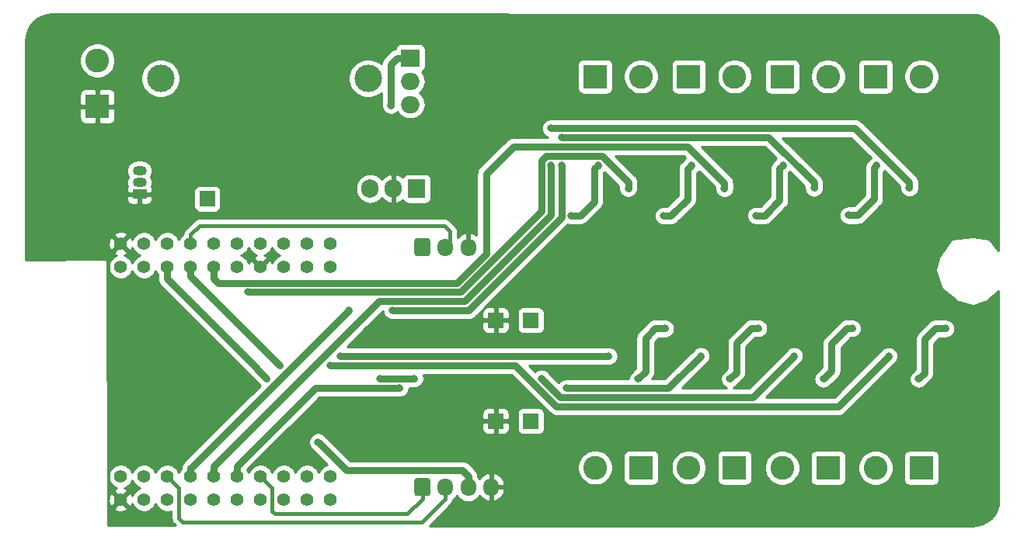
<source format=gbl>
G04 #@! TF.GenerationSoftware,KiCad,Pcbnew,5.1.11-e4df9d881f~92~ubuntu20.04.1*
G04 #@! TF.CreationDate,2021-10-31T15:28:21+01:00*
G04 #@! TF.ProjectId,CC dimmer low voltage,43432064-696d-46d6-9572-206c6f772076,0.96*
G04 #@! TF.SameCoordinates,Original*
G04 #@! TF.FileFunction,Copper,L2,Bot*
G04 #@! TF.FilePolarity,Positive*
%FSLAX46Y46*%
G04 Gerber Fmt 4.6, Leading zero omitted, Abs format (unit mm)*
G04 Created by KiCad (PCBNEW 5.1.11-e4df9d881f~92~ubuntu20.04.1) date 2021-10-31 15:28:21*
%MOMM*%
%LPD*%
G01*
G04 APERTURE LIST*
G04 #@! TA.AperFunction,ComponentPad*
%ADD10C,2.600000*%
G04 #@! TD*
G04 #@! TA.AperFunction,ComponentPad*
%ADD11R,2.600000X2.600000*%
G04 #@! TD*
G04 #@! TA.AperFunction,ComponentPad*
%ADD12C,3.000000*%
G04 #@! TD*
G04 #@! TA.AperFunction,ComponentPad*
%ADD13C,1.400000*%
G04 #@! TD*
G04 #@! TA.AperFunction,ComponentPad*
%ADD14R,1.700000X1.700000*%
G04 #@! TD*
G04 #@! TA.AperFunction,ComponentPad*
%ADD15O,1.700000X1.950000*%
G04 #@! TD*
G04 #@! TA.AperFunction,ComponentPad*
%ADD16O,2.000000X1.905000*%
G04 #@! TD*
G04 #@! TA.AperFunction,ComponentPad*
%ADD17R,2.000000X1.905000*%
G04 #@! TD*
G04 #@! TA.AperFunction,ComponentPad*
%ADD18O,1.500000X1.050000*%
G04 #@! TD*
G04 #@! TA.AperFunction,ComponentPad*
%ADD19R,1.500000X1.050000*%
G04 #@! TD*
G04 #@! TA.AperFunction,ComponentPad*
%ADD20R,1.905000X2.000000*%
G04 #@! TD*
G04 #@! TA.AperFunction,ComponentPad*
%ADD21O,1.905000X2.000000*%
G04 #@! TD*
G04 #@! TA.AperFunction,ViaPad*
%ADD22C,0.800000*%
G04 #@! TD*
G04 #@! TA.AperFunction,Conductor*
%ADD23C,0.800000*%
G04 #@! TD*
G04 #@! TA.AperFunction,Conductor*
%ADD24C,0.400000*%
G04 #@! TD*
G04 #@! TA.AperFunction,Conductor*
%ADD25C,0.254000*%
G04 #@! TD*
G04 #@! TA.AperFunction,Conductor*
%ADD26C,0.150000*%
G04 #@! TD*
G04 APERTURE END LIST*
D10*
X173046400Y-58039000D03*
D11*
X168046400Y-58039000D03*
D12*
X143281400Y-58242200D03*
X120681400Y-58242200D03*
D13*
X139192000Y-76276200D03*
X139192000Y-78816200D03*
X136652000Y-76276200D03*
X136652000Y-78816200D03*
X134112000Y-76276200D03*
X134112000Y-78816200D03*
X131572000Y-76276200D03*
X131572000Y-78816200D03*
X129032000Y-76276200D03*
X129032000Y-78816200D03*
X126492000Y-76276200D03*
X126492000Y-78816200D03*
X123952000Y-76276200D03*
X123952000Y-78816200D03*
X121412000Y-76276200D03*
X121412000Y-78816200D03*
X118872000Y-76276200D03*
X118872000Y-78816200D03*
X116332000Y-76276200D03*
X116332000Y-78816200D03*
X139192000Y-101676200D03*
X139192000Y-104216200D03*
X136652000Y-101676200D03*
X136652000Y-104216200D03*
X134112000Y-101676200D03*
X134112000Y-104216200D03*
X131572000Y-101676200D03*
X131572000Y-104216200D03*
X129032000Y-101676200D03*
X129032000Y-104216200D03*
X126492000Y-101676200D03*
X126492000Y-104216200D03*
X123952000Y-101676200D03*
X123952000Y-104216200D03*
X121412000Y-101676200D03*
X121412000Y-104216200D03*
X118872000Y-101676200D03*
X118872000Y-104216200D03*
X116332000Y-104216200D03*
X116332000Y-101676200D03*
D14*
X161023300Y-95645000D03*
X161023300Y-84645000D03*
G04 #@! TA.AperFunction,ComponentPad*
G36*
G01*
X148352000Y-77382200D02*
X148352000Y-75932200D01*
G75*
G02*
X148602000Y-75682200I250000J0D01*
G01*
X149802000Y-75682200D01*
G75*
G02*
X150052000Y-75932200I0J-250000D01*
G01*
X150052000Y-77382200D01*
G75*
G02*
X149802000Y-77632200I-250000J0D01*
G01*
X148602000Y-77632200D01*
G75*
G02*
X148352000Y-77382200I0J250000D01*
G01*
G37*
G04 #@! TD.AperFunction*
D15*
X151702000Y-76657200D03*
X154202000Y-76657200D03*
G04 #@! TA.AperFunction,ComponentPad*
G36*
G01*
X148352000Y-103569600D02*
X148352000Y-102119600D01*
G75*
G02*
X148602000Y-101869600I250000J0D01*
G01*
X149802000Y-101869600D01*
G75*
G02*
X150052000Y-102119600I0J-250000D01*
G01*
X150052000Y-103569600D01*
G75*
G02*
X149802000Y-103819600I-250000J0D01*
G01*
X148602000Y-103819600D01*
G75*
G02*
X148352000Y-103569600I0J250000D01*
G01*
G37*
G04 #@! TD.AperFunction*
X151702000Y-102844600D03*
X154202000Y-102844600D03*
X156702000Y-102844600D03*
D14*
X157202000Y-84645000D03*
X157202000Y-95645000D03*
X125780800Y-71374000D03*
D16*
X147904200Y-61087000D03*
X147904200Y-58547000D03*
D17*
X147904200Y-56007000D03*
D18*
X118389400Y-69596000D03*
X118389400Y-68326000D03*
D19*
X118389400Y-70866000D03*
D20*
X148590000Y-70281800D03*
D21*
X146050000Y-70281800D03*
X143510000Y-70281800D03*
D10*
X183231800Y-58039000D03*
D11*
X178231800Y-58039000D03*
D10*
X193417200Y-58039000D03*
D11*
X188417200Y-58039000D03*
D10*
X203602600Y-58039000D03*
D11*
X198602600Y-58039000D03*
X203606400Y-100736400D03*
D10*
X198606400Y-100736400D03*
D11*
X193421000Y-100736400D03*
D10*
X188421000Y-100736400D03*
D11*
X183235600Y-100711000D03*
D10*
X178235600Y-100711000D03*
D11*
X173050200Y-100711000D03*
D10*
X168050200Y-100711000D03*
D11*
X113792000Y-61290200D03*
D10*
X113792000Y-56290200D03*
D22*
X175539400Y-71729600D03*
X181914800Y-71742300D03*
X185534300Y-71704200D03*
X195732400Y-71678800D03*
X206133700Y-87045800D03*
X195948300Y-87020400D03*
X185851800Y-87020400D03*
X175768000Y-87045800D03*
X200050400Y-87045800D03*
X189738000Y-87020400D03*
X169506900Y-87045800D03*
X179539900Y-87020400D03*
X171635974Y-71729600D03*
X191871600Y-71704200D03*
X202222100Y-71678800D03*
X143702000Y-86395000D03*
X107950000Y-74053700D03*
X120929400Y-73406000D03*
X153022300Y-54648100D03*
X163195000Y-53632100D03*
X173520100Y-53657500D03*
X183819800Y-53721000D03*
X194106800Y-53721000D03*
X208762600Y-54178200D03*
X209016600Y-73101200D03*
X208826100Y-63919100D03*
X209626200Y-84899500D03*
X209664300Y-104228900D03*
X209626200Y-94513400D03*
X197091300Y-105016300D03*
X187007500Y-105105200D03*
X176796700Y-105067100D03*
X164985700Y-105067100D03*
X164960300Y-96621600D03*
X146799300Y-94970600D03*
X134810500Y-98933000D03*
X142125700Y-98971100D03*
X126702000Y-90645000D03*
X118702000Y-98895000D03*
X118630700Y-82334100D03*
X138734800Y-64427100D03*
X139255500Y-54584600D03*
X125310900Y-54495700D03*
X131838700Y-59918600D03*
X107772200Y-53225700D03*
X148202000Y-86895000D03*
X121452000Y-106395000D03*
X140452000Y-72145000D03*
X127702000Y-64395000D03*
X107702000Y-63895000D03*
X203288900Y-91033600D03*
X192900300Y-91033600D03*
X182727600Y-91033600D03*
X172732700Y-91033600D03*
X206208500Y-85545800D03*
X196038600Y-85520400D03*
X185827800Y-85520400D03*
X175680500Y-85545800D03*
X198729600Y-67741800D03*
X188506100Y-67716400D03*
X178562000Y-67691000D03*
X168363900Y-67691000D03*
X195654800Y-73178800D03*
X185586500Y-73204200D03*
X175512600Y-73229600D03*
X165452000Y-73229600D03*
X145783300Y-61163200D03*
X171640500Y-70231000D03*
X130200400Y-81556110D03*
X182130700Y-70256400D03*
X191885700Y-70204200D03*
X164394920Y-64687680D03*
X164388800Y-67691000D03*
X145935700Y-83556130D03*
X141188730Y-83556130D03*
X202284200Y-70178800D03*
X163217570Y-63687670D03*
X163217570Y-67691000D03*
X200013700Y-88545800D03*
X133667500Y-89547700D03*
X139195290Y-89531710D03*
X189714000Y-88520400D03*
X132257800Y-90982800D03*
X162187613Y-90974187D03*
X144589500Y-90982800D03*
X148352787Y-90974187D03*
X179541300Y-88520400D03*
X164912792Y-92033608D03*
X146726392Y-92033608D03*
X169505500Y-88545800D03*
X140309600Y-88531700D03*
X137852150Y-97923350D03*
D23*
X175680500Y-85545800D02*
X174537500Y-85545800D01*
X174537500Y-85545800D02*
X173507400Y-86575900D01*
X173507400Y-90258900D02*
X172732700Y-91033600D01*
X173507400Y-86575900D02*
X173507400Y-90258900D01*
X185827800Y-85520400D02*
X185040400Y-85520400D01*
X185040400Y-85520400D02*
X183426100Y-87134700D01*
X183426100Y-90335100D02*
X182727600Y-91033600D01*
X183426100Y-87134700D02*
X183426100Y-90335100D01*
X195472915Y-85520400D02*
X193802000Y-87191315D01*
X196038600Y-85520400D02*
X195472915Y-85520400D01*
X193802000Y-90131900D02*
X192900300Y-91033600D01*
X193802000Y-87191315D02*
X193802000Y-90131900D01*
X206208500Y-85545800D02*
X205119100Y-85545800D01*
X205119100Y-85545800D02*
X203936600Y-86728300D01*
X203936600Y-90385900D02*
X203288900Y-91033600D01*
X203936600Y-86728300D02*
X203936600Y-90385900D01*
X168363900Y-67691000D02*
X167957500Y-68097400D01*
X167957500Y-68097400D02*
X167957500Y-71666100D01*
X167957500Y-71666100D02*
X166394000Y-73229600D01*
X178562000Y-67691000D02*
X178092100Y-68160900D01*
X178092100Y-68160900D02*
X178092100Y-71424800D01*
X176287300Y-73229600D02*
X175512600Y-73229600D01*
X178092100Y-71424800D02*
X176287300Y-73229600D01*
X186472700Y-73204200D02*
X185586500Y-73204200D01*
X188125100Y-71551800D02*
X186472700Y-73204200D01*
X188125100Y-68097400D02*
X188125100Y-71551800D01*
X188506100Y-67716400D02*
X188125100Y-68097400D01*
X198729600Y-67741800D02*
X198704200Y-67741800D01*
X198704200Y-67741800D02*
X198450200Y-67995800D01*
X198450200Y-67995800D02*
X198450200Y-71361300D01*
X196632700Y-73178800D02*
X195654800Y-73178800D01*
X198450200Y-71361300D02*
X196632700Y-73178800D01*
X166394000Y-73229600D02*
X165452000Y-73229600D01*
X147904200Y-56007000D02*
X146456400Y-56007000D01*
X146456400Y-56007000D02*
X145770600Y-56692800D01*
X145770600Y-61150500D02*
X145783300Y-61163200D01*
X145770600Y-56692800D02*
X145770600Y-61150500D01*
X130200400Y-81556110D02*
X130200400Y-81556110D01*
X153398540Y-81556110D02*
X130200400Y-81556110D01*
X162217560Y-72737090D02*
X153398540Y-81556110D01*
X162217560Y-67214307D02*
X162217560Y-72737090D01*
X162740868Y-66687700D02*
X162740868Y-66690999D01*
X168774826Y-66687700D02*
X162740868Y-66687700D01*
X171640500Y-69553374D02*
X168774826Y-66687700D01*
X162740868Y-66690999D02*
X162217560Y-67214307D01*
X171640500Y-70231000D02*
X171640500Y-69553374D01*
X126492000Y-80048100D02*
X126492000Y-78816200D01*
X127000000Y-80556100D02*
X126492000Y-80048100D01*
X152984323Y-80556100D02*
X127000000Y-80556100D01*
X156157610Y-77382813D02*
X152984323Y-80556100D01*
X159148308Y-65687690D02*
X156157610Y-68678388D01*
X156157610Y-68678388D02*
X156157610Y-77382813D01*
X178127675Y-65687690D02*
X159148308Y-65687690D01*
X182130700Y-69690715D02*
X178127675Y-65687690D01*
X182130700Y-70256400D02*
X182130700Y-69690715D01*
X186957382Y-64687680D02*
X164394920Y-64687680D01*
X191885700Y-69615998D02*
X186957382Y-64687680D01*
X191885700Y-70204200D02*
X191885700Y-69615998D01*
X164394920Y-64687680D02*
X164394920Y-64687680D01*
X123952000Y-101676200D02*
X123952000Y-100774500D01*
X145935700Y-83556130D02*
X145935700Y-83556130D01*
X123970360Y-100774500D02*
X123952000Y-100774500D01*
X141188730Y-83556130D02*
X123970360Y-100774500D01*
X147281900Y-83556130D02*
X145935700Y-83556130D01*
X154226974Y-83556130D02*
X147281900Y-83556130D01*
X164388800Y-73394304D02*
X154226974Y-83556130D01*
X164388800Y-67691000D02*
X164388800Y-73394304D01*
X196358755Y-63687670D02*
X164414200Y-63687670D01*
X202284200Y-69613115D02*
X196358755Y-63687670D01*
X202284200Y-70178800D02*
X202284200Y-69613115D01*
X164414200Y-63687670D02*
X164465000Y-63687670D01*
X164414200Y-63687670D02*
X163217570Y-63687670D01*
X163217570Y-63687670D02*
X163217570Y-63687670D01*
X126492000Y-100558600D02*
X126492000Y-101676200D01*
X144494480Y-82556120D02*
X126492000Y-100558600D01*
X153812757Y-82556120D02*
X144494480Y-82556120D01*
X163217570Y-73151307D02*
X153812757Y-82556120D01*
X163217570Y-67691000D02*
X163217570Y-73151307D01*
X200013700Y-88545800D02*
X194525872Y-94033628D01*
X194525872Y-94033628D02*
X176856526Y-94033628D01*
X176856526Y-94033628D02*
X164922200Y-94033628D01*
X123952000Y-78816200D02*
X123952000Y-79832200D01*
X123952000Y-79832200D02*
X133667500Y-89547700D01*
X133667500Y-89547700D02*
X133667500Y-89547700D01*
X164922200Y-94033628D02*
X163832828Y-94033628D01*
X159330910Y-89531710D02*
X139195290Y-89531710D01*
X163832828Y-94033628D02*
X159330910Y-89531710D01*
X139195290Y-89531710D02*
X139195290Y-89531710D01*
X189714000Y-88520400D02*
X185200782Y-93033618D01*
X185200782Y-93033618D02*
X176442309Y-93033618D01*
X176442309Y-93033618D02*
X164966882Y-93033618D01*
X121412000Y-78816200D02*
X121412000Y-80124300D01*
X121412000Y-80124300D02*
X131229100Y-89941400D01*
X131229100Y-89941400D02*
X131229100Y-89954100D01*
X131229100Y-89954100D02*
X132257800Y-90982800D01*
X164966882Y-93033618D02*
X164884100Y-93033618D01*
X164966882Y-93033618D02*
X164247044Y-93033618D01*
X164247044Y-93033618D02*
X162187613Y-90974187D01*
X162187613Y-90974187D02*
X162187613Y-90974187D01*
X148344174Y-90982800D02*
X148352787Y-90974187D01*
X144589500Y-90982800D02*
X148344174Y-90982800D01*
X176028092Y-92033608D02*
X164912792Y-92033608D01*
X179541300Y-88520400D02*
X176028092Y-92033608D01*
X164912792Y-92033608D02*
X164912792Y-92033608D01*
X129032000Y-101676200D02*
X129032000Y-100545900D01*
X129032000Y-100545900D02*
X137553700Y-92024200D01*
X146716984Y-92024200D02*
X146726392Y-92033608D01*
X137553700Y-92024200D02*
X146716984Y-92024200D01*
X169505500Y-88545800D02*
X164933500Y-88545800D01*
X164933500Y-88545800D02*
X164947600Y-88531700D01*
X164947600Y-88531700D02*
X140309600Y-88531700D01*
X140309600Y-88531700D02*
X140309600Y-88531700D01*
D24*
X152207600Y-76657200D02*
X152207600Y-74953500D01*
X152207600Y-74953500D02*
X151599900Y-74345800D01*
X151599900Y-74345800D02*
X124904500Y-74345800D01*
X123952000Y-75298300D02*
X123952000Y-76276200D01*
X124904500Y-74345800D02*
X123952000Y-75298300D01*
X131572000Y-101676200D02*
X132854700Y-102958900D01*
X132854700Y-102958900D02*
X132854700Y-105486200D01*
X132854700Y-105486200D02*
X133146800Y-105778300D01*
X149202000Y-104145000D02*
X147568700Y-105778300D01*
X149202000Y-102844600D02*
X149202000Y-104145000D01*
X133146800Y-105778300D02*
X147568700Y-105778300D01*
X122682000Y-102946200D02*
X121412000Y-101676200D01*
X122682000Y-106248200D02*
X122682000Y-102946200D01*
X123113800Y-106680000D02*
X122682000Y-106248200D01*
X151702000Y-104145000D02*
X149167000Y-106680000D01*
X151702000Y-102844600D02*
X151702000Y-104145000D01*
X149167000Y-106680000D02*
X123113800Y-106680000D01*
D23*
X140906500Y-100990400D02*
X137858500Y-97942400D01*
X154202000Y-102844600D02*
X154202000Y-101645000D01*
X153547400Y-100990400D02*
X140906500Y-100990400D01*
X154202000Y-101645000D02*
X153547400Y-100990400D01*
D25*
X209109913Y-51281782D02*
X209700609Y-51339700D01*
X210236402Y-51501466D01*
X210730569Y-51764219D01*
X211164290Y-52117953D01*
X211521043Y-52549193D01*
X211787242Y-53041519D01*
X211952743Y-53576165D01*
X212014600Y-54164705D01*
X212014600Y-77019952D01*
X211051170Y-75815664D01*
X211036782Y-75800443D01*
X211016706Y-75785720D01*
X210994143Y-75775196D01*
X210969961Y-75769276D01*
X209219961Y-75519276D01*
X209187975Y-75518777D01*
X206937975Y-75768777D01*
X206907083Y-75776208D01*
X206884771Y-75787254D01*
X206865043Y-75802440D01*
X206848656Y-75821183D01*
X205598656Y-77571183D01*
X205591667Y-77582106D01*
X205581517Y-77604839D01*
X205081517Y-79104839D01*
X205075073Y-79140692D01*
X205076671Y-79165537D01*
X205083086Y-79189593D01*
X205833086Y-81189593D01*
X205839549Y-81204024D01*
X205853225Y-81224828D01*
X205870697Y-81242564D01*
X207370697Y-82492564D01*
X207393958Y-82507961D01*
X207417110Y-82517114D01*
X209167110Y-83017114D01*
X209192997Y-83021680D01*
X209217884Y-83021003D01*
X209242161Y-83015483D01*
X210742161Y-82515483D01*
X210765377Y-82505056D01*
X210785630Y-82490577D01*
X212014601Y-81415228D01*
X212014601Y-104182686D01*
X211956700Y-104773209D01*
X211794935Y-105309000D01*
X211532180Y-105803172D01*
X211178447Y-106236890D01*
X210747206Y-106593644D01*
X210254881Y-106859842D01*
X209720238Y-107025342D01*
X209131744Y-107087195D01*
X149970627Y-107057240D01*
X152263427Y-104764441D01*
X152295291Y-104738291D01*
X152399636Y-104611146D01*
X152477172Y-104466087D01*
X152524918Y-104308689D01*
X152534924Y-104207097D01*
X152757134Y-104024734D01*
X152942706Y-103798614D01*
X152952000Y-103781226D01*
X152961294Y-103798614D01*
X153146866Y-104024734D01*
X153372987Y-104210306D01*
X153630967Y-104348199D01*
X153910890Y-104433113D01*
X154202000Y-104461785D01*
X154493111Y-104433113D01*
X154773034Y-104348199D01*
X155031014Y-104210306D01*
X155257134Y-104024734D01*
X155442706Y-103798614D01*
X155456462Y-103772878D01*
X155612951Y-103979029D01*
X155830807Y-104172096D01*
X156082142Y-104318952D01*
X156345110Y-104411076D01*
X156575000Y-104289755D01*
X156575000Y-102971600D01*
X156829000Y-102971600D01*
X156829000Y-104289755D01*
X157058890Y-104411076D01*
X157321858Y-104318952D01*
X157573193Y-104172096D01*
X157791049Y-103979029D01*
X157967053Y-103747170D01*
X158094442Y-103485430D01*
X158168320Y-103203867D01*
X158028165Y-102971600D01*
X156829000Y-102971600D01*
X156575000Y-102971600D01*
X156555000Y-102971600D01*
X156555000Y-102717600D01*
X156575000Y-102717600D01*
X156575000Y-101399445D01*
X156829000Y-101399445D01*
X156829000Y-102717600D01*
X158028165Y-102717600D01*
X158168320Y-102485333D01*
X158094442Y-102203770D01*
X157967053Y-101942030D01*
X157791049Y-101710171D01*
X157573193Y-101517104D01*
X157321858Y-101370248D01*
X157058890Y-101278124D01*
X156829000Y-101399445D01*
X156575000Y-101399445D01*
X156345110Y-101278124D01*
X156082142Y-101370248D01*
X155830807Y-101517104D01*
X155612951Y-101710171D01*
X155456462Y-101916322D01*
X155442706Y-101890586D01*
X155257134Y-101664466D01*
X155241363Y-101651523D01*
X155242006Y-101644999D01*
X155237000Y-101594171D01*
X155237000Y-101594162D01*
X155222024Y-101442105D01*
X155162841Y-101247007D01*
X155075130Y-101082910D01*
X155066734Y-101067202D01*
X154993990Y-100978564D01*
X154937396Y-100909604D01*
X154897903Y-100877193D01*
X154541129Y-100520419D01*
X166115200Y-100520419D01*
X166115200Y-100901581D01*
X166189561Y-101275419D01*
X166335425Y-101627566D01*
X166547187Y-101944491D01*
X166816709Y-102214013D01*
X167133634Y-102425775D01*
X167485781Y-102571639D01*
X167859619Y-102646000D01*
X168240781Y-102646000D01*
X168614619Y-102571639D01*
X168966766Y-102425775D01*
X169283691Y-102214013D01*
X169553213Y-101944491D01*
X169764975Y-101627566D01*
X169910839Y-101275419D01*
X169985200Y-100901581D01*
X169985200Y-100520419D01*
X169910839Y-100146581D01*
X169764975Y-99794434D01*
X169553213Y-99477509D01*
X169486704Y-99411000D01*
X171112128Y-99411000D01*
X171112128Y-102011000D01*
X171124388Y-102135482D01*
X171160698Y-102255180D01*
X171219663Y-102365494D01*
X171299015Y-102462185D01*
X171395706Y-102541537D01*
X171506020Y-102600502D01*
X171625718Y-102636812D01*
X171750200Y-102649072D01*
X174350200Y-102649072D01*
X174474682Y-102636812D01*
X174594380Y-102600502D01*
X174704694Y-102541537D01*
X174801385Y-102462185D01*
X174880737Y-102365494D01*
X174939702Y-102255180D01*
X174976012Y-102135482D01*
X174988272Y-102011000D01*
X174988272Y-100520419D01*
X176300600Y-100520419D01*
X176300600Y-100901581D01*
X176374961Y-101275419D01*
X176520825Y-101627566D01*
X176732587Y-101944491D01*
X177002109Y-102214013D01*
X177319034Y-102425775D01*
X177671181Y-102571639D01*
X178045019Y-102646000D01*
X178426181Y-102646000D01*
X178800019Y-102571639D01*
X179152166Y-102425775D01*
X179469091Y-102214013D01*
X179738613Y-101944491D01*
X179950375Y-101627566D01*
X180096239Y-101275419D01*
X180170600Y-100901581D01*
X180170600Y-100520419D01*
X180096239Y-100146581D01*
X179950375Y-99794434D01*
X179738613Y-99477509D01*
X179672104Y-99411000D01*
X181297528Y-99411000D01*
X181297528Y-102011000D01*
X181309788Y-102135482D01*
X181346098Y-102255180D01*
X181405063Y-102365494D01*
X181484415Y-102462185D01*
X181581106Y-102541537D01*
X181691420Y-102600502D01*
X181811118Y-102636812D01*
X181935600Y-102649072D01*
X184535600Y-102649072D01*
X184660082Y-102636812D01*
X184779780Y-102600502D01*
X184890094Y-102541537D01*
X184986785Y-102462185D01*
X185066137Y-102365494D01*
X185125102Y-102255180D01*
X185161412Y-102135482D01*
X185173672Y-102011000D01*
X185173672Y-100545819D01*
X186486000Y-100545819D01*
X186486000Y-100926981D01*
X186560361Y-101300819D01*
X186706225Y-101652966D01*
X186917987Y-101969891D01*
X187187509Y-102239413D01*
X187504434Y-102451175D01*
X187856581Y-102597039D01*
X188230419Y-102671400D01*
X188611581Y-102671400D01*
X188985419Y-102597039D01*
X189337566Y-102451175D01*
X189654491Y-102239413D01*
X189924013Y-101969891D01*
X190135775Y-101652966D01*
X190281639Y-101300819D01*
X190356000Y-100926981D01*
X190356000Y-100545819D01*
X190281639Y-100171981D01*
X190135775Y-99819834D01*
X189924013Y-99502909D01*
X189857504Y-99436400D01*
X191482928Y-99436400D01*
X191482928Y-102036400D01*
X191495188Y-102160882D01*
X191531498Y-102280580D01*
X191590463Y-102390894D01*
X191669815Y-102487585D01*
X191766506Y-102566937D01*
X191876820Y-102625902D01*
X191996518Y-102662212D01*
X192121000Y-102674472D01*
X194721000Y-102674472D01*
X194845482Y-102662212D01*
X194965180Y-102625902D01*
X195075494Y-102566937D01*
X195172185Y-102487585D01*
X195251537Y-102390894D01*
X195310502Y-102280580D01*
X195346812Y-102160882D01*
X195359072Y-102036400D01*
X195359072Y-100545819D01*
X196671400Y-100545819D01*
X196671400Y-100926981D01*
X196745761Y-101300819D01*
X196891625Y-101652966D01*
X197103387Y-101969891D01*
X197372909Y-102239413D01*
X197689834Y-102451175D01*
X198041981Y-102597039D01*
X198415819Y-102671400D01*
X198796981Y-102671400D01*
X199170819Y-102597039D01*
X199522966Y-102451175D01*
X199839891Y-102239413D01*
X200109413Y-101969891D01*
X200321175Y-101652966D01*
X200467039Y-101300819D01*
X200541400Y-100926981D01*
X200541400Y-100545819D01*
X200467039Y-100171981D01*
X200321175Y-99819834D01*
X200109413Y-99502909D01*
X200042904Y-99436400D01*
X201668328Y-99436400D01*
X201668328Y-102036400D01*
X201680588Y-102160882D01*
X201716898Y-102280580D01*
X201775863Y-102390894D01*
X201855215Y-102487585D01*
X201951906Y-102566937D01*
X202062220Y-102625902D01*
X202181918Y-102662212D01*
X202306400Y-102674472D01*
X204906400Y-102674472D01*
X205030882Y-102662212D01*
X205150580Y-102625902D01*
X205260894Y-102566937D01*
X205357585Y-102487585D01*
X205436937Y-102390894D01*
X205495902Y-102280580D01*
X205532212Y-102160882D01*
X205544472Y-102036400D01*
X205544472Y-99436400D01*
X205532212Y-99311918D01*
X205495902Y-99192220D01*
X205436937Y-99081906D01*
X205357585Y-98985215D01*
X205260894Y-98905863D01*
X205150580Y-98846898D01*
X205030882Y-98810588D01*
X204906400Y-98798328D01*
X202306400Y-98798328D01*
X202181918Y-98810588D01*
X202062220Y-98846898D01*
X201951906Y-98905863D01*
X201855215Y-98985215D01*
X201775863Y-99081906D01*
X201716898Y-99192220D01*
X201680588Y-99311918D01*
X201668328Y-99436400D01*
X200042904Y-99436400D01*
X199839891Y-99233387D01*
X199522966Y-99021625D01*
X199170819Y-98875761D01*
X198796981Y-98801400D01*
X198415819Y-98801400D01*
X198041981Y-98875761D01*
X197689834Y-99021625D01*
X197372909Y-99233387D01*
X197103387Y-99502909D01*
X196891625Y-99819834D01*
X196745761Y-100171981D01*
X196671400Y-100545819D01*
X195359072Y-100545819D01*
X195359072Y-99436400D01*
X195346812Y-99311918D01*
X195310502Y-99192220D01*
X195251537Y-99081906D01*
X195172185Y-98985215D01*
X195075494Y-98905863D01*
X194965180Y-98846898D01*
X194845482Y-98810588D01*
X194721000Y-98798328D01*
X192121000Y-98798328D01*
X191996518Y-98810588D01*
X191876820Y-98846898D01*
X191766506Y-98905863D01*
X191669815Y-98985215D01*
X191590463Y-99081906D01*
X191531498Y-99192220D01*
X191495188Y-99311918D01*
X191482928Y-99436400D01*
X189857504Y-99436400D01*
X189654491Y-99233387D01*
X189337566Y-99021625D01*
X188985419Y-98875761D01*
X188611581Y-98801400D01*
X188230419Y-98801400D01*
X187856581Y-98875761D01*
X187504434Y-99021625D01*
X187187509Y-99233387D01*
X186917987Y-99502909D01*
X186706225Y-99819834D01*
X186560361Y-100171981D01*
X186486000Y-100545819D01*
X185173672Y-100545819D01*
X185173672Y-99411000D01*
X185161412Y-99286518D01*
X185125102Y-99166820D01*
X185066137Y-99056506D01*
X184986785Y-98959815D01*
X184890094Y-98880463D01*
X184779780Y-98821498D01*
X184660082Y-98785188D01*
X184535600Y-98772928D01*
X181935600Y-98772928D01*
X181811118Y-98785188D01*
X181691420Y-98821498D01*
X181581106Y-98880463D01*
X181484415Y-98959815D01*
X181405063Y-99056506D01*
X181346098Y-99166820D01*
X181309788Y-99286518D01*
X181297528Y-99411000D01*
X179672104Y-99411000D01*
X179469091Y-99207987D01*
X179152166Y-98996225D01*
X178800019Y-98850361D01*
X178426181Y-98776000D01*
X178045019Y-98776000D01*
X177671181Y-98850361D01*
X177319034Y-98996225D01*
X177002109Y-99207987D01*
X176732587Y-99477509D01*
X176520825Y-99794434D01*
X176374961Y-100146581D01*
X176300600Y-100520419D01*
X174988272Y-100520419D01*
X174988272Y-99411000D01*
X174976012Y-99286518D01*
X174939702Y-99166820D01*
X174880737Y-99056506D01*
X174801385Y-98959815D01*
X174704694Y-98880463D01*
X174594380Y-98821498D01*
X174474682Y-98785188D01*
X174350200Y-98772928D01*
X171750200Y-98772928D01*
X171625718Y-98785188D01*
X171506020Y-98821498D01*
X171395706Y-98880463D01*
X171299015Y-98959815D01*
X171219663Y-99056506D01*
X171160698Y-99166820D01*
X171124388Y-99286518D01*
X171112128Y-99411000D01*
X169486704Y-99411000D01*
X169283691Y-99207987D01*
X168966766Y-98996225D01*
X168614619Y-98850361D01*
X168240781Y-98776000D01*
X167859619Y-98776000D01*
X167485781Y-98850361D01*
X167133634Y-98996225D01*
X166816709Y-99207987D01*
X166547187Y-99477509D01*
X166335425Y-99794434D01*
X166189561Y-100146581D01*
X166115200Y-100520419D01*
X154541129Y-100520419D01*
X154315207Y-100294497D01*
X154282796Y-100255004D01*
X154125197Y-100125666D01*
X153945393Y-100029559D01*
X153750295Y-99970376D01*
X153598238Y-99955400D01*
X153598228Y-99955400D01*
X153547400Y-99950394D01*
X153496572Y-99955400D01*
X141335211Y-99955400D01*
X138681662Y-97301852D01*
X138656087Y-97263576D01*
X138511924Y-97119413D01*
X138342406Y-97006145D01*
X138154048Y-96928124D01*
X137954089Y-96888350D01*
X137750211Y-96888350D01*
X137550252Y-96928124D01*
X137361894Y-97006145D01*
X137192376Y-97119413D01*
X137048213Y-97263576D01*
X136934945Y-97433094D01*
X136856924Y-97621452D01*
X136817150Y-97821411D01*
X136817150Y-98025289D01*
X136835982Y-98119967D01*
X136838477Y-98145295D01*
X136845865Y-98169649D01*
X136856924Y-98225248D01*
X136878619Y-98277624D01*
X136897660Y-98340393D01*
X136928582Y-98398246D01*
X136934945Y-98413606D01*
X136944181Y-98427428D01*
X136993766Y-98520197D01*
X137090697Y-98638307D01*
X138837876Y-100385486D01*
X138802595Y-100392504D01*
X138559641Y-100493139D01*
X138340987Y-100639238D01*
X138155038Y-100825187D01*
X138008939Y-101043841D01*
X137922000Y-101253730D01*
X137835061Y-101043841D01*
X137688962Y-100825187D01*
X137503013Y-100639238D01*
X137284359Y-100493139D01*
X137041405Y-100392504D01*
X136783486Y-100341200D01*
X136520514Y-100341200D01*
X136262595Y-100392504D01*
X136019641Y-100493139D01*
X135800987Y-100639238D01*
X135615038Y-100825187D01*
X135468939Y-101043841D01*
X135382000Y-101253730D01*
X135295061Y-101043841D01*
X135148962Y-100825187D01*
X134963013Y-100639238D01*
X134744359Y-100493139D01*
X134501405Y-100392504D01*
X134243486Y-100341200D01*
X133980514Y-100341200D01*
X133722595Y-100392504D01*
X133479641Y-100493139D01*
X133260987Y-100639238D01*
X133075038Y-100825187D01*
X132928939Y-101043841D01*
X132842000Y-101253730D01*
X132755061Y-101043841D01*
X132608962Y-100825187D01*
X132423013Y-100639238D01*
X132204359Y-100493139D01*
X131961405Y-100392504D01*
X131703486Y-100341200D01*
X131440514Y-100341200D01*
X131182595Y-100392504D01*
X130939641Y-100493139D01*
X130720987Y-100639238D01*
X130535038Y-100825187D01*
X130388939Y-101043841D01*
X130302000Y-101253730D01*
X130215061Y-101043841D01*
X130128026Y-100913584D01*
X134546610Y-96495000D01*
X155713928Y-96495000D01*
X155726188Y-96619482D01*
X155762498Y-96739180D01*
X155821463Y-96849494D01*
X155900815Y-96946185D01*
X155997506Y-97025537D01*
X156107820Y-97084502D01*
X156227518Y-97120812D01*
X156352000Y-97133072D01*
X156916250Y-97130000D01*
X157075000Y-96971250D01*
X157075000Y-95772000D01*
X157329000Y-95772000D01*
X157329000Y-96971250D01*
X157487750Y-97130000D01*
X158052000Y-97133072D01*
X158176482Y-97120812D01*
X158296180Y-97084502D01*
X158406494Y-97025537D01*
X158503185Y-96946185D01*
X158582537Y-96849494D01*
X158641502Y-96739180D01*
X158677812Y-96619482D01*
X158690072Y-96495000D01*
X158687000Y-95930750D01*
X158528250Y-95772000D01*
X157329000Y-95772000D01*
X157075000Y-95772000D01*
X155875750Y-95772000D01*
X155717000Y-95930750D01*
X155713928Y-96495000D01*
X134546610Y-96495000D01*
X136246610Y-94795000D01*
X155713928Y-94795000D01*
X155717000Y-95359250D01*
X155875750Y-95518000D01*
X157075000Y-95518000D01*
X157075000Y-94318750D01*
X157329000Y-94318750D01*
X157329000Y-95518000D01*
X158528250Y-95518000D01*
X158687000Y-95359250D01*
X158690072Y-94795000D01*
X159535228Y-94795000D01*
X159535228Y-96495000D01*
X159547488Y-96619482D01*
X159583798Y-96739180D01*
X159642763Y-96849494D01*
X159722115Y-96946185D01*
X159818806Y-97025537D01*
X159929120Y-97084502D01*
X160048818Y-97120812D01*
X160173300Y-97133072D01*
X161873300Y-97133072D01*
X161997782Y-97120812D01*
X162117480Y-97084502D01*
X162227794Y-97025537D01*
X162324485Y-96946185D01*
X162403837Y-96849494D01*
X162462802Y-96739180D01*
X162499112Y-96619482D01*
X162511372Y-96495000D01*
X162511372Y-94795000D01*
X162499112Y-94670518D01*
X162462802Y-94550820D01*
X162403837Y-94440506D01*
X162324485Y-94343815D01*
X162227794Y-94264463D01*
X162117480Y-94205498D01*
X161997782Y-94169188D01*
X161873300Y-94156928D01*
X160173300Y-94156928D01*
X160048818Y-94169188D01*
X159929120Y-94205498D01*
X159818806Y-94264463D01*
X159722115Y-94343815D01*
X159642763Y-94440506D01*
X159583798Y-94550820D01*
X159547488Y-94670518D01*
X159535228Y-94795000D01*
X158690072Y-94795000D01*
X158677812Y-94670518D01*
X158641502Y-94550820D01*
X158582537Y-94440506D01*
X158503185Y-94343815D01*
X158406494Y-94264463D01*
X158296180Y-94205498D01*
X158176482Y-94169188D01*
X158052000Y-94156928D01*
X157487750Y-94160000D01*
X157329000Y-94318750D01*
X157075000Y-94318750D01*
X156916250Y-94160000D01*
X156352000Y-94156928D01*
X156227518Y-94169188D01*
X156107820Y-94205498D01*
X155997506Y-94264463D01*
X155900815Y-94343815D01*
X155821463Y-94440506D01*
X155762498Y-94550820D01*
X155726188Y-94670518D01*
X155713928Y-94795000D01*
X136246610Y-94795000D01*
X137982411Y-93059200D01*
X146577155Y-93059200D01*
X146624453Y-93068608D01*
X146675557Y-93068608D01*
X146726392Y-93073615D01*
X146777227Y-93068608D01*
X146828331Y-93068608D01*
X146878456Y-93058638D01*
X146929287Y-93053631D01*
X146978160Y-93038805D01*
X147028290Y-93028834D01*
X147075514Y-93009273D01*
X147124385Y-92994448D01*
X147169428Y-92970372D01*
X147216648Y-92950813D01*
X147259140Y-92922421D01*
X147304189Y-92898342D01*
X147343676Y-92865936D01*
X147386166Y-92837545D01*
X147422300Y-92801411D01*
X147461788Y-92769004D01*
X147494195Y-92729516D01*
X147530329Y-92693382D01*
X147558720Y-92650892D01*
X147591126Y-92611405D01*
X147615205Y-92566356D01*
X147643597Y-92523864D01*
X147663156Y-92476644D01*
X147687232Y-92431601D01*
X147702057Y-92382730D01*
X147721618Y-92335506D01*
X147731589Y-92285376D01*
X147746415Y-92236503D01*
X147751422Y-92185672D01*
X147761392Y-92135547D01*
X147761392Y-92084443D01*
X147766399Y-92033608D01*
X147764842Y-92017800D01*
X148293346Y-92017800D01*
X148344174Y-92022806D01*
X148395002Y-92017800D01*
X148395012Y-92017800D01*
X148547069Y-92002824D01*
X148742167Y-91943641D01*
X148829159Y-91897143D01*
X148843043Y-91891392D01*
X148855538Y-91883043D01*
X148921971Y-91847534D01*
X148980199Y-91799747D01*
X149012561Y-91778124D01*
X149040082Y-91750603D01*
X149079570Y-91718196D01*
X149111977Y-91678708D01*
X149156724Y-91633961D01*
X149185116Y-91591470D01*
X149217521Y-91551984D01*
X149241601Y-91506933D01*
X149269992Y-91464443D01*
X149289549Y-91417229D01*
X149313628Y-91372180D01*
X149328454Y-91323303D01*
X149348013Y-91276085D01*
X149357984Y-91225955D01*
X149372810Y-91177081D01*
X149377816Y-91126252D01*
X149387787Y-91076126D01*
X149387787Y-91025022D01*
X149392794Y-90974187D01*
X149387787Y-90923352D01*
X149387787Y-90872248D01*
X149377817Y-90822123D01*
X149372810Y-90771292D01*
X149357984Y-90722417D01*
X149348013Y-90672289D01*
X149328455Y-90625072D01*
X149313628Y-90576194D01*
X149308559Y-90566710D01*
X158902200Y-90566710D01*
X163065025Y-94729536D01*
X163097432Y-94769024D01*
X163255031Y-94898362D01*
X163434835Y-94994469D01*
X163629933Y-95053652D01*
X163781990Y-95068628D01*
X163781999Y-95068628D01*
X163832827Y-95073634D01*
X163883655Y-95068628D01*
X194475044Y-95068628D01*
X194525872Y-95073634D01*
X194576700Y-95068628D01*
X194576710Y-95068628D01*
X194728767Y-95053652D01*
X194923865Y-94994469D01*
X195103669Y-94898362D01*
X195261268Y-94769024D01*
X195293679Y-94729531D01*
X198989610Y-91033600D01*
X202248894Y-91033600D01*
X202253900Y-91084428D01*
X202253900Y-91135539D01*
X202263871Y-91185667D01*
X202268877Y-91236495D01*
X202283703Y-91285368D01*
X202293674Y-91335498D01*
X202313235Y-91382722D01*
X202328060Y-91431593D01*
X202352136Y-91476636D01*
X202371695Y-91523856D01*
X202400087Y-91566348D01*
X202424166Y-91611397D01*
X202456572Y-91650884D01*
X202484963Y-91693374D01*
X202521097Y-91729508D01*
X202553504Y-91768996D01*
X202592992Y-91801403D01*
X202629126Y-91837537D01*
X202671616Y-91865928D01*
X202711103Y-91898334D01*
X202756152Y-91922413D01*
X202798644Y-91950805D01*
X202845864Y-91970364D01*
X202890907Y-91994440D01*
X202939778Y-92009265D01*
X202987002Y-92028826D01*
X203037132Y-92038797D01*
X203086005Y-92053623D01*
X203136833Y-92058629D01*
X203186961Y-92068600D01*
X203238072Y-92068600D01*
X203288900Y-92073606D01*
X203339728Y-92068600D01*
X203390839Y-92068600D01*
X203440967Y-92058629D01*
X203491795Y-92053623D01*
X203540668Y-92038797D01*
X203590798Y-92028826D01*
X203638022Y-92009265D01*
X203686893Y-91994440D01*
X203731936Y-91970364D01*
X203779156Y-91950805D01*
X203821648Y-91922413D01*
X203866697Y-91898334D01*
X203906183Y-91865929D01*
X203948674Y-91837537D01*
X204092837Y-91693374D01*
X204092839Y-91693371D01*
X204632503Y-91153707D01*
X204671996Y-91121296D01*
X204768114Y-91004176D01*
X204801334Y-90963698D01*
X204869217Y-90836697D01*
X204897441Y-90783893D01*
X204956624Y-90588795D01*
X204971600Y-90436738D01*
X204971600Y-90436729D01*
X204976606Y-90385901D01*
X204971600Y-90335073D01*
X204971600Y-87157010D01*
X205547811Y-86580800D01*
X206310439Y-86580800D01*
X206360557Y-86570831D01*
X206411395Y-86565824D01*
X206460277Y-86550996D01*
X206510398Y-86541026D01*
X206557613Y-86521469D01*
X206606493Y-86506641D01*
X206651542Y-86482562D01*
X206698756Y-86463005D01*
X206741246Y-86434614D01*
X206786297Y-86410534D01*
X206825784Y-86378128D01*
X206868274Y-86349737D01*
X206904408Y-86313603D01*
X206943896Y-86281196D01*
X206976303Y-86241708D01*
X207012437Y-86205574D01*
X207040828Y-86163084D01*
X207073234Y-86123597D01*
X207097314Y-86078546D01*
X207125705Y-86036056D01*
X207145262Y-85988842D01*
X207169341Y-85943793D01*
X207184169Y-85894913D01*
X207203726Y-85847698D01*
X207213696Y-85797577D01*
X207228524Y-85748695D01*
X207233531Y-85697857D01*
X207243500Y-85647739D01*
X207243500Y-85596638D01*
X207248507Y-85545800D01*
X207243500Y-85494962D01*
X207243500Y-85443861D01*
X207233531Y-85393743D01*
X207228524Y-85342905D01*
X207213696Y-85294023D01*
X207203726Y-85243902D01*
X207184169Y-85196687D01*
X207169341Y-85147807D01*
X207145262Y-85102758D01*
X207125705Y-85055544D01*
X207097314Y-85013054D01*
X207073234Y-84968003D01*
X207040828Y-84928516D01*
X207012437Y-84886026D01*
X206976303Y-84849892D01*
X206943896Y-84810404D01*
X206904408Y-84777997D01*
X206868274Y-84741863D01*
X206825784Y-84713472D01*
X206786297Y-84681066D01*
X206741246Y-84656986D01*
X206698756Y-84628595D01*
X206651542Y-84609038D01*
X206606493Y-84584959D01*
X206557613Y-84570131D01*
X206510398Y-84550574D01*
X206460277Y-84540604D01*
X206411395Y-84525776D01*
X206360557Y-84520769D01*
X206310439Y-84510800D01*
X205169935Y-84510800D01*
X205119100Y-84505793D01*
X205068265Y-84510800D01*
X205068262Y-84510800D01*
X204916205Y-84525776D01*
X204766515Y-84571185D01*
X204721106Y-84584959D01*
X204541302Y-84681066D01*
X204454142Y-84752597D01*
X204383704Y-84810404D01*
X204351297Y-84849892D01*
X203240697Y-85960493D01*
X203201204Y-85992904D01*
X203071866Y-86150503D01*
X202975759Y-86330308D01*
X202916576Y-86525406D01*
X202901600Y-86677463D01*
X202901600Y-86677472D01*
X202896594Y-86728300D01*
X202901600Y-86779128D01*
X202901601Y-89957189D01*
X202629129Y-90229661D01*
X202629126Y-90229663D01*
X202484963Y-90373826D01*
X202456571Y-90416317D01*
X202424166Y-90455803D01*
X202400087Y-90500852D01*
X202371695Y-90543344D01*
X202352136Y-90590564D01*
X202328060Y-90635607D01*
X202313235Y-90684478D01*
X202293674Y-90731702D01*
X202283703Y-90781832D01*
X202268877Y-90830705D01*
X202263871Y-90881533D01*
X202253900Y-90931661D01*
X202253900Y-90982772D01*
X202248894Y-91033600D01*
X198989610Y-91033600D01*
X200781503Y-89241708D01*
X200817637Y-89205574D01*
X200846025Y-89163088D01*
X200878434Y-89123598D01*
X200902516Y-89078544D01*
X200930905Y-89036056D01*
X200950462Y-88988841D01*
X200974540Y-88943794D01*
X200989366Y-88894920D01*
X201008926Y-88847698D01*
X201018897Y-88797568D01*
X201033723Y-88748695D01*
X201038730Y-88697864D01*
X201048700Y-88647739D01*
X201048700Y-88596635D01*
X201053707Y-88545800D01*
X201048700Y-88494965D01*
X201048700Y-88443861D01*
X201038730Y-88393736D01*
X201033723Y-88342905D01*
X201018897Y-88294032D01*
X201008926Y-88243902D01*
X200989365Y-88196678D01*
X200974540Y-88147807D01*
X200950464Y-88102764D01*
X200930905Y-88055544D01*
X200902513Y-88013052D01*
X200878434Y-87968003D01*
X200846028Y-87928516D01*
X200817637Y-87886026D01*
X200781503Y-87849892D01*
X200749096Y-87810404D01*
X200709608Y-87777997D01*
X200673474Y-87741863D01*
X200630984Y-87713472D01*
X200591497Y-87681066D01*
X200546448Y-87656987D01*
X200503956Y-87628595D01*
X200456736Y-87609036D01*
X200411693Y-87584960D01*
X200362822Y-87570135D01*
X200315598Y-87550574D01*
X200265468Y-87540603D01*
X200216595Y-87525777D01*
X200165764Y-87520770D01*
X200115639Y-87510800D01*
X200064535Y-87510800D01*
X200013700Y-87505793D01*
X199962865Y-87510800D01*
X199911761Y-87510800D01*
X199861636Y-87520770D01*
X199810805Y-87525777D01*
X199761932Y-87540603D01*
X199711802Y-87550574D01*
X199664580Y-87570134D01*
X199615706Y-87584960D01*
X199570659Y-87609038D01*
X199523444Y-87628595D01*
X199480956Y-87656984D01*
X199435902Y-87681066D01*
X199396412Y-87713475D01*
X199353926Y-87741863D01*
X199317792Y-87777997D01*
X194097162Y-92998628D01*
X186699482Y-92998628D01*
X188664510Y-91033600D01*
X191860294Y-91033600D01*
X191865300Y-91084428D01*
X191865300Y-91135539D01*
X191875271Y-91185667D01*
X191880277Y-91236495D01*
X191895103Y-91285368D01*
X191905074Y-91335498D01*
X191924635Y-91382722D01*
X191939460Y-91431593D01*
X191963536Y-91476636D01*
X191983095Y-91523856D01*
X192011487Y-91566348D01*
X192035566Y-91611397D01*
X192067972Y-91650884D01*
X192096363Y-91693374D01*
X192132497Y-91729508D01*
X192164904Y-91768996D01*
X192204392Y-91801403D01*
X192240526Y-91837537D01*
X192283016Y-91865928D01*
X192322503Y-91898334D01*
X192367552Y-91922413D01*
X192410044Y-91950805D01*
X192457264Y-91970364D01*
X192502307Y-91994440D01*
X192551178Y-92009265D01*
X192598402Y-92028826D01*
X192648532Y-92038797D01*
X192697405Y-92053623D01*
X192748233Y-92058629D01*
X192798361Y-92068600D01*
X192849472Y-92068600D01*
X192900300Y-92073606D01*
X192951128Y-92068600D01*
X193002239Y-92068600D01*
X193052367Y-92058629D01*
X193103195Y-92053623D01*
X193152068Y-92038797D01*
X193202198Y-92028826D01*
X193249422Y-92009265D01*
X193298293Y-91994440D01*
X193343336Y-91970364D01*
X193390556Y-91950805D01*
X193433048Y-91922413D01*
X193478097Y-91898334D01*
X193517583Y-91865929D01*
X193560074Y-91837537D01*
X193704237Y-91693374D01*
X193704239Y-91693371D01*
X194497908Y-90899703D01*
X194537396Y-90867296D01*
X194577168Y-90818834D01*
X194666734Y-90709698D01*
X194734615Y-90582700D01*
X194762841Y-90529893D01*
X194822024Y-90334795D01*
X194837000Y-90182738D01*
X194837000Y-90182729D01*
X194842006Y-90131901D01*
X194837000Y-90081073D01*
X194837000Y-87620025D01*
X195901626Y-86555400D01*
X196140539Y-86555400D01*
X196190657Y-86545431D01*
X196241495Y-86540424D01*
X196290377Y-86525596D01*
X196340498Y-86515626D01*
X196387713Y-86496069D01*
X196436593Y-86481241D01*
X196481642Y-86457162D01*
X196528856Y-86437605D01*
X196571346Y-86409214D01*
X196616397Y-86385134D01*
X196655884Y-86352728D01*
X196698374Y-86324337D01*
X196734508Y-86288203D01*
X196773996Y-86255796D01*
X196806403Y-86216308D01*
X196842537Y-86180174D01*
X196870928Y-86137684D01*
X196903334Y-86098197D01*
X196927414Y-86053146D01*
X196955805Y-86010656D01*
X196975362Y-85963442D01*
X196999441Y-85918393D01*
X197014269Y-85869513D01*
X197033826Y-85822298D01*
X197043796Y-85772177D01*
X197058624Y-85723295D01*
X197063631Y-85672457D01*
X197073600Y-85622339D01*
X197073600Y-85571238D01*
X197078607Y-85520400D01*
X197073600Y-85469562D01*
X197073600Y-85418461D01*
X197063631Y-85368343D01*
X197058624Y-85317505D01*
X197043796Y-85268623D01*
X197033826Y-85218502D01*
X197014269Y-85171287D01*
X196999441Y-85122407D01*
X196975362Y-85077358D01*
X196955805Y-85030144D01*
X196927414Y-84987654D01*
X196903334Y-84942603D01*
X196870928Y-84903116D01*
X196842537Y-84860626D01*
X196806403Y-84824492D01*
X196773996Y-84785004D01*
X196734508Y-84752597D01*
X196698374Y-84716463D01*
X196655884Y-84688072D01*
X196616397Y-84655666D01*
X196571346Y-84631586D01*
X196528856Y-84603195D01*
X196481642Y-84583638D01*
X196436593Y-84559559D01*
X196387713Y-84544731D01*
X196340498Y-84525174D01*
X196290377Y-84515204D01*
X196241495Y-84500376D01*
X196190657Y-84495369D01*
X196140539Y-84485400D01*
X195523750Y-84485400D01*
X195472915Y-84480393D01*
X195422080Y-84485400D01*
X195422077Y-84485400D01*
X195270020Y-84500376D01*
X195074922Y-84559559D01*
X195043877Y-84576153D01*
X194895117Y-84655666D01*
X194777007Y-84752597D01*
X194737519Y-84785004D01*
X194705112Y-84824492D01*
X193106097Y-86423508D01*
X193066604Y-86455919D01*
X192937266Y-86613518D01*
X192841159Y-86793323D01*
X192781976Y-86988421D01*
X192767000Y-87140478D01*
X192767000Y-87140487D01*
X192761994Y-87191315D01*
X192767000Y-87242143D01*
X192767001Y-89703189D01*
X192240529Y-90229661D01*
X192240526Y-90229663D01*
X192096363Y-90373826D01*
X192067971Y-90416317D01*
X192035566Y-90455803D01*
X192011487Y-90500852D01*
X191983095Y-90543344D01*
X191963536Y-90590564D01*
X191939460Y-90635607D01*
X191924635Y-90684478D01*
X191905074Y-90731702D01*
X191895103Y-90781832D01*
X191880277Y-90830705D01*
X191875271Y-90881533D01*
X191865300Y-90931661D01*
X191865300Y-90982772D01*
X191860294Y-91033600D01*
X188664510Y-91033600D01*
X190481803Y-89216308D01*
X190517937Y-89180174D01*
X190546325Y-89137688D01*
X190578734Y-89098198D01*
X190602816Y-89053144D01*
X190631205Y-89010656D01*
X190650762Y-88963441D01*
X190674840Y-88918394D01*
X190689666Y-88869519D01*
X190709226Y-88822298D01*
X190719197Y-88772171D01*
X190734023Y-88723296D01*
X190739029Y-88672466D01*
X190749000Y-88622339D01*
X190749000Y-88571229D01*
X190754006Y-88520401D01*
X190749000Y-88469573D01*
X190749000Y-88418461D01*
X190739029Y-88368333D01*
X190734023Y-88317505D01*
X190719197Y-88268632D01*
X190709226Y-88218502D01*
X190689665Y-88171278D01*
X190674840Y-88122407D01*
X190650764Y-88077364D01*
X190631205Y-88030144D01*
X190602813Y-87987652D01*
X190578734Y-87942603D01*
X190546330Y-87903119D01*
X190517937Y-87860626D01*
X190481795Y-87824484D01*
X190449395Y-87785005D01*
X190409916Y-87752605D01*
X190373774Y-87716463D01*
X190331281Y-87688070D01*
X190291797Y-87655666D01*
X190246748Y-87631587D01*
X190204256Y-87603195D01*
X190157036Y-87583636D01*
X190111993Y-87559560D01*
X190063122Y-87544735D01*
X190015898Y-87525174D01*
X189965768Y-87515203D01*
X189916895Y-87500377D01*
X189866067Y-87495371D01*
X189815939Y-87485400D01*
X189764827Y-87485400D01*
X189713999Y-87480394D01*
X189663171Y-87485400D01*
X189612061Y-87485400D01*
X189561934Y-87495371D01*
X189511104Y-87500377D01*
X189462229Y-87515203D01*
X189412102Y-87525174D01*
X189364881Y-87544734D01*
X189316006Y-87559560D01*
X189270959Y-87583638D01*
X189223744Y-87603195D01*
X189181256Y-87631584D01*
X189136202Y-87655666D01*
X189096712Y-87688075D01*
X189054226Y-87716463D01*
X189018092Y-87752597D01*
X184772072Y-91998618D01*
X183111820Y-91998618D01*
X183125593Y-91994440D01*
X183170636Y-91970364D01*
X183217856Y-91950805D01*
X183260348Y-91922413D01*
X183305397Y-91898334D01*
X183344883Y-91865929D01*
X183387374Y-91837537D01*
X183531537Y-91693374D01*
X183531539Y-91693371D01*
X184122008Y-91102903D01*
X184161496Y-91070496D01*
X184193903Y-91031008D01*
X184290834Y-90912898D01*
X184359788Y-90783893D01*
X184386941Y-90733093D01*
X184446124Y-90537995D01*
X184461100Y-90385938D01*
X184461100Y-90385929D01*
X184466106Y-90335101D01*
X184461100Y-90284273D01*
X184461100Y-87563410D01*
X185469111Y-86555400D01*
X185929739Y-86555400D01*
X185979857Y-86545431D01*
X186030695Y-86540424D01*
X186079577Y-86525596D01*
X186129698Y-86515626D01*
X186176913Y-86496069D01*
X186225793Y-86481241D01*
X186270842Y-86457162D01*
X186318056Y-86437605D01*
X186360546Y-86409214D01*
X186405597Y-86385134D01*
X186445084Y-86352728D01*
X186487574Y-86324337D01*
X186523708Y-86288203D01*
X186563196Y-86255796D01*
X186595603Y-86216308D01*
X186631737Y-86180174D01*
X186660128Y-86137684D01*
X186692534Y-86098197D01*
X186716614Y-86053146D01*
X186745005Y-86010656D01*
X186764562Y-85963442D01*
X186788641Y-85918393D01*
X186803469Y-85869513D01*
X186823026Y-85822298D01*
X186832996Y-85772177D01*
X186847824Y-85723295D01*
X186852831Y-85672457D01*
X186862800Y-85622339D01*
X186862800Y-85571238D01*
X186867807Y-85520400D01*
X186862800Y-85469562D01*
X186862800Y-85418461D01*
X186852831Y-85368343D01*
X186847824Y-85317505D01*
X186832996Y-85268623D01*
X186823026Y-85218502D01*
X186803469Y-85171287D01*
X186788641Y-85122407D01*
X186764562Y-85077358D01*
X186745005Y-85030144D01*
X186716614Y-84987654D01*
X186692534Y-84942603D01*
X186660128Y-84903116D01*
X186631737Y-84860626D01*
X186595603Y-84824492D01*
X186563196Y-84785004D01*
X186523708Y-84752597D01*
X186487574Y-84716463D01*
X186445084Y-84688072D01*
X186405597Y-84655666D01*
X186360546Y-84631586D01*
X186318056Y-84603195D01*
X186270842Y-84583638D01*
X186225793Y-84559559D01*
X186176913Y-84544731D01*
X186129698Y-84525174D01*
X186079577Y-84515204D01*
X186030695Y-84500376D01*
X185979857Y-84495369D01*
X185929739Y-84485400D01*
X185091235Y-84485400D01*
X185040400Y-84480393D01*
X184989564Y-84485400D01*
X184989562Y-84485400D01*
X184837505Y-84500376D01*
X184642407Y-84559559D01*
X184611362Y-84576153D01*
X184462602Y-84655666D01*
X184344492Y-84752597D01*
X184305004Y-84785004D01*
X184272597Y-84824492D01*
X182730197Y-86366893D01*
X182690704Y-86399304D01*
X182561366Y-86556903D01*
X182465259Y-86736708D01*
X182406076Y-86931806D01*
X182391100Y-87083863D01*
X182391100Y-87083872D01*
X182386094Y-87134700D01*
X182391100Y-87185528D01*
X182391101Y-89906389D01*
X182067829Y-90229661D01*
X182067826Y-90229663D01*
X181923663Y-90373826D01*
X181895271Y-90416317D01*
X181862866Y-90455803D01*
X181838787Y-90500852D01*
X181810395Y-90543344D01*
X181790836Y-90590564D01*
X181766760Y-90635607D01*
X181751935Y-90684478D01*
X181732374Y-90731702D01*
X181722403Y-90781832D01*
X181707577Y-90830705D01*
X181702571Y-90881533D01*
X181692600Y-90931661D01*
X181692600Y-90982772D01*
X181687594Y-91033600D01*
X181692600Y-91084428D01*
X181692600Y-91135539D01*
X181702571Y-91185667D01*
X181707577Y-91236495D01*
X181722403Y-91285368D01*
X181732374Y-91335498D01*
X181751935Y-91382722D01*
X181766760Y-91431593D01*
X181790836Y-91476636D01*
X181810395Y-91523856D01*
X181838787Y-91566348D01*
X181862866Y-91611397D01*
X181895272Y-91650884D01*
X181923663Y-91693374D01*
X181959797Y-91729508D01*
X181992204Y-91768996D01*
X182031692Y-91801403D01*
X182067826Y-91837537D01*
X182110316Y-91865928D01*
X182149803Y-91898334D01*
X182194852Y-91922413D01*
X182237344Y-91950805D01*
X182284564Y-91970364D01*
X182329607Y-91994440D01*
X182343380Y-91998618D01*
X177526792Y-91998618D01*
X180309103Y-89216308D01*
X180345237Y-89180174D01*
X180373625Y-89137688D01*
X180406034Y-89098198D01*
X180430116Y-89053144D01*
X180458505Y-89010656D01*
X180478062Y-88963441D01*
X180502140Y-88918394D01*
X180516966Y-88869519D01*
X180536526Y-88822298D01*
X180546497Y-88772171D01*
X180561323Y-88723296D01*
X180566329Y-88672466D01*
X180576300Y-88622339D01*
X180576300Y-88571229D01*
X180581306Y-88520401D01*
X180576300Y-88469573D01*
X180576300Y-88418461D01*
X180566329Y-88368332D01*
X180561323Y-88317506D01*
X180546498Y-88268634D01*
X180536526Y-88218502D01*
X180516965Y-88171277D01*
X180502140Y-88122407D01*
X180478064Y-88077364D01*
X180458505Y-88030144D01*
X180430113Y-87987652D01*
X180406034Y-87942603D01*
X180373630Y-87903119D01*
X180345237Y-87860626D01*
X180309095Y-87824484D01*
X180276695Y-87785005D01*
X180237216Y-87752605D01*
X180201074Y-87716463D01*
X180158581Y-87688070D01*
X180119097Y-87655666D01*
X180074048Y-87631587D01*
X180031556Y-87603195D01*
X179984336Y-87583636D01*
X179939293Y-87559560D01*
X179890423Y-87544735D01*
X179843198Y-87525174D01*
X179793066Y-87515202D01*
X179744194Y-87500377D01*
X179693368Y-87495371D01*
X179643239Y-87485400D01*
X179592127Y-87485400D01*
X179541299Y-87480394D01*
X179490471Y-87485400D01*
X179439361Y-87485400D01*
X179389234Y-87495371D01*
X179338404Y-87500377D01*
X179289529Y-87515203D01*
X179239402Y-87525174D01*
X179192181Y-87544734D01*
X179143306Y-87559560D01*
X179098259Y-87583638D01*
X179051044Y-87603195D01*
X179008556Y-87631584D01*
X178963502Y-87655666D01*
X178924012Y-87688075D01*
X178881526Y-87716463D01*
X178845392Y-87752597D01*
X175599382Y-90998608D01*
X174237542Y-90998608D01*
X174242796Y-90994296D01*
X174309598Y-90912898D01*
X174372134Y-90836698D01*
X174455408Y-90680902D01*
X174468241Y-90656893D01*
X174527424Y-90461795D01*
X174542400Y-90309738D01*
X174542400Y-90309729D01*
X174547406Y-90258901D01*
X174542400Y-90208073D01*
X174542400Y-87004610D01*
X174966211Y-86580800D01*
X175782439Y-86580800D01*
X175832557Y-86570831D01*
X175883395Y-86565824D01*
X175932277Y-86550996D01*
X175982398Y-86541026D01*
X176029613Y-86521469D01*
X176078493Y-86506641D01*
X176123542Y-86482562D01*
X176170756Y-86463005D01*
X176213246Y-86434614D01*
X176258297Y-86410534D01*
X176297784Y-86378128D01*
X176340274Y-86349737D01*
X176376408Y-86313603D01*
X176415896Y-86281196D01*
X176448303Y-86241708D01*
X176484437Y-86205574D01*
X176512828Y-86163084D01*
X176545234Y-86123597D01*
X176569314Y-86078546D01*
X176597705Y-86036056D01*
X176617262Y-85988842D01*
X176641341Y-85943793D01*
X176656169Y-85894913D01*
X176675726Y-85847698D01*
X176685696Y-85797577D01*
X176700524Y-85748695D01*
X176705531Y-85697857D01*
X176715500Y-85647739D01*
X176715500Y-85596638D01*
X176720507Y-85545800D01*
X176715500Y-85494962D01*
X176715500Y-85443861D01*
X176705531Y-85393743D01*
X176700524Y-85342905D01*
X176685696Y-85294023D01*
X176675726Y-85243902D01*
X176656169Y-85196687D01*
X176641341Y-85147807D01*
X176617262Y-85102758D01*
X176597705Y-85055544D01*
X176569314Y-85013054D01*
X176545234Y-84968003D01*
X176512828Y-84928516D01*
X176484437Y-84886026D01*
X176448303Y-84849892D01*
X176415896Y-84810404D01*
X176376408Y-84777997D01*
X176340274Y-84741863D01*
X176297784Y-84713472D01*
X176258297Y-84681066D01*
X176213246Y-84656986D01*
X176170756Y-84628595D01*
X176123542Y-84609038D01*
X176078493Y-84584959D01*
X176029613Y-84570131D01*
X175982398Y-84550574D01*
X175932277Y-84540604D01*
X175883395Y-84525776D01*
X175832557Y-84520769D01*
X175782439Y-84510800D01*
X174588327Y-84510800D01*
X174537499Y-84505794D01*
X174486671Y-84510800D01*
X174486662Y-84510800D01*
X174334605Y-84525776D01*
X174139507Y-84584959D01*
X174105390Y-84603195D01*
X173959702Y-84681066D01*
X173872542Y-84752597D01*
X173802104Y-84810404D01*
X173769697Y-84849892D01*
X172811497Y-85808093D01*
X172772004Y-85840504D01*
X172642666Y-85998103D01*
X172546559Y-86177908D01*
X172487376Y-86373006D01*
X172472400Y-86525063D01*
X172472400Y-86525072D01*
X172467394Y-86575900D01*
X172472400Y-86626728D01*
X172472401Y-89830189D01*
X172072929Y-90229661D01*
X172072926Y-90229663D01*
X171928763Y-90373826D01*
X171900371Y-90416317D01*
X171867966Y-90455803D01*
X171843887Y-90500852D01*
X171815495Y-90543344D01*
X171795936Y-90590564D01*
X171771860Y-90635607D01*
X171757035Y-90684478D01*
X171737474Y-90731702D01*
X171727503Y-90781832D01*
X171712677Y-90830705D01*
X171707671Y-90881533D01*
X171697700Y-90931661D01*
X171697700Y-90982772D01*
X171696140Y-90998608D01*
X164810853Y-90998608D01*
X164760735Y-91008577D01*
X164709897Y-91013584D01*
X164661015Y-91028412D01*
X164610894Y-91038382D01*
X164563679Y-91057939D01*
X164514799Y-91072767D01*
X164469750Y-91096846D01*
X164422536Y-91116403D01*
X164380046Y-91144794D01*
X164334995Y-91168874D01*
X164295508Y-91201280D01*
X164253018Y-91229671D01*
X164216884Y-91265805D01*
X164177396Y-91298212D01*
X164144989Y-91337700D01*
X164108855Y-91373834D01*
X164085670Y-91408533D01*
X162991552Y-90314416D01*
X162991550Y-90314413D01*
X162955416Y-90278279D01*
X162923009Y-90238791D01*
X162883521Y-90206384D01*
X162847387Y-90170250D01*
X162804897Y-90141859D01*
X162765410Y-90109453D01*
X162720359Y-90085373D01*
X162677869Y-90056982D01*
X162630655Y-90037425D01*
X162585606Y-90013346D01*
X162536726Y-89998518D01*
X162489511Y-89978961D01*
X162439390Y-89968991D01*
X162390508Y-89954163D01*
X162339670Y-89949156D01*
X162289552Y-89939187D01*
X162238441Y-89939187D01*
X162187613Y-89934181D01*
X162136785Y-89939187D01*
X162085674Y-89939187D01*
X162035556Y-89949156D01*
X161984718Y-89954163D01*
X161935836Y-89968991D01*
X161885715Y-89978961D01*
X161838500Y-89998518D01*
X161789620Y-90013346D01*
X161744571Y-90037425D01*
X161697357Y-90056982D01*
X161654867Y-90085373D01*
X161609816Y-90109453D01*
X161570329Y-90141859D01*
X161527839Y-90170250D01*
X161491705Y-90206384D01*
X161479396Y-90216486D01*
X160829610Y-89566700D01*
X164739499Y-89566700D01*
X164882662Y-89580800D01*
X164882672Y-89580800D01*
X164933500Y-89585806D01*
X164984328Y-89580800D01*
X169607439Y-89580800D01*
X169657557Y-89570831D01*
X169708395Y-89565824D01*
X169757277Y-89550996D01*
X169807398Y-89541026D01*
X169854613Y-89521469D01*
X169903493Y-89506641D01*
X169948542Y-89482562D01*
X169995756Y-89463005D01*
X170038246Y-89434614D01*
X170083297Y-89410534D01*
X170122784Y-89378128D01*
X170165274Y-89349737D01*
X170201408Y-89313603D01*
X170240896Y-89281196D01*
X170273303Y-89241708D01*
X170309437Y-89205574D01*
X170337828Y-89163084D01*
X170370234Y-89123597D01*
X170394314Y-89078546D01*
X170422705Y-89036056D01*
X170442262Y-88988842D01*
X170466341Y-88943793D01*
X170481169Y-88894913D01*
X170500726Y-88847698D01*
X170510696Y-88797577D01*
X170525524Y-88748695D01*
X170530531Y-88697857D01*
X170540500Y-88647739D01*
X170540500Y-88596638D01*
X170545507Y-88545800D01*
X170540500Y-88494962D01*
X170540500Y-88443861D01*
X170530531Y-88393743D01*
X170525524Y-88342905D01*
X170510696Y-88294023D01*
X170500726Y-88243902D01*
X170481169Y-88196687D01*
X170466341Y-88147807D01*
X170442262Y-88102758D01*
X170422705Y-88055544D01*
X170394314Y-88013054D01*
X170370234Y-87968003D01*
X170337828Y-87928516D01*
X170309437Y-87886026D01*
X170273303Y-87849892D01*
X170240896Y-87810404D01*
X170201408Y-87777997D01*
X170165274Y-87741863D01*
X170122784Y-87713472D01*
X170083297Y-87681066D01*
X170038246Y-87656986D01*
X169995756Y-87628595D01*
X169948542Y-87609038D01*
X169903493Y-87584959D01*
X169854613Y-87570131D01*
X169807398Y-87550574D01*
X169757277Y-87540604D01*
X169708395Y-87525776D01*
X169657557Y-87520769D01*
X169607439Y-87510800D01*
X165141601Y-87510800D01*
X164998438Y-87496700D01*
X164998427Y-87496700D01*
X164947599Y-87491694D01*
X164896771Y-87496700D01*
X141017611Y-87496700D01*
X143019311Y-85495000D01*
X155713928Y-85495000D01*
X155726188Y-85619482D01*
X155762498Y-85739180D01*
X155821463Y-85849494D01*
X155900815Y-85946185D01*
X155997506Y-86025537D01*
X156107820Y-86084502D01*
X156227518Y-86120812D01*
X156352000Y-86133072D01*
X156916250Y-86130000D01*
X157075000Y-85971250D01*
X157075000Y-84772000D01*
X157329000Y-84772000D01*
X157329000Y-85971250D01*
X157487750Y-86130000D01*
X158052000Y-86133072D01*
X158176482Y-86120812D01*
X158296180Y-86084502D01*
X158406494Y-86025537D01*
X158503185Y-85946185D01*
X158582537Y-85849494D01*
X158641502Y-85739180D01*
X158677812Y-85619482D01*
X158690072Y-85495000D01*
X158687000Y-84930750D01*
X158528250Y-84772000D01*
X157329000Y-84772000D01*
X157075000Y-84772000D01*
X155875750Y-84772000D01*
X155717000Y-84930750D01*
X155713928Y-85495000D01*
X143019311Y-85495000D01*
X144900700Y-83613611D01*
X144900700Y-83658069D01*
X144910669Y-83708187D01*
X144915676Y-83759025D01*
X144930504Y-83807907D01*
X144940474Y-83858028D01*
X144960031Y-83905243D01*
X144974859Y-83954123D01*
X144998938Y-83999172D01*
X145018495Y-84046386D01*
X145046886Y-84088876D01*
X145070966Y-84133927D01*
X145103372Y-84173414D01*
X145131763Y-84215904D01*
X145167897Y-84252038D01*
X145200304Y-84291526D01*
X145239792Y-84323933D01*
X145275926Y-84360067D01*
X145318416Y-84388458D01*
X145357903Y-84420864D01*
X145402954Y-84444944D01*
X145445444Y-84473335D01*
X145492658Y-84492892D01*
X145537707Y-84516971D01*
X145586587Y-84531799D01*
X145633802Y-84551356D01*
X145683923Y-84561326D01*
X145732805Y-84576154D01*
X145783643Y-84581161D01*
X145833761Y-84591130D01*
X154176146Y-84591130D01*
X154226974Y-84596136D01*
X154277802Y-84591130D01*
X154277812Y-84591130D01*
X154429869Y-84576154D01*
X154624967Y-84516971D01*
X154804771Y-84420864D01*
X154962370Y-84291526D01*
X154994781Y-84252033D01*
X155890819Y-83355995D01*
X155821463Y-83440506D01*
X155762498Y-83550820D01*
X155726188Y-83670518D01*
X155713928Y-83795000D01*
X155717000Y-84359250D01*
X155875750Y-84518000D01*
X157075000Y-84518000D01*
X157075000Y-83318750D01*
X157329000Y-83318750D01*
X157329000Y-84518000D01*
X158528250Y-84518000D01*
X158687000Y-84359250D01*
X158690072Y-83795000D01*
X159535228Y-83795000D01*
X159535228Y-85495000D01*
X159547488Y-85619482D01*
X159583798Y-85739180D01*
X159642763Y-85849494D01*
X159722115Y-85946185D01*
X159818806Y-86025537D01*
X159929120Y-86084502D01*
X160048818Y-86120812D01*
X160173300Y-86133072D01*
X161873300Y-86133072D01*
X161997782Y-86120812D01*
X162117480Y-86084502D01*
X162227794Y-86025537D01*
X162324485Y-85946185D01*
X162403837Y-85849494D01*
X162462802Y-85739180D01*
X162499112Y-85619482D01*
X162511372Y-85495000D01*
X162511372Y-83795000D01*
X162499112Y-83670518D01*
X162462802Y-83550820D01*
X162403837Y-83440506D01*
X162324485Y-83343815D01*
X162227794Y-83264463D01*
X162117480Y-83205498D01*
X161997782Y-83169188D01*
X161873300Y-83156928D01*
X160173300Y-83156928D01*
X160048818Y-83169188D01*
X159929120Y-83205498D01*
X159818806Y-83264463D01*
X159722115Y-83343815D01*
X159642763Y-83440506D01*
X159583798Y-83550820D01*
X159547488Y-83670518D01*
X159535228Y-83795000D01*
X158690072Y-83795000D01*
X158677812Y-83670518D01*
X158641502Y-83550820D01*
X158582537Y-83440506D01*
X158503185Y-83343815D01*
X158406494Y-83264463D01*
X158296180Y-83205498D01*
X158176482Y-83169188D01*
X158052000Y-83156928D01*
X157487750Y-83160000D01*
X157329000Y-83318750D01*
X157075000Y-83318750D01*
X156916250Y-83160000D01*
X156352000Y-83156928D01*
X156227518Y-83169188D01*
X156107820Y-83205498D01*
X155997506Y-83264463D01*
X155912995Y-83333819D01*
X165055823Y-74190992D01*
X165102887Y-74205269D01*
X165150102Y-74224826D01*
X165200223Y-74234796D01*
X165249105Y-74249624D01*
X165299943Y-74254631D01*
X165350061Y-74264600D01*
X166343172Y-74264600D01*
X166394000Y-74269606D01*
X166444828Y-74264600D01*
X166444838Y-74264600D01*
X166596895Y-74249624D01*
X166791993Y-74190441D01*
X166971797Y-74094334D01*
X167129396Y-73964996D01*
X167161807Y-73925503D01*
X168653408Y-72433903D01*
X168692896Y-72401496D01*
X168731630Y-72354298D01*
X168822234Y-72243898D01*
X168918340Y-72064094D01*
X168918341Y-72064093D01*
X168977524Y-71868995D01*
X168992500Y-71716938D01*
X168992500Y-71716936D01*
X168997507Y-71666100D01*
X168992500Y-71615265D01*
X168992500Y-68526110D01*
X169023671Y-68494939D01*
X169023674Y-68494937D01*
X169071013Y-68447598D01*
X170605500Y-69982085D01*
X170605500Y-70332939D01*
X170615469Y-70383058D01*
X170620476Y-70433894D01*
X170635304Y-70482774D01*
X170645274Y-70532898D01*
X170664832Y-70580116D01*
X170679659Y-70628992D01*
X170703737Y-70674039D01*
X170723295Y-70721256D01*
X170751686Y-70763747D01*
X170775766Y-70808797D01*
X170808172Y-70848284D01*
X170836563Y-70890774D01*
X170872697Y-70926908D01*
X170905104Y-70966396D01*
X170944592Y-70998803D01*
X170980726Y-71034937D01*
X171023216Y-71063328D01*
X171062703Y-71095734D01*
X171107754Y-71119814D01*
X171150244Y-71148205D01*
X171197458Y-71167762D01*
X171242507Y-71191841D01*
X171291387Y-71206669D01*
X171338602Y-71226226D01*
X171388723Y-71236196D01*
X171437605Y-71251024D01*
X171488443Y-71256031D01*
X171538561Y-71266000D01*
X171589662Y-71266000D01*
X171640500Y-71271007D01*
X171691338Y-71266000D01*
X171742439Y-71266000D01*
X171792558Y-71256031D01*
X171843394Y-71251024D01*
X171892274Y-71236196D01*
X171942398Y-71226226D01*
X171989616Y-71206668D01*
X172038492Y-71191841D01*
X172083539Y-71167763D01*
X172130756Y-71148205D01*
X172173247Y-71119814D01*
X172218297Y-71095734D01*
X172257784Y-71063328D01*
X172300274Y-71034937D01*
X172336408Y-70998803D01*
X172375896Y-70966396D01*
X172408303Y-70926908D01*
X172444437Y-70890774D01*
X172472828Y-70848284D01*
X172505234Y-70808797D01*
X172529314Y-70763746D01*
X172557705Y-70721256D01*
X172577262Y-70674042D01*
X172601341Y-70628993D01*
X172616169Y-70580113D01*
X172635726Y-70532898D01*
X172645696Y-70482777D01*
X172660524Y-70433895D01*
X172665531Y-70383057D01*
X172675500Y-70332939D01*
X172675500Y-69604201D01*
X172680506Y-69553373D01*
X172675500Y-69502545D01*
X172675500Y-69502537D01*
X172660524Y-69350480D01*
X172601341Y-69155381D01*
X172526746Y-69015823D01*
X172505234Y-68975576D01*
X172408303Y-68857466D01*
X172375896Y-68817978D01*
X172336408Y-68785571D01*
X170273526Y-66722690D01*
X177698965Y-66722690D01*
X177882782Y-66906507D01*
X177758063Y-67031226D01*
X177758061Y-67031229D01*
X177396197Y-67393093D01*
X177356704Y-67425504D01*
X177227366Y-67583103D01*
X177131259Y-67762908D01*
X177072076Y-67958006D01*
X177057100Y-68110063D01*
X177057100Y-68110072D01*
X177052094Y-68160900D01*
X177057100Y-68211728D01*
X177057101Y-70996088D01*
X175858590Y-72194600D01*
X175410661Y-72194600D01*
X175360543Y-72204569D01*
X175309705Y-72209576D01*
X175260823Y-72224404D01*
X175210702Y-72234374D01*
X175163487Y-72253931D01*
X175114607Y-72268759D01*
X175069558Y-72292838D01*
X175022344Y-72312395D01*
X174979854Y-72340786D01*
X174934803Y-72364866D01*
X174895316Y-72397272D01*
X174852826Y-72425663D01*
X174816692Y-72461797D01*
X174777204Y-72494204D01*
X174744797Y-72533692D01*
X174708663Y-72569826D01*
X174680272Y-72612316D01*
X174647866Y-72651803D01*
X174623786Y-72696854D01*
X174595395Y-72739344D01*
X174575838Y-72786558D01*
X174551759Y-72831607D01*
X174536931Y-72880487D01*
X174517374Y-72927702D01*
X174507404Y-72977823D01*
X174492576Y-73026705D01*
X174487569Y-73077543D01*
X174477600Y-73127661D01*
X174477600Y-73178762D01*
X174472593Y-73229600D01*
X174477600Y-73280438D01*
X174477600Y-73331539D01*
X174487569Y-73381657D01*
X174492576Y-73432495D01*
X174507404Y-73481377D01*
X174517374Y-73531498D01*
X174536931Y-73578713D01*
X174551759Y-73627593D01*
X174575838Y-73672642D01*
X174595395Y-73719856D01*
X174623786Y-73762346D01*
X174647866Y-73807397D01*
X174680272Y-73846884D01*
X174708663Y-73889374D01*
X174744797Y-73925508D01*
X174777204Y-73964996D01*
X174816692Y-73997403D01*
X174852826Y-74033537D01*
X174895316Y-74061928D01*
X174934803Y-74094334D01*
X174979854Y-74118414D01*
X175022344Y-74146805D01*
X175069558Y-74166362D01*
X175114607Y-74190441D01*
X175163487Y-74205269D01*
X175210702Y-74224826D01*
X175260823Y-74234796D01*
X175309705Y-74249624D01*
X175360543Y-74254631D01*
X175410661Y-74264600D01*
X176236472Y-74264600D01*
X176287300Y-74269606D01*
X176338128Y-74264600D01*
X176338138Y-74264600D01*
X176490195Y-74249624D01*
X176685293Y-74190441D01*
X176865097Y-74094334D01*
X177022696Y-73964996D01*
X177055107Y-73925503D01*
X178788008Y-72192603D01*
X178827496Y-72160196D01*
X178937628Y-72026000D01*
X178956834Y-72002598D01*
X179028245Y-71868996D01*
X179052941Y-71822793D01*
X179112124Y-71627695D01*
X179127100Y-71475638D01*
X179127100Y-71475635D01*
X179132107Y-71424800D01*
X179127100Y-71373965D01*
X179127100Y-68589610D01*
X179221771Y-68494939D01*
X179221774Y-68494937D01*
X179346493Y-68370218D01*
X181095700Y-70119426D01*
X181095700Y-70358339D01*
X181105669Y-70408458D01*
X181110676Y-70459294D01*
X181125504Y-70508174D01*
X181135474Y-70558298D01*
X181155032Y-70605516D01*
X181169859Y-70654392D01*
X181193937Y-70699439D01*
X181213495Y-70746656D01*
X181241886Y-70789147D01*
X181265966Y-70834197D01*
X181298372Y-70873684D01*
X181326763Y-70916174D01*
X181362897Y-70952308D01*
X181395304Y-70991796D01*
X181434792Y-71024203D01*
X181470926Y-71060337D01*
X181513416Y-71088728D01*
X181552903Y-71121134D01*
X181597954Y-71145214D01*
X181640444Y-71173605D01*
X181687658Y-71193162D01*
X181732707Y-71217241D01*
X181781587Y-71232069D01*
X181828802Y-71251626D01*
X181878923Y-71261596D01*
X181927805Y-71276424D01*
X181978643Y-71281431D01*
X182028761Y-71291400D01*
X182079862Y-71291400D01*
X182130700Y-71296407D01*
X182181538Y-71291400D01*
X182232639Y-71291400D01*
X182282758Y-71281431D01*
X182333594Y-71276424D01*
X182382474Y-71261596D01*
X182432598Y-71251626D01*
X182479816Y-71232068D01*
X182528692Y-71217241D01*
X182573739Y-71193163D01*
X182620956Y-71173605D01*
X182663447Y-71145214D01*
X182708497Y-71121134D01*
X182747984Y-71088728D01*
X182790474Y-71060337D01*
X182826608Y-71024203D01*
X182866096Y-70991796D01*
X182898503Y-70952308D01*
X182934637Y-70916174D01*
X182963028Y-70873684D01*
X182995434Y-70834197D01*
X183019514Y-70789146D01*
X183047905Y-70746656D01*
X183067462Y-70699442D01*
X183091541Y-70654393D01*
X183106369Y-70605513D01*
X183125926Y-70558298D01*
X183135896Y-70508177D01*
X183150724Y-70459295D01*
X183155731Y-70408457D01*
X183165700Y-70358339D01*
X183165700Y-69741542D01*
X183170706Y-69690714D01*
X183165700Y-69639886D01*
X183165700Y-69639878D01*
X183150724Y-69487821D01*
X183091541Y-69292723D01*
X183072011Y-69256185D01*
X182995434Y-69112917D01*
X182898503Y-68994807D01*
X182866096Y-68955319D01*
X182826608Y-68922912D01*
X179626375Y-65722680D01*
X186528672Y-65722680D01*
X187782390Y-66976399D01*
X187702163Y-67056626D01*
X187702161Y-67056629D01*
X187429197Y-67329593D01*
X187389704Y-67362004D01*
X187260366Y-67519603D01*
X187164259Y-67699408D01*
X187105076Y-67894506D01*
X187090100Y-68046563D01*
X187090100Y-68046572D01*
X187085094Y-68097400D01*
X187090100Y-68148228D01*
X187090101Y-71123088D01*
X186043990Y-72169200D01*
X185484561Y-72169200D01*
X185434443Y-72179169D01*
X185383605Y-72184176D01*
X185334723Y-72199004D01*
X185284602Y-72208974D01*
X185237387Y-72228531D01*
X185188507Y-72243359D01*
X185143458Y-72267438D01*
X185096244Y-72286995D01*
X185053754Y-72315386D01*
X185008703Y-72339466D01*
X184969216Y-72371872D01*
X184926726Y-72400263D01*
X184890592Y-72436397D01*
X184851104Y-72468804D01*
X184818697Y-72508292D01*
X184782563Y-72544426D01*
X184754172Y-72586916D01*
X184721766Y-72626403D01*
X184697686Y-72671454D01*
X184669295Y-72713944D01*
X184649738Y-72761158D01*
X184625659Y-72806207D01*
X184610831Y-72855087D01*
X184591274Y-72902302D01*
X184581304Y-72952423D01*
X184566476Y-73001305D01*
X184561469Y-73052143D01*
X184551500Y-73102261D01*
X184551500Y-73153362D01*
X184546493Y-73204200D01*
X184551500Y-73255038D01*
X184551500Y-73306139D01*
X184561469Y-73356257D01*
X184566476Y-73407095D01*
X184581304Y-73455977D01*
X184591274Y-73506098D01*
X184610831Y-73553313D01*
X184625659Y-73602193D01*
X184649738Y-73647242D01*
X184669295Y-73694456D01*
X184697686Y-73736946D01*
X184721766Y-73781997D01*
X184754172Y-73821484D01*
X184782563Y-73863974D01*
X184818697Y-73900108D01*
X184851104Y-73939596D01*
X184890592Y-73972003D01*
X184926726Y-74008137D01*
X184969216Y-74036528D01*
X185008703Y-74068934D01*
X185053754Y-74093014D01*
X185096244Y-74121405D01*
X185143458Y-74140962D01*
X185188507Y-74165041D01*
X185237387Y-74179869D01*
X185284602Y-74199426D01*
X185334723Y-74209396D01*
X185383605Y-74224224D01*
X185434443Y-74229231D01*
X185484561Y-74239200D01*
X186421872Y-74239200D01*
X186472700Y-74244206D01*
X186523528Y-74239200D01*
X186523538Y-74239200D01*
X186675595Y-74224224D01*
X186870693Y-74165041D01*
X187050497Y-74068934D01*
X187208096Y-73939596D01*
X187240507Y-73900103D01*
X188821008Y-72319603D01*
X188860496Y-72287196D01*
X188989834Y-72129597D01*
X189085941Y-71949793D01*
X189145124Y-71754695D01*
X189160100Y-71602638D01*
X189160100Y-71602629D01*
X189165106Y-71551801D01*
X189160100Y-71500973D01*
X189160100Y-68526110D01*
X189165871Y-68520339D01*
X189165874Y-68520337D01*
X189246101Y-68440110D01*
X190850700Y-70044709D01*
X190850700Y-70306139D01*
X190860669Y-70356258D01*
X190865676Y-70407094D01*
X190880504Y-70455974D01*
X190890474Y-70506098D01*
X190910032Y-70553316D01*
X190924859Y-70602192D01*
X190948937Y-70647239D01*
X190968495Y-70694456D01*
X190996886Y-70736947D01*
X191020966Y-70781997D01*
X191053372Y-70821484D01*
X191081763Y-70863974D01*
X191117897Y-70900108D01*
X191150304Y-70939596D01*
X191189792Y-70972003D01*
X191225926Y-71008137D01*
X191268416Y-71036528D01*
X191307903Y-71068934D01*
X191352954Y-71093014D01*
X191395444Y-71121405D01*
X191442658Y-71140962D01*
X191487707Y-71165041D01*
X191536587Y-71179869D01*
X191583802Y-71199426D01*
X191633923Y-71209396D01*
X191682805Y-71224224D01*
X191733643Y-71229231D01*
X191783761Y-71239200D01*
X191834862Y-71239200D01*
X191885700Y-71244207D01*
X191936538Y-71239200D01*
X191987639Y-71239200D01*
X192037758Y-71229231D01*
X192088594Y-71224224D01*
X192137474Y-71209396D01*
X192187598Y-71199426D01*
X192234816Y-71179868D01*
X192283692Y-71165041D01*
X192328739Y-71140963D01*
X192375956Y-71121405D01*
X192418447Y-71093014D01*
X192463497Y-71068934D01*
X192502984Y-71036528D01*
X192545474Y-71008137D01*
X192581608Y-70972003D01*
X192621096Y-70939596D01*
X192653503Y-70900108D01*
X192689637Y-70863974D01*
X192718028Y-70821484D01*
X192750434Y-70781997D01*
X192774514Y-70736946D01*
X192802905Y-70694456D01*
X192822462Y-70647242D01*
X192846541Y-70602193D01*
X192861369Y-70553313D01*
X192880926Y-70506098D01*
X192890896Y-70455977D01*
X192905724Y-70407095D01*
X192910731Y-70356257D01*
X192920700Y-70306139D01*
X192920700Y-69666825D01*
X192925706Y-69615997D01*
X192920700Y-69565169D01*
X192920700Y-69565161D01*
X192905724Y-69413104D01*
X192846541Y-69218006D01*
X192845000Y-69215123D01*
X192750434Y-69038200D01*
X192653503Y-68920090D01*
X192621096Y-68880602D01*
X192581608Y-68848195D01*
X188456082Y-64722670D01*
X195930045Y-64722670D01*
X198103355Y-66895981D01*
X197968804Y-67006404D01*
X197936393Y-67045897D01*
X197754297Y-67227993D01*
X197714804Y-67260404D01*
X197585466Y-67418003D01*
X197489359Y-67597808D01*
X197430176Y-67792906D01*
X197415200Y-67944963D01*
X197415200Y-67944972D01*
X197410194Y-67995800D01*
X197415200Y-68046628D01*
X197415201Y-70932588D01*
X196203990Y-72143800D01*
X195552861Y-72143800D01*
X195502743Y-72153769D01*
X195451905Y-72158776D01*
X195403023Y-72173604D01*
X195352902Y-72183574D01*
X195305687Y-72203131D01*
X195256807Y-72217959D01*
X195211758Y-72242038D01*
X195164544Y-72261595D01*
X195122054Y-72289986D01*
X195077003Y-72314066D01*
X195037516Y-72346472D01*
X194995026Y-72374863D01*
X194958892Y-72410997D01*
X194919404Y-72443404D01*
X194886997Y-72482892D01*
X194850863Y-72519026D01*
X194822472Y-72561516D01*
X194790066Y-72601003D01*
X194765986Y-72646054D01*
X194737595Y-72688544D01*
X194718038Y-72735758D01*
X194693959Y-72780807D01*
X194679131Y-72829687D01*
X194659574Y-72876902D01*
X194649604Y-72927023D01*
X194634776Y-72975905D01*
X194629769Y-73026743D01*
X194619800Y-73076861D01*
X194619800Y-73127962D01*
X194614793Y-73178800D01*
X194619800Y-73229638D01*
X194619800Y-73280739D01*
X194629769Y-73330857D01*
X194634776Y-73381695D01*
X194649604Y-73430577D01*
X194659574Y-73480698D01*
X194679131Y-73527913D01*
X194693959Y-73576793D01*
X194718038Y-73621842D01*
X194737595Y-73669056D01*
X194765986Y-73711546D01*
X194790066Y-73756597D01*
X194822472Y-73796084D01*
X194850863Y-73838574D01*
X194886997Y-73874708D01*
X194919404Y-73914196D01*
X194958892Y-73946603D01*
X194995026Y-73982737D01*
X195037516Y-74011128D01*
X195077003Y-74043534D01*
X195122054Y-74067614D01*
X195164544Y-74096005D01*
X195211758Y-74115562D01*
X195256807Y-74139641D01*
X195305687Y-74154469D01*
X195352902Y-74174026D01*
X195403023Y-74183996D01*
X195451905Y-74198824D01*
X195502743Y-74203831D01*
X195552861Y-74213800D01*
X196581872Y-74213800D01*
X196632700Y-74218806D01*
X196683528Y-74213800D01*
X196683538Y-74213800D01*
X196835595Y-74198824D01*
X197030693Y-74139641D01*
X197210497Y-74043534D01*
X197368096Y-73914196D01*
X197400507Y-73874703D01*
X199146108Y-72129103D01*
X199185596Y-72096696D01*
X199251155Y-72016812D01*
X199314934Y-71939098D01*
X199411040Y-71759294D01*
X199411041Y-71759293D01*
X199470224Y-71564195D01*
X199485200Y-71412138D01*
X199485200Y-71412129D01*
X199490206Y-71361301D01*
X199485200Y-71310473D01*
X199485200Y-68452577D01*
X199497404Y-68437707D01*
X199533537Y-68401574D01*
X199561928Y-68359084D01*
X199563970Y-68356596D01*
X201249200Y-70041826D01*
X201249200Y-70280739D01*
X201259169Y-70330858D01*
X201264176Y-70381694D01*
X201279004Y-70430574D01*
X201288974Y-70480698D01*
X201308532Y-70527916D01*
X201323359Y-70576792D01*
X201347437Y-70621839D01*
X201366995Y-70669056D01*
X201395386Y-70711547D01*
X201419466Y-70756597D01*
X201451872Y-70796084D01*
X201480263Y-70838574D01*
X201516397Y-70874708D01*
X201548804Y-70914196D01*
X201588292Y-70946603D01*
X201624426Y-70982737D01*
X201666916Y-71011128D01*
X201706403Y-71043534D01*
X201751454Y-71067614D01*
X201793944Y-71096005D01*
X201841158Y-71115562D01*
X201886207Y-71139641D01*
X201935087Y-71154469D01*
X201982302Y-71174026D01*
X202032423Y-71183996D01*
X202081305Y-71198824D01*
X202132143Y-71203831D01*
X202182261Y-71213800D01*
X202233362Y-71213800D01*
X202284200Y-71218807D01*
X202335038Y-71213800D01*
X202386139Y-71213800D01*
X202436258Y-71203831D01*
X202487094Y-71198824D01*
X202535974Y-71183996D01*
X202586098Y-71174026D01*
X202633316Y-71154468D01*
X202682192Y-71139641D01*
X202727239Y-71115563D01*
X202774456Y-71096005D01*
X202816947Y-71067614D01*
X202861997Y-71043534D01*
X202901484Y-71011128D01*
X202943974Y-70982737D01*
X202980108Y-70946603D01*
X203019596Y-70914196D01*
X203052003Y-70874708D01*
X203088137Y-70838574D01*
X203116528Y-70796084D01*
X203148934Y-70756597D01*
X203173014Y-70711546D01*
X203201405Y-70669056D01*
X203220962Y-70621842D01*
X203245041Y-70576793D01*
X203259869Y-70527913D01*
X203279426Y-70480698D01*
X203289396Y-70430577D01*
X203304224Y-70381695D01*
X203309231Y-70330857D01*
X203319200Y-70280739D01*
X203319200Y-69663950D01*
X203324207Y-69613115D01*
X203313316Y-69502536D01*
X203304224Y-69410221D01*
X203245041Y-69215123D01*
X203214144Y-69157318D01*
X203148934Y-69035317D01*
X203052003Y-68917207D01*
X203019596Y-68877719D01*
X202980108Y-68845312D01*
X197126562Y-62991767D01*
X197094151Y-62952274D01*
X196936552Y-62822936D01*
X196756748Y-62726829D01*
X196561650Y-62667646D01*
X196409593Y-62652670D01*
X196409583Y-62652670D01*
X196358755Y-62647664D01*
X196307927Y-62652670D01*
X163115631Y-62652670D01*
X163065513Y-62662639D01*
X163014675Y-62667646D01*
X162965793Y-62682474D01*
X162915672Y-62692444D01*
X162868457Y-62712001D01*
X162819577Y-62726829D01*
X162774528Y-62750908D01*
X162727314Y-62770465D01*
X162684824Y-62798856D01*
X162639773Y-62822936D01*
X162600286Y-62855342D01*
X162557796Y-62883733D01*
X162521662Y-62919867D01*
X162482174Y-62952274D01*
X162449767Y-62991762D01*
X162413633Y-63027896D01*
X162385242Y-63070386D01*
X162352836Y-63109873D01*
X162328756Y-63154924D01*
X162300365Y-63197414D01*
X162280808Y-63244628D01*
X162256729Y-63289677D01*
X162241901Y-63338557D01*
X162222344Y-63385772D01*
X162212374Y-63435893D01*
X162197546Y-63484775D01*
X162192539Y-63535613D01*
X162182570Y-63585731D01*
X162182570Y-63636832D01*
X162177563Y-63687670D01*
X162182570Y-63738508D01*
X162182570Y-63789609D01*
X162192539Y-63839727D01*
X162197546Y-63890565D01*
X162212374Y-63939447D01*
X162222344Y-63989568D01*
X162241901Y-64036783D01*
X162256729Y-64085663D01*
X162280808Y-64130712D01*
X162300365Y-64177926D01*
X162328756Y-64220416D01*
X162352836Y-64265467D01*
X162385242Y-64304954D01*
X162413633Y-64347444D01*
X162449766Y-64383577D01*
X162482174Y-64423066D01*
X162521662Y-64455473D01*
X162557796Y-64491607D01*
X162600286Y-64519998D01*
X162639773Y-64552404D01*
X162684824Y-64576484D01*
X162727314Y-64604875D01*
X162774528Y-64624432D01*
X162819577Y-64648511D01*
X162833353Y-64652690D01*
X159199143Y-64652690D01*
X159148308Y-64647683D01*
X159097473Y-64652690D01*
X159097470Y-64652690D01*
X158945413Y-64667666D01*
X158750315Y-64726849D01*
X158666617Y-64771586D01*
X158570510Y-64822956D01*
X158488117Y-64890575D01*
X158412912Y-64952294D01*
X158380505Y-64991782D01*
X155461707Y-67910581D01*
X155422214Y-67942992D01*
X155292876Y-68100591D01*
X155196769Y-68280396D01*
X155137586Y-68475494D01*
X155122610Y-68627551D01*
X155122610Y-68627560D01*
X155117604Y-68678388D01*
X155122610Y-68729216D01*
X155122611Y-75373499D01*
X155073193Y-75329704D01*
X154821858Y-75182848D01*
X154558890Y-75090724D01*
X154329000Y-75212045D01*
X154329000Y-76530200D01*
X154349000Y-76530200D01*
X154349000Y-76784200D01*
X154329000Y-76784200D01*
X154329000Y-76804200D01*
X154075000Y-76804200D01*
X154075000Y-76784200D01*
X154055000Y-76784200D01*
X154055000Y-76530200D01*
X154075000Y-76530200D01*
X154075000Y-75212045D01*
X153845110Y-75090724D01*
X153582142Y-75182848D01*
X153330807Y-75329704D01*
X153112951Y-75522771D01*
X153042600Y-75615448D01*
X153042600Y-74994518D01*
X153046640Y-74953500D01*
X153042083Y-74907229D01*
X153030518Y-74789811D01*
X152982772Y-74632413D01*
X152905236Y-74487354D01*
X152861705Y-74434311D01*
X152827039Y-74392070D01*
X152827037Y-74392068D01*
X152800891Y-74360209D01*
X152769031Y-74334062D01*
X152219345Y-73784378D01*
X152193191Y-73752509D01*
X152066046Y-73648164D01*
X151920987Y-73570628D01*
X151763589Y-73522882D01*
X151640919Y-73510800D01*
X151640918Y-73510800D01*
X151599900Y-73506760D01*
X151558882Y-73510800D01*
X124945507Y-73510800D01*
X124904499Y-73506761D01*
X124863491Y-73510800D01*
X124863481Y-73510800D01*
X124740811Y-73522882D01*
X124583413Y-73570628D01*
X124438354Y-73648164D01*
X124311209Y-73752509D01*
X124285058Y-73784374D01*
X123390579Y-74678854D01*
X123358709Y-74705009D01*
X123289114Y-74789812D01*
X123254364Y-74832155D01*
X123176828Y-74977214D01*
X123129082Y-75134612D01*
X123120030Y-75226514D01*
X123100987Y-75239238D01*
X122915038Y-75425187D01*
X122768939Y-75643841D01*
X122682000Y-75853730D01*
X122595061Y-75643841D01*
X122448962Y-75425187D01*
X122263013Y-75239238D01*
X122044359Y-75093139D01*
X121801405Y-74992504D01*
X121543486Y-74941200D01*
X121280514Y-74941200D01*
X121022595Y-74992504D01*
X120779641Y-75093139D01*
X120560987Y-75239238D01*
X120375038Y-75425187D01*
X120228939Y-75643841D01*
X120142000Y-75853730D01*
X120055061Y-75643841D01*
X119908962Y-75425187D01*
X119723013Y-75239238D01*
X119504359Y-75093139D01*
X119261405Y-74992504D01*
X119003486Y-74941200D01*
X118740514Y-74941200D01*
X118482595Y-74992504D01*
X118239641Y-75093139D01*
X118020987Y-75239238D01*
X117835038Y-75425187D01*
X117688939Y-75643841D01*
X117600379Y-75857644D01*
X117540935Y-75694834D01*
X117487037Y-75593997D01*
X117253269Y-75534536D01*
X116511605Y-76276200D01*
X117253269Y-77017864D01*
X117487037Y-76958403D01*
X117597934Y-76719958D01*
X117602706Y-76700373D01*
X117688939Y-76908559D01*
X117835038Y-77127213D01*
X118020987Y-77313162D01*
X118239641Y-77459261D01*
X118449530Y-77546200D01*
X118239641Y-77633139D01*
X118020987Y-77779238D01*
X117835038Y-77965187D01*
X117688939Y-78183841D01*
X117602000Y-78393730D01*
X117515061Y-78183841D01*
X117368962Y-77965187D01*
X117183013Y-77779238D01*
X116964359Y-77633139D01*
X116750556Y-77544579D01*
X116913366Y-77485135D01*
X117014203Y-77431237D01*
X117073664Y-77197469D01*
X116332000Y-76455805D01*
X115590336Y-77197469D01*
X115649797Y-77431237D01*
X115888242Y-77542134D01*
X115907827Y-77546906D01*
X115699641Y-77633139D01*
X115480987Y-77779238D01*
X115295038Y-77965187D01*
X115148939Y-78183841D01*
X115048304Y-78426795D01*
X114997000Y-78684714D01*
X114997000Y-78947686D01*
X115048304Y-79205605D01*
X115148939Y-79448559D01*
X115295038Y-79667213D01*
X115480987Y-79853162D01*
X115699641Y-79999261D01*
X115942595Y-80099896D01*
X116200514Y-80151200D01*
X116463486Y-80151200D01*
X116721405Y-80099896D01*
X116964359Y-79999261D01*
X117183013Y-79853162D01*
X117368962Y-79667213D01*
X117515061Y-79448559D01*
X117602000Y-79238670D01*
X117688939Y-79448559D01*
X117835038Y-79667213D01*
X118020987Y-79853162D01*
X118239641Y-79999261D01*
X118482595Y-80099896D01*
X118740514Y-80151200D01*
X119003486Y-80151200D01*
X119261405Y-80099896D01*
X119504359Y-79999261D01*
X119723013Y-79853162D01*
X119908962Y-79667213D01*
X120055061Y-79448559D01*
X120142000Y-79238670D01*
X120228939Y-79448559D01*
X120375038Y-79667213D01*
X120377001Y-79669176D01*
X120377001Y-80073463D01*
X120371994Y-80124300D01*
X120391977Y-80327195D01*
X120451160Y-80522293D01*
X120547266Y-80702097D01*
X120644197Y-80820207D01*
X120676605Y-80859696D01*
X120716093Y-80892103D01*
X130403175Y-90579186D01*
X130493704Y-90689496D01*
X130533197Y-90721907D01*
X131453863Y-91642574D01*
X131546219Y-91734930D01*
X123358483Y-99922667D01*
X123216604Y-100039104D01*
X123087266Y-100196703D01*
X122991159Y-100376507D01*
X122931976Y-100571605D01*
X122911993Y-100774500D01*
X122916811Y-100823414D01*
X122915038Y-100825187D01*
X122768939Y-101043841D01*
X122682000Y-101253730D01*
X122595061Y-101043841D01*
X122448962Y-100825187D01*
X122263013Y-100639238D01*
X122044359Y-100493139D01*
X121801405Y-100392504D01*
X121543486Y-100341200D01*
X121280514Y-100341200D01*
X121022595Y-100392504D01*
X120779641Y-100493139D01*
X120560987Y-100639238D01*
X120375038Y-100825187D01*
X120228939Y-101043841D01*
X120142000Y-101253730D01*
X120055061Y-101043841D01*
X119908962Y-100825187D01*
X119723013Y-100639238D01*
X119504359Y-100493139D01*
X119261405Y-100392504D01*
X119003486Y-100341200D01*
X118740514Y-100341200D01*
X118482595Y-100392504D01*
X118239641Y-100493139D01*
X118020987Y-100639238D01*
X117835038Y-100825187D01*
X117688939Y-101043841D01*
X117602000Y-101253730D01*
X117515061Y-101043841D01*
X117368962Y-100825187D01*
X117183013Y-100639238D01*
X116964359Y-100493139D01*
X116721405Y-100392504D01*
X116463486Y-100341200D01*
X116200514Y-100341200D01*
X115942595Y-100392504D01*
X115699641Y-100493139D01*
X115480987Y-100639238D01*
X115295038Y-100825187D01*
X115148939Y-101043841D01*
X115048304Y-101286795D01*
X114997000Y-101544714D01*
X114997000Y-101807686D01*
X115048304Y-102065605D01*
X115148939Y-102308559D01*
X115295038Y-102527213D01*
X115480987Y-102713162D01*
X115699641Y-102859261D01*
X115913444Y-102947821D01*
X115750634Y-103007265D01*
X115649797Y-103061163D01*
X115590336Y-103294931D01*
X116332000Y-104036595D01*
X117073664Y-103294931D01*
X117014203Y-103061163D01*
X116775758Y-102950266D01*
X116756173Y-102945494D01*
X116964359Y-102859261D01*
X117183013Y-102713162D01*
X117368962Y-102527213D01*
X117515061Y-102308559D01*
X117602000Y-102098670D01*
X117688939Y-102308559D01*
X117835038Y-102527213D01*
X118020987Y-102713162D01*
X118239641Y-102859261D01*
X118449530Y-102946200D01*
X118239641Y-103033139D01*
X118020987Y-103179238D01*
X117835038Y-103365187D01*
X117688939Y-103583841D01*
X117600379Y-103797644D01*
X117540935Y-103634834D01*
X117487037Y-103533997D01*
X117253269Y-103474536D01*
X116511605Y-104216200D01*
X117253269Y-104957864D01*
X117487037Y-104898403D01*
X117597934Y-104659958D01*
X117602706Y-104640373D01*
X117688939Y-104848559D01*
X117835038Y-105067213D01*
X118020987Y-105253162D01*
X118239641Y-105399261D01*
X118482595Y-105499896D01*
X118740514Y-105551200D01*
X119003486Y-105551200D01*
X119261405Y-105499896D01*
X119504359Y-105399261D01*
X119723013Y-105253162D01*
X119908962Y-105067213D01*
X120055061Y-104848559D01*
X120142000Y-104638670D01*
X120228939Y-104848559D01*
X120375038Y-105067213D01*
X120560987Y-105253162D01*
X120779641Y-105399261D01*
X121022595Y-105499896D01*
X121280514Y-105551200D01*
X121543486Y-105551200D01*
X121801405Y-105499896D01*
X121847000Y-105481010D01*
X121847000Y-106207181D01*
X121842960Y-106248200D01*
X121847000Y-106289218D01*
X121859082Y-106411888D01*
X121906828Y-106569286D01*
X121984364Y-106714345D01*
X122088709Y-106841491D01*
X122120579Y-106867646D01*
X122296160Y-107043227D01*
X114945528Y-107039506D01*
X114937860Y-105137469D01*
X115590336Y-105137469D01*
X115649797Y-105371237D01*
X115888242Y-105482134D01*
X116143740Y-105544383D01*
X116406473Y-105555590D01*
X116666344Y-105515325D01*
X116913366Y-105425135D01*
X117014203Y-105371237D01*
X117073664Y-105137469D01*
X116332000Y-104395805D01*
X115590336Y-105137469D01*
X114937860Y-105137469D01*
X114934446Y-104290673D01*
X114992610Y-104290673D01*
X115032875Y-104550544D01*
X115123065Y-104797566D01*
X115176963Y-104898403D01*
X115410731Y-104957864D01*
X116152395Y-104216200D01*
X115410731Y-103474536D01*
X115176963Y-103533997D01*
X115066066Y-103772442D01*
X115003817Y-104027940D01*
X114992610Y-104290673D01*
X114934446Y-104290673D01*
X114828999Y-78136601D01*
X114826543Y-78112253D01*
X114819300Y-78088433D01*
X114807549Y-78066485D01*
X114791742Y-78047250D01*
X114772487Y-78031469D01*
X114750522Y-78019748D01*
X114726693Y-78012537D01*
X114701915Y-78010113D01*
X105969134Y-78015975D01*
X105970823Y-76350673D01*
X114992610Y-76350673D01*
X115032875Y-76610544D01*
X115123065Y-76857566D01*
X115176963Y-76958403D01*
X115410731Y-77017864D01*
X116152395Y-76276200D01*
X115410731Y-75534536D01*
X115176963Y-75593997D01*
X115066066Y-75832442D01*
X115003817Y-76087940D01*
X114992610Y-76350673D01*
X105970823Y-76350673D01*
X105971833Y-75354931D01*
X115590336Y-75354931D01*
X116332000Y-76096595D01*
X117073664Y-75354931D01*
X117014203Y-75121163D01*
X116775758Y-75010266D01*
X116520260Y-74948017D01*
X116257527Y-74936810D01*
X115997656Y-74977075D01*
X115750634Y-75067265D01*
X115649797Y-75121163D01*
X115590336Y-75354931D01*
X105971833Y-75354931D01*
X105975855Y-71391000D01*
X117001328Y-71391000D01*
X117013588Y-71515482D01*
X117049898Y-71635180D01*
X117108863Y-71745494D01*
X117188215Y-71842185D01*
X117284906Y-71921537D01*
X117395220Y-71980502D01*
X117514918Y-72016812D01*
X117639400Y-72029072D01*
X118103650Y-72026000D01*
X118262400Y-71867250D01*
X118262400Y-70993000D01*
X118516400Y-70993000D01*
X118516400Y-71867250D01*
X118675150Y-72026000D01*
X119139400Y-72029072D01*
X119263882Y-72016812D01*
X119383580Y-71980502D01*
X119493894Y-71921537D01*
X119590585Y-71842185D01*
X119669937Y-71745494D01*
X119728902Y-71635180D01*
X119765212Y-71515482D01*
X119777472Y-71391000D01*
X119774400Y-71151750D01*
X119615650Y-70993000D01*
X118516400Y-70993000D01*
X118262400Y-70993000D01*
X117163150Y-70993000D01*
X117004400Y-71151750D01*
X117001328Y-71391000D01*
X105975855Y-71391000D01*
X105978965Y-68326000D01*
X116998788Y-68326000D01*
X117021185Y-68553400D01*
X117087515Y-68772060D01*
X117188505Y-68961000D01*
X117087515Y-69149940D01*
X117021185Y-69368600D01*
X116998788Y-69596000D01*
X117021185Y-69823400D01*
X117084493Y-70032098D01*
X117049898Y-70096820D01*
X117013588Y-70216518D01*
X117001328Y-70341000D01*
X117004400Y-70580250D01*
X117163150Y-70739000D01*
X117936291Y-70739000D01*
X117937000Y-70739215D01*
X118107421Y-70756000D01*
X118671379Y-70756000D01*
X118841800Y-70739215D01*
X118842509Y-70739000D01*
X119615650Y-70739000D01*
X119774400Y-70580250D01*
X119775122Y-70524000D01*
X124292728Y-70524000D01*
X124292728Y-72224000D01*
X124304988Y-72348482D01*
X124341298Y-72468180D01*
X124400263Y-72578494D01*
X124479615Y-72675185D01*
X124576306Y-72754537D01*
X124686620Y-72813502D01*
X124806318Y-72849812D01*
X124930800Y-72862072D01*
X126630800Y-72862072D01*
X126755282Y-72849812D01*
X126874980Y-72813502D01*
X126985294Y-72754537D01*
X127081985Y-72675185D01*
X127161337Y-72578494D01*
X127220302Y-72468180D01*
X127256612Y-72348482D01*
X127268872Y-72224000D01*
X127268872Y-70524000D01*
X127256612Y-70399518D01*
X127220302Y-70279820D01*
X127161337Y-70169506D01*
X127150511Y-70156314D01*
X141922500Y-70156314D01*
X141922500Y-70407285D01*
X141945470Y-70640503D01*
X142036245Y-70939748D01*
X142183655Y-71215534D01*
X142382037Y-71457263D01*
X142623765Y-71655645D01*
X142899551Y-71803055D01*
X143198796Y-71893830D01*
X143510000Y-71924481D01*
X143821203Y-71893830D01*
X144120448Y-71803055D01*
X144396234Y-71655645D01*
X144637963Y-71457263D01*
X144785163Y-71277901D01*
X144940563Y-71463115D01*
X145183077Y-71657769D01*
X145458906Y-71801371D01*
X145677020Y-71872363D01*
X145923000Y-71752394D01*
X145923000Y-70408800D01*
X145903000Y-70408800D01*
X145903000Y-70154800D01*
X145923000Y-70154800D01*
X145923000Y-68811206D01*
X146177000Y-68811206D01*
X146177000Y-70154800D01*
X146197000Y-70154800D01*
X146197000Y-70408800D01*
X146177000Y-70408800D01*
X146177000Y-71752394D01*
X146422980Y-71872363D01*
X146641094Y-71801371D01*
X146916923Y-71657769D01*
X147057941Y-71544581D01*
X147106963Y-71636294D01*
X147186315Y-71732985D01*
X147283006Y-71812337D01*
X147393320Y-71871302D01*
X147513018Y-71907612D01*
X147637500Y-71919872D01*
X149542500Y-71919872D01*
X149666982Y-71907612D01*
X149786680Y-71871302D01*
X149896994Y-71812337D01*
X149993685Y-71732985D01*
X150073037Y-71636294D01*
X150132002Y-71525980D01*
X150168312Y-71406282D01*
X150180572Y-71281800D01*
X150180572Y-69281800D01*
X150168312Y-69157318D01*
X150132002Y-69037620D01*
X150073037Y-68927306D01*
X149993685Y-68830615D01*
X149896994Y-68751263D01*
X149786680Y-68692298D01*
X149666982Y-68655988D01*
X149542500Y-68643728D01*
X147637500Y-68643728D01*
X147513018Y-68655988D01*
X147393320Y-68692298D01*
X147283006Y-68751263D01*
X147186315Y-68830615D01*
X147106963Y-68927306D01*
X147057941Y-69019019D01*
X146916923Y-68905831D01*
X146641094Y-68762229D01*
X146422980Y-68691237D01*
X146177000Y-68811206D01*
X145923000Y-68811206D01*
X145677020Y-68691237D01*
X145458906Y-68762229D01*
X145183077Y-68905831D01*
X144940563Y-69100485D01*
X144785162Y-69285700D01*
X144637963Y-69106337D01*
X144396235Y-68907955D01*
X144120449Y-68760545D01*
X143821204Y-68669770D01*
X143510000Y-68639119D01*
X143198797Y-68669770D01*
X142899552Y-68760545D01*
X142623766Y-68907955D01*
X142382037Y-69106337D01*
X142183655Y-69348065D01*
X142036245Y-69623851D01*
X141945470Y-69923096D01*
X141922500Y-70156314D01*
X127150511Y-70156314D01*
X127081985Y-70072815D01*
X126985294Y-69993463D01*
X126874980Y-69934498D01*
X126755282Y-69898188D01*
X126630800Y-69885928D01*
X124930800Y-69885928D01*
X124806318Y-69898188D01*
X124686620Y-69934498D01*
X124576306Y-69993463D01*
X124479615Y-70072815D01*
X124400263Y-70169506D01*
X124341298Y-70279820D01*
X124304988Y-70399518D01*
X124292728Y-70524000D01*
X119775122Y-70524000D01*
X119777472Y-70341000D01*
X119765212Y-70216518D01*
X119728902Y-70096820D01*
X119694307Y-70032098D01*
X119757615Y-69823400D01*
X119780012Y-69596000D01*
X119757615Y-69368600D01*
X119691285Y-69149940D01*
X119590295Y-68961000D01*
X119691285Y-68772060D01*
X119757615Y-68553400D01*
X119780012Y-68326000D01*
X119757615Y-68098600D01*
X119691285Y-67879940D01*
X119583571Y-67678421D01*
X119438612Y-67501788D01*
X119261979Y-67356829D01*
X119060460Y-67249115D01*
X118841800Y-67182785D01*
X118671379Y-67166000D01*
X118107421Y-67166000D01*
X117937000Y-67182785D01*
X117718340Y-67249115D01*
X117516821Y-67356829D01*
X117340188Y-67501788D01*
X117195229Y-67678421D01*
X117087515Y-67879940D01*
X117021185Y-68098600D01*
X116998788Y-68326000D01*
X105978965Y-68326000D01*
X105984786Y-62590200D01*
X111853928Y-62590200D01*
X111866188Y-62714682D01*
X111902498Y-62834380D01*
X111961463Y-62944694D01*
X112040815Y-63041385D01*
X112137506Y-63120737D01*
X112247820Y-63179702D01*
X112367518Y-63216012D01*
X112492000Y-63228272D01*
X113506250Y-63225200D01*
X113665000Y-63066450D01*
X113665000Y-61417200D01*
X113919000Y-61417200D01*
X113919000Y-63066450D01*
X114077750Y-63225200D01*
X115092000Y-63228272D01*
X115216482Y-63216012D01*
X115336180Y-63179702D01*
X115446494Y-63120737D01*
X115543185Y-63041385D01*
X115622537Y-62944694D01*
X115681502Y-62834380D01*
X115717812Y-62714682D01*
X115730072Y-62590200D01*
X115727000Y-61575950D01*
X115568250Y-61417200D01*
X113919000Y-61417200D01*
X113665000Y-61417200D01*
X112015750Y-61417200D01*
X111857000Y-61575950D01*
X111853928Y-62590200D01*
X105984786Y-62590200D01*
X105987424Y-59990200D01*
X111853928Y-59990200D01*
X111857000Y-61004450D01*
X112015750Y-61163200D01*
X113665000Y-61163200D01*
X113665000Y-59513950D01*
X113919000Y-59513950D01*
X113919000Y-61163200D01*
X115568250Y-61163200D01*
X115727000Y-61004450D01*
X115730072Y-59990200D01*
X115717812Y-59865718D01*
X115681502Y-59746020D01*
X115622537Y-59635706D01*
X115543185Y-59539015D01*
X115446494Y-59459663D01*
X115336180Y-59400698D01*
X115216482Y-59364388D01*
X115092000Y-59352128D01*
X114077750Y-59355200D01*
X113919000Y-59513950D01*
X113665000Y-59513950D01*
X113506250Y-59355200D01*
X112492000Y-59352128D01*
X112367518Y-59364388D01*
X112247820Y-59400698D01*
X112137506Y-59459663D01*
X112040815Y-59539015D01*
X111961463Y-59635706D01*
X111902498Y-59746020D01*
X111866188Y-59865718D01*
X111853928Y-59990200D01*
X105987424Y-59990200D01*
X105991372Y-56099619D01*
X111857000Y-56099619D01*
X111857000Y-56480781D01*
X111931361Y-56854619D01*
X112077225Y-57206766D01*
X112288987Y-57523691D01*
X112558509Y-57793213D01*
X112875434Y-58004975D01*
X113227581Y-58150839D01*
X113601419Y-58225200D01*
X113982581Y-58225200D01*
X114356419Y-58150839D01*
X114643512Y-58031921D01*
X118546400Y-58031921D01*
X118546400Y-58452479D01*
X118628447Y-58864956D01*
X118789388Y-59253502D01*
X119023037Y-59603183D01*
X119320417Y-59900563D01*
X119670098Y-60134212D01*
X120058644Y-60295153D01*
X120471121Y-60377200D01*
X120891679Y-60377200D01*
X121304156Y-60295153D01*
X121692702Y-60134212D01*
X122042383Y-59900563D01*
X122339763Y-59603183D01*
X122573412Y-59253502D01*
X122734353Y-58864956D01*
X122816400Y-58452479D01*
X122816400Y-58031921D01*
X141146400Y-58031921D01*
X141146400Y-58452479D01*
X141228447Y-58864956D01*
X141389388Y-59253502D01*
X141623037Y-59603183D01*
X141920417Y-59900563D01*
X142270098Y-60134212D01*
X142658644Y-60295153D01*
X143071121Y-60377200D01*
X143491679Y-60377200D01*
X143904156Y-60295153D01*
X144292702Y-60134212D01*
X144642383Y-59900563D01*
X144735601Y-59807345D01*
X144735601Y-61099662D01*
X144730594Y-61150500D01*
X144750577Y-61353395D01*
X144809760Y-61548493D01*
X144905866Y-61728297D01*
X144960949Y-61795415D01*
X144979363Y-61822974D01*
X145002803Y-61846414D01*
X145035205Y-61885896D01*
X145074687Y-61918298D01*
X145123526Y-61967137D01*
X145166017Y-61995529D01*
X145205503Y-62027934D01*
X145250554Y-62052014D01*
X145293044Y-62080405D01*
X145340258Y-62099962D01*
X145385307Y-62124041D01*
X145434184Y-62138867D01*
X145481402Y-62158426D01*
X145531532Y-62168397D01*
X145580406Y-62183223D01*
X145631235Y-62188229D01*
X145681361Y-62198200D01*
X145732465Y-62198200D01*
X145783300Y-62203207D01*
X145834135Y-62198200D01*
X145885239Y-62198200D01*
X145935364Y-62188230D01*
X145986195Y-62183223D01*
X146035070Y-62168397D01*
X146085198Y-62158426D01*
X146132415Y-62138868D01*
X146181293Y-62124041D01*
X146226342Y-62099962D01*
X146273556Y-62080405D01*
X146316046Y-62052014D01*
X146361097Y-62027934D01*
X146400584Y-61995528D01*
X146443074Y-61967137D01*
X146479208Y-61931003D01*
X146499069Y-61914703D01*
X146530355Y-61973235D01*
X146728737Y-62214963D01*
X146970465Y-62413345D01*
X147246251Y-62560755D01*
X147545496Y-62651530D01*
X147778714Y-62674500D01*
X148029686Y-62674500D01*
X148262904Y-62651530D01*
X148562149Y-62560755D01*
X148837935Y-62413345D01*
X149079663Y-62214963D01*
X149278045Y-61973235D01*
X149425455Y-61697449D01*
X149516230Y-61398204D01*
X149546881Y-61087000D01*
X149516230Y-60775796D01*
X149425455Y-60476551D01*
X149278045Y-60200765D01*
X149079663Y-59959037D01*
X148906591Y-59817000D01*
X149079663Y-59674963D01*
X149278045Y-59433235D01*
X149425455Y-59157449D01*
X149516230Y-58858204D01*
X149546881Y-58547000D01*
X149516230Y-58235796D01*
X149425455Y-57936551D01*
X149278045Y-57660765D01*
X149174754Y-57534905D01*
X149258694Y-57490037D01*
X149355385Y-57410685D01*
X149434737Y-57313994D01*
X149493702Y-57203680D01*
X149530012Y-57083982D01*
X149542272Y-56959500D01*
X149542272Y-56739000D01*
X166108328Y-56739000D01*
X166108328Y-59339000D01*
X166120588Y-59463482D01*
X166156898Y-59583180D01*
X166215863Y-59693494D01*
X166295215Y-59790185D01*
X166391906Y-59869537D01*
X166502220Y-59928502D01*
X166621918Y-59964812D01*
X166746400Y-59977072D01*
X169346400Y-59977072D01*
X169470882Y-59964812D01*
X169590580Y-59928502D01*
X169700894Y-59869537D01*
X169797585Y-59790185D01*
X169876937Y-59693494D01*
X169935902Y-59583180D01*
X169972212Y-59463482D01*
X169984472Y-59339000D01*
X169984472Y-57848419D01*
X171111400Y-57848419D01*
X171111400Y-58229581D01*
X171185761Y-58603419D01*
X171331625Y-58955566D01*
X171543387Y-59272491D01*
X171812909Y-59542013D01*
X172129834Y-59753775D01*
X172481981Y-59899639D01*
X172855819Y-59974000D01*
X173236981Y-59974000D01*
X173610819Y-59899639D01*
X173962966Y-59753775D01*
X174279891Y-59542013D01*
X174549413Y-59272491D01*
X174761175Y-58955566D01*
X174907039Y-58603419D01*
X174981400Y-58229581D01*
X174981400Y-57848419D01*
X174907039Y-57474581D01*
X174761175Y-57122434D01*
X174549413Y-56805509D01*
X174482904Y-56739000D01*
X176293728Y-56739000D01*
X176293728Y-59339000D01*
X176305988Y-59463482D01*
X176342298Y-59583180D01*
X176401263Y-59693494D01*
X176480615Y-59790185D01*
X176577306Y-59869537D01*
X176687620Y-59928502D01*
X176807318Y-59964812D01*
X176931800Y-59977072D01*
X179531800Y-59977072D01*
X179656282Y-59964812D01*
X179775980Y-59928502D01*
X179886294Y-59869537D01*
X179982985Y-59790185D01*
X180062337Y-59693494D01*
X180121302Y-59583180D01*
X180157612Y-59463482D01*
X180169872Y-59339000D01*
X180169872Y-57848419D01*
X181296800Y-57848419D01*
X181296800Y-58229581D01*
X181371161Y-58603419D01*
X181517025Y-58955566D01*
X181728787Y-59272491D01*
X181998309Y-59542013D01*
X182315234Y-59753775D01*
X182667381Y-59899639D01*
X183041219Y-59974000D01*
X183422381Y-59974000D01*
X183796219Y-59899639D01*
X184148366Y-59753775D01*
X184465291Y-59542013D01*
X184734813Y-59272491D01*
X184946575Y-58955566D01*
X185092439Y-58603419D01*
X185166800Y-58229581D01*
X185166800Y-57848419D01*
X185092439Y-57474581D01*
X184946575Y-57122434D01*
X184734813Y-56805509D01*
X184668304Y-56739000D01*
X186479128Y-56739000D01*
X186479128Y-59339000D01*
X186491388Y-59463482D01*
X186527698Y-59583180D01*
X186586663Y-59693494D01*
X186666015Y-59790185D01*
X186762706Y-59869537D01*
X186873020Y-59928502D01*
X186992718Y-59964812D01*
X187117200Y-59977072D01*
X189717200Y-59977072D01*
X189841682Y-59964812D01*
X189961380Y-59928502D01*
X190071694Y-59869537D01*
X190168385Y-59790185D01*
X190247737Y-59693494D01*
X190306702Y-59583180D01*
X190343012Y-59463482D01*
X190355272Y-59339000D01*
X190355272Y-57848419D01*
X191482200Y-57848419D01*
X191482200Y-58229581D01*
X191556561Y-58603419D01*
X191702425Y-58955566D01*
X191914187Y-59272491D01*
X192183709Y-59542013D01*
X192500634Y-59753775D01*
X192852781Y-59899639D01*
X193226619Y-59974000D01*
X193607781Y-59974000D01*
X193981619Y-59899639D01*
X194333766Y-59753775D01*
X194650691Y-59542013D01*
X194920213Y-59272491D01*
X195131975Y-58955566D01*
X195277839Y-58603419D01*
X195352200Y-58229581D01*
X195352200Y-57848419D01*
X195277839Y-57474581D01*
X195131975Y-57122434D01*
X194920213Y-56805509D01*
X194853704Y-56739000D01*
X196664528Y-56739000D01*
X196664528Y-59339000D01*
X196676788Y-59463482D01*
X196713098Y-59583180D01*
X196772063Y-59693494D01*
X196851415Y-59790185D01*
X196948106Y-59869537D01*
X197058420Y-59928502D01*
X197178118Y-59964812D01*
X197302600Y-59977072D01*
X199902600Y-59977072D01*
X200027082Y-59964812D01*
X200146780Y-59928502D01*
X200257094Y-59869537D01*
X200353785Y-59790185D01*
X200433137Y-59693494D01*
X200492102Y-59583180D01*
X200528412Y-59463482D01*
X200540672Y-59339000D01*
X200540672Y-57848419D01*
X201667600Y-57848419D01*
X201667600Y-58229581D01*
X201741961Y-58603419D01*
X201887825Y-58955566D01*
X202099587Y-59272491D01*
X202369109Y-59542013D01*
X202686034Y-59753775D01*
X203038181Y-59899639D01*
X203412019Y-59974000D01*
X203793181Y-59974000D01*
X204167019Y-59899639D01*
X204519166Y-59753775D01*
X204836091Y-59542013D01*
X205105613Y-59272491D01*
X205317375Y-58955566D01*
X205463239Y-58603419D01*
X205537600Y-58229581D01*
X205537600Y-57848419D01*
X205463239Y-57474581D01*
X205317375Y-57122434D01*
X205105613Y-56805509D01*
X204836091Y-56535987D01*
X204519166Y-56324225D01*
X204167019Y-56178361D01*
X203793181Y-56104000D01*
X203412019Y-56104000D01*
X203038181Y-56178361D01*
X202686034Y-56324225D01*
X202369109Y-56535987D01*
X202099587Y-56805509D01*
X201887825Y-57122434D01*
X201741961Y-57474581D01*
X201667600Y-57848419D01*
X200540672Y-57848419D01*
X200540672Y-56739000D01*
X200528412Y-56614518D01*
X200492102Y-56494820D01*
X200433137Y-56384506D01*
X200353785Y-56287815D01*
X200257094Y-56208463D01*
X200146780Y-56149498D01*
X200027082Y-56113188D01*
X199902600Y-56100928D01*
X197302600Y-56100928D01*
X197178118Y-56113188D01*
X197058420Y-56149498D01*
X196948106Y-56208463D01*
X196851415Y-56287815D01*
X196772063Y-56384506D01*
X196713098Y-56494820D01*
X196676788Y-56614518D01*
X196664528Y-56739000D01*
X194853704Y-56739000D01*
X194650691Y-56535987D01*
X194333766Y-56324225D01*
X193981619Y-56178361D01*
X193607781Y-56104000D01*
X193226619Y-56104000D01*
X192852781Y-56178361D01*
X192500634Y-56324225D01*
X192183709Y-56535987D01*
X191914187Y-56805509D01*
X191702425Y-57122434D01*
X191556561Y-57474581D01*
X191482200Y-57848419D01*
X190355272Y-57848419D01*
X190355272Y-56739000D01*
X190343012Y-56614518D01*
X190306702Y-56494820D01*
X190247737Y-56384506D01*
X190168385Y-56287815D01*
X190071694Y-56208463D01*
X189961380Y-56149498D01*
X189841682Y-56113188D01*
X189717200Y-56100928D01*
X187117200Y-56100928D01*
X186992718Y-56113188D01*
X186873020Y-56149498D01*
X186762706Y-56208463D01*
X186666015Y-56287815D01*
X186586663Y-56384506D01*
X186527698Y-56494820D01*
X186491388Y-56614518D01*
X186479128Y-56739000D01*
X184668304Y-56739000D01*
X184465291Y-56535987D01*
X184148366Y-56324225D01*
X183796219Y-56178361D01*
X183422381Y-56104000D01*
X183041219Y-56104000D01*
X182667381Y-56178361D01*
X182315234Y-56324225D01*
X181998309Y-56535987D01*
X181728787Y-56805509D01*
X181517025Y-57122434D01*
X181371161Y-57474581D01*
X181296800Y-57848419D01*
X180169872Y-57848419D01*
X180169872Y-56739000D01*
X180157612Y-56614518D01*
X180121302Y-56494820D01*
X180062337Y-56384506D01*
X179982985Y-56287815D01*
X179886294Y-56208463D01*
X179775980Y-56149498D01*
X179656282Y-56113188D01*
X179531800Y-56100928D01*
X176931800Y-56100928D01*
X176807318Y-56113188D01*
X176687620Y-56149498D01*
X176577306Y-56208463D01*
X176480615Y-56287815D01*
X176401263Y-56384506D01*
X176342298Y-56494820D01*
X176305988Y-56614518D01*
X176293728Y-56739000D01*
X174482904Y-56739000D01*
X174279891Y-56535987D01*
X173962966Y-56324225D01*
X173610819Y-56178361D01*
X173236981Y-56104000D01*
X172855819Y-56104000D01*
X172481981Y-56178361D01*
X172129834Y-56324225D01*
X171812909Y-56535987D01*
X171543387Y-56805509D01*
X171331625Y-57122434D01*
X171185761Y-57474581D01*
X171111400Y-57848419D01*
X169984472Y-57848419D01*
X169984472Y-56739000D01*
X169972212Y-56614518D01*
X169935902Y-56494820D01*
X169876937Y-56384506D01*
X169797585Y-56287815D01*
X169700894Y-56208463D01*
X169590580Y-56149498D01*
X169470882Y-56113188D01*
X169346400Y-56100928D01*
X166746400Y-56100928D01*
X166621918Y-56113188D01*
X166502220Y-56149498D01*
X166391906Y-56208463D01*
X166295215Y-56287815D01*
X166215863Y-56384506D01*
X166156898Y-56494820D01*
X166120588Y-56614518D01*
X166108328Y-56739000D01*
X149542272Y-56739000D01*
X149542272Y-55054500D01*
X149530012Y-54930018D01*
X149493702Y-54810320D01*
X149434737Y-54700006D01*
X149355385Y-54603315D01*
X149258694Y-54523963D01*
X149148380Y-54464998D01*
X149028682Y-54428688D01*
X148904200Y-54416428D01*
X146904200Y-54416428D01*
X146779718Y-54428688D01*
X146660020Y-54464998D01*
X146549706Y-54523963D01*
X146453015Y-54603315D01*
X146373663Y-54700006D01*
X146314698Y-54810320D01*
X146278388Y-54930018D01*
X146272967Y-54985059D01*
X146253505Y-54986976D01*
X146058407Y-55046159D01*
X145974709Y-55090896D01*
X145878602Y-55142266D01*
X145816713Y-55193058D01*
X145721004Y-55271604D01*
X145688593Y-55311097D01*
X145074697Y-55924993D01*
X145035204Y-55957404D01*
X144905866Y-56115003D01*
X144809759Y-56294808D01*
X144750576Y-56489906D01*
X144735600Y-56641963D01*
X144735600Y-56641972D01*
X144732455Y-56673909D01*
X144642383Y-56583837D01*
X144292702Y-56350188D01*
X143904156Y-56189247D01*
X143491679Y-56107200D01*
X143071121Y-56107200D01*
X142658644Y-56189247D01*
X142270098Y-56350188D01*
X141920417Y-56583837D01*
X141623037Y-56881217D01*
X141389388Y-57230898D01*
X141228447Y-57619444D01*
X141146400Y-58031921D01*
X122816400Y-58031921D01*
X122734353Y-57619444D01*
X122573412Y-57230898D01*
X122339763Y-56881217D01*
X122042383Y-56583837D01*
X121692702Y-56350188D01*
X121304156Y-56189247D01*
X120891679Y-56107200D01*
X120471121Y-56107200D01*
X120058644Y-56189247D01*
X119670098Y-56350188D01*
X119320417Y-56583837D01*
X119023037Y-56881217D01*
X118789388Y-57230898D01*
X118628447Y-57619444D01*
X118546400Y-58031921D01*
X114643512Y-58031921D01*
X114708566Y-58004975D01*
X115025491Y-57793213D01*
X115295013Y-57523691D01*
X115506775Y-57206766D01*
X115652639Y-56854619D01*
X115727000Y-56480781D01*
X115727000Y-56099619D01*
X115652639Y-55725781D01*
X115506775Y-55373634D01*
X115295013Y-55056709D01*
X115025491Y-54787187D01*
X114708566Y-54575425D01*
X114356419Y-54429561D01*
X113982581Y-54355200D01*
X113601419Y-54355200D01*
X113227581Y-54429561D01*
X112875434Y-54575425D01*
X112558509Y-54787187D01*
X112288987Y-55056709D01*
X112077225Y-55373634D01*
X111931361Y-55725781D01*
X111857000Y-56099619D01*
X105991372Y-56099619D01*
X105993365Y-54135859D01*
X106051300Y-53544991D01*
X106213066Y-53009198D01*
X106475819Y-52515031D01*
X106829553Y-52081310D01*
X107260793Y-51724557D01*
X107753119Y-51458358D01*
X108287765Y-51292857D01*
X108876256Y-51231005D01*
X209109913Y-51281782D01*
G04 #@! TA.AperFunction,Conductor*
D26*
G36*
X209109913Y-51281782D02*
G01*
X209700609Y-51339700D01*
X210236402Y-51501466D01*
X210730569Y-51764219D01*
X211164290Y-52117953D01*
X211521043Y-52549193D01*
X211787242Y-53041519D01*
X211952743Y-53576165D01*
X212014600Y-54164705D01*
X212014600Y-77019952D01*
X211051170Y-75815664D01*
X211036782Y-75800443D01*
X211016706Y-75785720D01*
X210994143Y-75775196D01*
X210969961Y-75769276D01*
X209219961Y-75519276D01*
X209187975Y-75518777D01*
X206937975Y-75768777D01*
X206907083Y-75776208D01*
X206884771Y-75787254D01*
X206865043Y-75802440D01*
X206848656Y-75821183D01*
X205598656Y-77571183D01*
X205591667Y-77582106D01*
X205581517Y-77604839D01*
X205081517Y-79104839D01*
X205075073Y-79140692D01*
X205076671Y-79165537D01*
X205083086Y-79189593D01*
X205833086Y-81189593D01*
X205839549Y-81204024D01*
X205853225Y-81224828D01*
X205870697Y-81242564D01*
X207370697Y-82492564D01*
X207393958Y-82507961D01*
X207417110Y-82517114D01*
X209167110Y-83017114D01*
X209192997Y-83021680D01*
X209217884Y-83021003D01*
X209242161Y-83015483D01*
X210742161Y-82515483D01*
X210765377Y-82505056D01*
X210785630Y-82490577D01*
X212014601Y-81415228D01*
X212014601Y-104182686D01*
X211956700Y-104773209D01*
X211794935Y-105309000D01*
X211532180Y-105803172D01*
X211178447Y-106236890D01*
X210747206Y-106593644D01*
X210254881Y-106859842D01*
X209720238Y-107025342D01*
X209131744Y-107087195D01*
X149970627Y-107057240D01*
X152263427Y-104764441D01*
X152295291Y-104738291D01*
X152399636Y-104611146D01*
X152477172Y-104466087D01*
X152524918Y-104308689D01*
X152534924Y-104207097D01*
X152757134Y-104024734D01*
X152942706Y-103798614D01*
X152952000Y-103781226D01*
X152961294Y-103798614D01*
X153146866Y-104024734D01*
X153372987Y-104210306D01*
X153630967Y-104348199D01*
X153910890Y-104433113D01*
X154202000Y-104461785D01*
X154493111Y-104433113D01*
X154773034Y-104348199D01*
X155031014Y-104210306D01*
X155257134Y-104024734D01*
X155442706Y-103798614D01*
X155456462Y-103772878D01*
X155612951Y-103979029D01*
X155830807Y-104172096D01*
X156082142Y-104318952D01*
X156345110Y-104411076D01*
X156575000Y-104289755D01*
X156575000Y-102971600D01*
X156829000Y-102971600D01*
X156829000Y-104289755D01*
X157058890Y-104411076D01*
X157321858Y-104318952D01*
X157573193Y-104172096D01*
X157791049Y-103979029D01*
X157967053Y-103747170D01*
X158094442Y-103485430D01*
X158168320Y-103203867D01*
X158028165Y-102971600D01*
X156829000Y-102971600D01*
X156575000Y-102971600D01*
X156555000Y-102971600D01*
X156555000Y-102717600D01*
X156575000Y-102717600D01*
X156575000Y-101399445D01*
X156829000Y-101399445D01*
X156829000Y-102717600D01*
X158028165Y-102717600D01*
X158168320Y-102485333D01*
X158094442Y-102203770D01*
X157967053Y-101942030D01*
X157791049Y-101710171D01*
X157573193Y-101517104D01*
X157321858Y-101370248D01*
X157058890Y-101278124D01*
X156829000Y-101399445D01*
X156575000Y-101399445D01*
X156345110Y-101278124D01*
X156082142Y-101370248D01*
X155830807Y-101517104D01*
X155612951Y-101710171D01*
X155456462Y-101916322D01*
X155442706Y-101890586D01*
X155257134Y-101664466D01*
X155241363Y-101651523D01*
X155242006Y-101644999D01*
X155237000Y-101594171D01*
X155237000Y-101594162D01*
X155222024Y-101442105D01*
X155162841Y-101247007D01*
X155075130Y-101082910D01*
X155066734Y-101067202D01*
X154993990Y-100978564D01*
X154937396Y-100909604D01*
X154897903Y-100877193D01*
X154541129Y-100520419D01*
X166115200Y-100520419D01*
X166115200Y-100901581D01*
X166189561Y-101275419D01*
X166335425Y-101627566D01*
X166547187Y-101944491D01*
X166816709Y-102214013D01*
X167133634Y-102425775D01*
X167485781Y-102571639D01*
X167859619Y-102646000D01*
X168240781Y-102646000D01*
X168614619Y-102571639D01*
X168966766Y-102425775D01*
X169283691Y-102214013D01*
X169553213Y-101944491D01*
X169764975Y-101627566D01*
X169910839Y-101275419D01*
X169985200Y-100901581D01*
X169985200Y-100520419D01*
X169910839Y-100146581D01*
X169764975Y-99794434D01*
X169553213Y-99477509D01*
X169486704Y-99411000D01*
X171112128Y-99411000D01*
X171112128Y-102011000D01*
X171124388Y-102135482D01*
X171160698Y-102255180D01*
X171219663Y-102365494D01*
X171299015Y-102462185D01*
X171395706Y-102541537D01*
X171506020Y-102600502D01*
X171625718Y-102636812D01*
X171750200Y-102649072D01*
X174350200Y-102649072D01*
X174474682Y-102636812D01*
X174594380Y-102600502D01*
X174704694Y-102541537D01*
X174801385Y-102462185D01*
X174880737Y-102365494D01*
X174939702Y-102255180D01*
X174976012Y-102135482D01*
X174988272Y-102011000D01*
X174988272Y-100520419D01*
X176300600Y-100520419D01*
X176300600Y-100901581D01*
X176374961Y-101275419D01*
X176520825Y-101627566D01*
X176732587Y-101944491D01*
X177002109Y-102214013D01*
X177319034Y-102425775D01*
X177671181Y-102571639D01*
X178045019Y-102646000D01*
X178426181Y-102646000D01*
X178800019Y-102571639D01*
X179152166Y-102425775D01*
X179469091Y-102214013D01*
X179738613Y-101944491D01*
X179950375Y-101627566D01*
X180096239Y-101275419D01*
X180170600Y-100901581D01*
X180170600Y-100520419D01*
X180096239Y-100146581D01*
X179950375Y-99794434D01*
X179738613Y-99477509D01*
X179672104Y-99411000D01*
X181297528Y-99411000D01*
X181297528Y-102011000D01*
X181309788Y-102135482D01*
X181346098Y-102255180D01*
X181405063Y-102365494D01*
X181484415Y-102462185D01*
X181581106Y-102541537D01*
X181691420Y-102600502D01*
X181811118Y-102636812D01*
X181935600Y-102649072D01*
X184535600Y-102649072D01*
X184660082Y-102636812D01*
X184779780Y-102600502D01*
X184890094Y-102541537D01*
X184986785Y-102462185D01*
X185066137Y-102365494D01*
X185125102Y-102255180D01*
X185161412Y-102135482D01*
X185173672Y-102011000D01*
X185173672Y-100545819D01*
X186486000Y-100545819D01*
X186486000Y-100926981D01*
X186560361Y-101300819D01*
X186706225Y-101652966D01*
X186917987Y-101969891D01*
X187187509Y-102239413D01*
X187504434Y-102451175D01*
X187856581Y-102597039D01*
X188230419Y-102671400D01*
X188611581Y-102671400D01*
X188985419Y-102597039D01*
X189337566Y-102451175D01*
X189654491Y-102239413D01*
X189924013Y-101969891D01*
X190135775Y-101652966D01*
X190281639Y-101300819D01*
X190356000Y-100926981D01*
X190356000Y-100545819D01*
X190281639Y-100171981D01*
X190135775Y-99819834D01*
X189924013Y-99502909D01*
X189857504Y-99436400D01*
X191482928Y-99436400D01*
X191482928Y-102036400D01*
X191495188Y-102160882D01*
X191531498Y-102280580D01*
X191590463Y-102390894D01*
X191669815Y-102487585D01*
X191766506Y-102566937D01*
X191876820Y-102625902D01*
X191996518Y-102662212D01*
X192121000Y-102674472D01*
X194721000Y-102674472D01*
X194845482Y-102662212D01*
X194965180Y-102625902D01*
X195075494Y-102566937D01*
X195172185Y-102487585D01*
X195251537Y-102390894D01*
X195310502Y-102280580D01*
X195346812Y-102160882D01*
X195359072Y-102036400D01*
X195359072Y-100545819D01*
X196671400Y-100545819D01*
X196671400Y-100926981D01*
X196745761Y-101300819D01*
X196891625Y-101652966D01*
X197103387Y-101969891D01*
X197372909Y-102239413D01*
X197689834Y-102451175D01*
X198041981Y-102597039D01*
X198415819Y-102671400D01*
X198796981Y-102671400D01*
X199170819Y-102597039D01*
X199522966Y-102451175D01*
X199839891Y-102239413D01*
X200109413Y-101969891D01*
X200321175Y-101652966D01*
X200467039Y-101300819D01*
X200541400Y-100926981D01*
X200541400Y-100545819D01*
X200467039Y-100171981D01*
X200321175Y-99819834D01*
X200109413Y-99502909D01*
X200042904Y-99436400D01*
X201668328Y-99436400D01*
X201668328Y-102036400D01*
X201680588Y-102160882D01*
X201716898Y-102280580D01*
X201775863Y-102390894D01*
X201855215Y-102487585D01*
X201951906Y-102566937D01*
X202062220Y-102625902D01*
X202181918Y-102662212D01*
X202306400Y-102674472D01*
X204906400Y-102674472D01*
X205030882Y-102662212D01*
X205150580Y-102625902D01*
X205260894Y-102566937D01*
X205357585Y-102487585D01*
X205436937Y-102390894D01*
X205495902Y-102280580D01*
X205532212Y-102160882D01*
X205544472Y-102036400D01*
X205544472Y-99436400D01*
X205532212Y-99311918D01*
X205495902Y-99192220D01*
X205436937Y-99081906D01*
X205357585Y-98985215D01*
X205260894Y-98905863D01*
X205150580Y-98846898D01*
X205030882Y-98810588D01*
X204906400Y-98798328D01*
X202306400Y-98798328D01*
X202181918Y-98810588D01*
X202062220Y-98846898D01*
X201951906Y-98905863D01*
X201855215Y-98985215D01*
X201775863Y-99081906D01*
X201716898Y-99192220D01*
X201680588Y-99311918D01*
X201668328Y-99436400D01*
X200042904Y-99436400D01*
X199839891Y-99233387D01*
X199522966Y-99021625D01*
X199170819Y-98875761D01*
X198796981Y-98801400D01*
X198415819Y-98801400D01*
X198041981Y-98875761D01*
X197689834Y-99021625D01*
X197372909Y-99233387D01*
X197103387Y-99502909D01*
X196891625Y-99819834D01*
X196745761Y-100171981D01*
X196671400Y-100545819D01*
X195359072Y-100545819D01*
X195359072Y-99436400D01*
X195346812Y-99311918D01*
X195310502Y-99192220D01*
X195251537Y-99081906D01*
X195172185Y-98985215D01*
X195075494Y-98905863D01*
X194965180Y-98846898D01*
X194845482Y-98810588D01*
X194721000Y-98798328D01*
X192121000Y-98798328D01*
X191996518Y-98810588D01*
X191876820Y-98846898D01*
X191766506Y-98905863D01*
X191669815Y-98985215D01*
X191590463Y-99081906D01*
X191531498Y-99192220D01*
X191495188Y-99311918D01*
X191482928Y-99436400D01*
X189857504Y-99436400D01*
X189654491Y-99233387D01*
X189337566Y-99021625D01*
X188985419Y-98875761D01*
X188611581Y-98801400D01*
X188230419Y-98801400D01*
X187856581Y-98875761D01*
X187504434Y-99021625D01*
X187187509Y-99233387D01*
X186917987Y-99502909D01*
X186706225Y-99819834D01*
X186560361Y-100171981D01*
X186486000Y-100545819D01*
X185173672Y-100545819D01*
X185173672Y-99411000D01*
X185161412Y-99286518D01*
X185125102Y-99166820D01*
X185066137Y-99056506D01*
X184986785Y-98959815D01*
X184890094Y-98880463D01*
X184779780Y-98821498D01*
X184660082Y-98785188D01*
X184535600Y-98772928D01*
X181935600Y-98772928D01*
X181811118Y-98785188D01*
X181691420Y-98821498D01*
X181581106Y-98880463D01*
X181484415Y-98959815D01*
X181405063Y-99056506D01*
X181346098Y-99166820D01*
X181309788Y-99286518D01*
X181297528Y-99411000D01*
X179672104Y-99411000D01*
X179469091Y-99207987D01*
X179152166Y-98996225D01*
X178800019Y-98850361D01*
X178426181Y-98776000D01*
X178045019Y-98776000D01*
X177671181Y-98850361D01*
X177319034Y-98996225D01*
X177002109Y-99207987D01*
X176732587Y-99477509D01*
X176520825Y-99794434D01*
X176374961Y-100146581D01*
X176300600Y-100520419D01*
X174988272Y-100520419D01*
X174988272Y-99411000D01*
X174976012Y-99286518D01*
X174939702Y-99166820D01*
X174880737Y-99056506D01*
X174801385Y-98959815D01*
X174704694Y-98880463D01*
X174594380Y-98821498D01*
X174474682Y-98785188D01*
X174350200Y-98772928D01*
X171750200Y-98772928D01*
X171625718Y-98785188D01*
X171506020Y-98821498D01*
X171395706Y-98880463D01*
X171299015Y-98959815D01*
X171219663Y-99056506D01*
X171160698Y-99166820D01*
X171124388Y-99286518D01*
X171112128Y-99411000D01*
X169486704Y-99411000D01*
X169283691Y-99207987D01*
X168966766Y-98996225D01*
X168614619Y-98850361D01*
X168240781Y-98776000D01*
X167859619Y-98776000D01*
X167485781Y-98850361D01*
X167133634Y-98996225D01*
X166816709Y-99207987D01*
X166547187Y-99477509D01*
X166335425Y-99794434D01*
X166189561Y-100146581D01*
X166115200Y-100520419D01*
X154541129Y-100520419D01*
X154315207Y-100294497D01*
X154282796Y-100255004D01*
X154125197Y-100125666D01*
X153945393Y-100029559D01*
X153750295Y-99970376D01*
X153598238Y-99955400D01*
X153598228Y-99955400D01*
X153547400Y-99950394D01*
X153496572Y-99955400D01*
X141335211Y-99955400D01*
X138681662Y-97301852D01*
X138656087Y-97263576D01*
X138511924Y-97119413D01*
X138342406Y-97006145D01*
X138154048Y-96928124D01*
X137954089Y-96888350D01*
X137750211Y-96888350D01*
X137550252Y-96928124D01*
X137361894Y-97006145D01*
X137192376Y-97119413D01*
X137048213Y-97263576D01*
X136934945Y-97433094D01*
X136856924Y-97621452D01*
X136817150Y-97821411D01*
X136817150Y-98025289D01*
X136835982Y-98119967D01*
X136838477Y-98145295D01*
X136845865Y-98169649D01*
X136856924Y-98225248D01*
X136878619Y-98277624D01*
X136897660Y-98340393D01*
X136928582Y-98398246D01*
X136934945Y-98413606D01*
X136944181Y-98427428D01*
X136993766Y-98520197D01*
X137090697Y-98638307D01*
X138837876Y-100385486D01*
X138802595Y-100392504D01*
X138559641Y-100493139D01*
X138340987Y-100639238D01*
X138155038Y-100825187D01*
X138008939Y-101043841D01*
X137922000Y-101253730D01*
X137835061Y-101043841D01*
X137688962Y-100825187D01*
X137503013Y-100639238D01*
X137284359Y-100493139D01*
X137041405Y-100392504D01*
X136783486Y-100341200D01*
X136520514Y-100341200D01*
X136262595Y-100392504D01*
X136019641Y-100493139D01*
X135800987Y-100639238D01*
X135615038Y-100825187D01*
X135468939Y-101043841D01*
X135382000Y-101253730D01*
X135295061Y-101043841D01*
X135148962Y-100825187D01*
X134963013Y-100639238D01*
X134744359Y-100493139D01*
X134501405Y-100392504D01*
X134243486Y-100341200D01*
X133980514Y-100341200D01*
X133722595Y-100392504D01*
X133479641Y-100493139D01*
X133260987Y-100639238D01*
X133075038Y-100825187D01*
X132928939Y-101043841D01*
X132842000Y-101253730D01*
X132755061Y-101043841D01*
X132608962Y-100825187D01*
X132423013Y-100639238D01*
X132204359Y-100493139D01*
X131961405Y-100392504D01*
X131703486Y-100341200D01*
X131440514Y-100341200D01*
X131182595Y-100392504D01*
X130939641Y-100493139D01*
X130720987Y-100639238D01*
X130535038Y-100825187D01*
X130388939Y-101043841D01*
X130302000Y-101253730D01*
X130215061Y-101043841D01*
X130128026Y-100913584D01*
X134546610Y-96495000D01*
X155713928Y-96495000D01*
X155726188Y-96619482D01*
X155762498Y-96739180D01*
X155821463Y-96849494D01*
X155900815Y-96946185D01*
X155997506Y-97025537D01*
X156107820Y-97084502D01*
X156227518Y-97120812D01*
X156352000Y-97133072D01*
X156916250Y-97130000D01*
X157075000Y-96971250D01*
X157075000Y-95772000D01*
X157329000Y-95772000D01*
X157329000Y-96971250D01*
X157487750Y-97130000D01*
X158052000Y-97133072D01*
X158176482Y-97120812D01*
X158296180Y-97084502D01*
X158406494Y-97025537D01*
X158503185Y-96946185D01*
X158582537Y-96849494D01*
X158641502Y-96739180D01*
X158677812Y-96619482D01*
X158690072Y-96495000D01*
X158687000Y-95930750D01*
X158528250Y-95772000D01*
X157329000Y-95772000D01*
X157075000Y-95772000D01*
X155875750Y-95772000D01*
X155717000Y-95930750D01*
X155713928Y-96495000D01*
X134546610Y-96495000D01*
X136246610Y-94795000D01*
X155713928Y-94795000D01*
X155717000Y-95359250D01*
X155875750Y-95518000D01*
X157075000Y-95518000D01*
X157075000Y-94318750D01*
X157329000Y-94318750D01*
X157329000Y-95518000D01*
X158528250Y-95518000D01*
X158687000Y-95359250D01*
X158690072Y-94795000D01*
X159535228Y-94795000D01*
X159535228Y-96495000D01*
X159547488Y-96619482D01*
X159583798Y-96739180D01*
X159642763Y-96849494D01*
X159722115Y-96946185D01*
X159818806Y-97025537D01*
X159929120Y-97084502D01*
X160048818Y-97120812D01*
X160173300Y-97133072D01*
X161873300Y-97133072D01*
X161997782Y-97120812D01*
X162117480Y-97084502D01*
X162227794Y-97025537D01*
X162324485Y-96946185D01*
X162403837Y-96849494D01*
X162462802Y-96739180D01*
X162499112Y-96619482D01*
X162511372Y-96495000D01*
X162511372Y-94795000D01*
X162499112Y-94670518D01*
X162462802Y-94550820D01*
X162403837Y-94440506D01*
X162324485Y-94343815D01*
X162227794Y-94264463D01*
X162117480Y-94205498D01*
X161997782Y-94169188D01*
X161873300Y-94156928D01*
X160173300Y-94156928D01*
X160048818Y-94169188D01*
X159929120Y-94205498D01*
X159818806Y-94264463D01*
X159722115Y-94343815D01*
X159642763Y-94440506D01*
X159583798Y-94550820D01*
X159547488Y-94670518D01*
X159535228Y-94795000D01*
X158690072Y-94795000D01*
X158677812Y-94670518D01*
X158641502Y-94550820D01*
X158582537Y-94440506D01*
X158503185Y-94343815D01*
X158406494Y-94264463D01*
X158296180Y-94205498D01*
X158176482Y-94169188D01*
X158052000Y-94156928D01*
X157487750Y-94160000D01*
X157329000Y-94318750D01*
X157075000Y-94318750D01*
X156916250Y-94160000D01*
X156352000Y-94156928D01*
X156227518Y-94169188D01*
X156107820Y-94205498D01*
X155997506Y-94264463D01*
X155900815Y-94343815D01*
X155821463Y-94440506D01*
X155762498Y-94550820D01*
X155726188Y-94670518D01*
X155713928Y-94795000D01*
X136246610Y-94795000D01*
X137982411Y-93059200D01*
X146577155Y-93059200D01*
X146624453Y-93068608D01*
X146675557Y-93068608D01*
X146726392Y-93073615D01*
X146777227Y-93068608D01*
X146828331Y-93068608D01*
X146878456Y-93058638D01*
X146929287Y-93053631D01*
X146978160Y-93038805D01*
X147028290Y-93028834D01*
X147075514Y-93009273D01*
X147124385Y-92994448D01*
X147169428Y-92970372D01*
X147216648Y-92950813D01*
X147259140Y-92922421D01*
X147304189Y-92898342D01*
X147343676Y-92865936D01*
X147386166Y-92837545D01*
X147422300Y-92801411D01*
X147461788Y-92769004D01*
X147494195Y-92729516D01*
X147530329Y-92693382D01*
X147558720Y-92650892D01*
X147591126Y-92611405D01*
X147615205Y-92566356D01*
X147643597Y-92523864D01*
X147663156Y-92476644D01*
X147687232Y-92431601D01*
X147702057Y-92382730D01*
X147721618Y-92335506D01*
X147731589Y-92285376D01*
X147746415Y-92236503D01*
X147751422Y-92185672D01*
X147761392Y-92135547D01*
X147761392Y-92084443D01*
X147766399Y-92033608D01*
X147764842Y-92017800D01*
X148293346Y-92017800D01*
X148344174Y-92022806D01*
X148395002Y-92017800D01*
X148395012Y-92017800D01*
X148547069Y-92002824D01*
X148742167Y-91943641D01*
X148829159Y-91897143D01*
X148843043Y-91891392D01*
X148855538Y-91883043D01*
X148921971Y-91847534D01*
X148980199Y-91799747D01*
X149012561Y-91778124D01*
X149040082Y-91750603D01*
X149079570Y-91718196D01*
X149111977Y-91678708D01*
X149156724Y-91633961D01*
X149185116Y-91591470D01*
X149217521Y-91551984D01*
X149241601Y-91506933D01*
X149269992Y-91464443D01*
X149289549Y-91417229D01*
X149313628Y-91372180D01*
X149328454Y-91323303D01*
X149348013Y-91276085D01*
X149357984Y-91225955D01*
X149372810Y-91177081D01*
X149377816Y-91126252D01*
X149387787Y-91076126D01*
X149387787Y-91025022D01*
X149392794Y-90974187D01*
X149387787Y-90923352D01*
X149387787Y-90872248D01*
X149377817Y-90822123D01*
X149372810Y-90771292D01*
X149357984Y-90722417D01*
X149348013Y-90672289D01*
X149328455Y-90625072D01*
X149313628Y-90576194D01*
X149308559Y-90566710D01*
X158902200Y-90566710D01*
X163065025Y-94729536D01*
X163097432Y-94769024D01*
X163255031Y-94898362D01*
X163434835Y-94994469D01*
X163629933Y-95053652D01*
X163781990Y-95068628D01*
X163781999Y-95068628D01*
X163832827Y-95073634D01*
X163883655Y-95068628D01*
X194475044Y-95068628D01*
X194525872Y-95073634D01*
X194576700Y-95068628D01*
X194576710Y-95068628D01*
X194728767Y-95053652D01*
X194923865Y-94994469D01*
X195103669Y-94898362D01*
X195261268Y-94769024D01*
X195293679Y-94729531D01*
X198989610Y-91033600D01*
X202248894Y-91033600D01*
X202253900Y-91084428D01*
X202253900Y-91135539D01*
X202263871Y-91185667D01*
X202268877Y-91236495D01*
X202283703Y-91285368D01*
X202293674Y-91335498D01*
X202313235Y-91382722D01*
X202328060Y-91431593D01*
X202352136Y-91476636D01*
X202371695Y-91523856D01*
X202400087Y-91566348D01*
X202424166Y-91611397D01*
X202456572Y-91650884D01*
X202484963Y-91693374D01*
X202521097Y-91729508D01*
X202553504Y-91768996D01*
X202592992Y-91801403D01*
X202629126Y-91837537D01*
X202671616Y-91865928D01*
X202711103Y-91898334D01*
X202756152Y-91922413D01*
X202798644Y-91950805D01*
X202845864Y-91970364D01*
X202890907Y-91994440D01*
X202939778Y-92009265D01*
X202987002Y-92028826D01*
X203037132Y-92038797D01*
X203086005Y-92053623D01*
X203136833Y-92058629D01*
X203186961Y-92068600D01*
X203238072Y-92068600D01*
X203288900Y-92073606D01*
X203339728Y-92068600D01*
X203390839Y-92068600D01*
X203440967Y-92058629D01*
X203491795Y-92053623D01*
X203540668Y-92038797D01*
X203590798Y-92028826D01*
X203638022Y-92009265D01*
X203686893Y-91994440D01*
X203731936Y-91970364D01*
X203779156Y-91950805D01*
X203821648Y-91922413D01*
X203866697Y-91898334D01*
X203906183Y-91865929D01*
X203948674Y-91837537D01*
X204092837Y-91693374D01*
X204092839Y-91693371D01*
X204632503Y-91153707D01*
X204671996Y-91121296D01*
X204768114Y-91004176D01*
X204801334Y-90963698D01*
X204869217Y-90836697D01*
X204897441Y-90783893D01*
X204956624Y-90588795D01*
X204971600Y-90436738D01*
X204971600Y-90436729D01*
X204976606Y-90385901D01*
X204971600Y-90335073D01*
X204971600Y-87157010D01*
X205547811Y-86580800D01*
X206310439Y-86580800D01*
X206360557Y-86570831D01*
X206411395Y-86565824D01*
X206460277Y-86550996D01*
X206510398Y-86541026D01*
X206557613Y-86521469D01*
X206606493Y-86506641D01*
X206651542Y-86482562D01*
X206698756Y-86463005D01*
X206741246Y-86434614D01*
X206786297Y-86410534D01*
X206825784Y-86378128D01*
X206868274Y-86349737D01*
X206904408Y-86313603D01*
X206943896Y-86281196D01*
X206976303Y-86241708D01*
X207012437Y-86205574D01*
X207040828Y-86163084D01*
X207073234Y-86123597D01*
X207097314Y-86078546D01*
X207125705Y-86036056D01*
X207145262Y-85988842D01*
X207169341Y-85943793D01*
X207184169Y-85894913D01*
X207203726Y-85847698D01*
X207213696Y-85797577D01*
X207228524Y-85748695D01*
X207233531Y-85697857D01*
X207243500Y-85647739D01*
X207243500Y-85596638D01*
X207248507Y-85545800D01*
X207243500Y-85494962D01*
X207243500Y-85443861D01*
X207233531Y-85393743D01*
X207228524Y-85342905D01*
X207213696Y-85294023D01*
X207203726Y-85243902D01*
X207184169Y-85196687D01*
X207169341Y-85147807D01*
X207145262Y-85102758D01*
X207125705Y-85055544D01*
X207097314Y-85013054D01*
X207073234Y-84968003D01*
X207040828Y-84928516D01*
X207012437Y-84886026D01*
X206976303Y-84849892D01*
X206943896Y-84810404D01*
X206904408Y-84777997D01*
X206868274Y-84741863D01*
X206825784Y-84713472D01*
X206786297Y-84681066D01*
X206741246Y-84656986D01*
X206698756Y-84628595D01*
X206651542Y-84609038D01*
X206606493Y-84584959D01*
X206557613Y-84570131D01*
X206510398Y-84550574D01*
X206460277Y-84540604D01*
X206411395Y-84525776D01*
X206360557Y-84520769D01*
X206310439Y-84510800D01*
X205169935Y-84510800D01*
X205119100Y-84505793D01*
X205068265Y-84510800D01*
X205068262Y-84510800D01*
X204916205Y-84525776D01*
X204766515Y-84571185D01*
X204721106Y-84584959D01*
X204541302Y-84681066D01*
X204454142Y-84752597D01*
X204383704Y-84810404D01*
X204351297Y-84849892D01*
X203240697Y-85960493D01*
X203201204Y-85992904D01*
X203071866Y-86150503D01*
X202975759Y-86330308D01*
X202916576Y-86525406D01*
X202901600Y-86677463D01*
X202901600Y-86677472D01*
X202896594Y-86728300D01*
X202901600Y-86779128D01*
X202901601Y-89957189D01*
X202629129Y-90229661D01*
X202629126Y-90229663D01*
X202484963Y-90373826D01*
X202456571Y-90416317D01*
X202424166Y-90455803D01*
X202400087Y-90500852D01*
X202371695Y-90543344D01*
X202352136Y-90590564D01*
X202328060Y-90635607D01*
X202313235Y-90684478D01*
X202293674Y-90731702D01*
X202283703Y-90781832D01*
X202268877Y-90830705D01*
X202263871Y-90881533D01*
X202253900Y-90931661D01*
X202253900Y-90982772D01*
X202248894Y-91033600D01*
X198989610Y-91033600D01*
X200781503Y-89241708D01*
X200817637Y-89205574D01*
X200846025Y-89163088D01*
X200878434Y-89123598D01*
X200902516Y-89078544D01*
X200930905Y-89036056D01*
X200950462Y-88988841D01*
X200974540Y-88943794D01*
X200989366Y-88894920D01*
X201008926Y-88847698D01*
X201018897Y-88797568D01*
X201033723Y-88748695D01*
X201038730Y-88697864D01*
X201048700Y-88647739D01*
X201048700Y-88596635D01*
X201053707Y-88545800D01*
X201048700Y-88494965D01*
X201048700Y-88443861D01*
X201038730Y-88393736D01*
X201033723Y-88342905D01*
X201018897Y-88294032D01*
X201008926Y-88243902D01*
X200989365Y-88196678D01*
X200974540Y-88147807D01*
X200950464Y-88102764D01*
X200930905Y-88055544D01*
X200902513Y-88013052D01*
X200878434Y-87968003D01*
X200846028Y-87928516D01*
X200817637Y-87886026D01*
X200781503Y-87849892D01*
X200749096Y-87810404D01*
X200709608Y-87777997D01*
X200673474Y-87741863D01*
X200630984Y-87713472D01*
X200591497Y-87681066D01*
X200546448Y-87656987D01*
X200503956Y-87628595D01*
X200456736Y-87609036D01*
X200411693Y-87584960D01*
X200362822Y-87570135D01*
X200315598Y-87550574D01*
X200265468Y-87540603D01*
X200216595Y-87525777D01*
X200165764Y-87520770D01*
X200115639Y-87510800D01*
X200064535Y-87510800D01*
X200013700Y-87505793D01*
X199962865Y-87510800D01*
X199911761Y-87510800D01*
X199861636Y-87520770D01*
X199810805Y-87525777D01*
X199761932Y-87540603D01*
X199711802Y-87550574D01*
X199664580Y-87570134D01*
X199615706Y-87584960D01*
X199570659Y-87609038D01*
X199523444Y-87628595D01*
X199480956Y-87656984D01*
X199435902Y-87681066D01*
X199396412Y-87713475D01*
X199353926Y-87741863D01*
X199317792Y-87777997D01*
X194097162Y-92998628D01*
X186699482Y-92998628D01*
X188664510Y-91033600D01*
X191860294Y-91033600D01*
X191865300Y-91084428D01*
X191865300Y-91135539D01*
X191875271Y-91185667D01*
X191880277Y-91236495D01*
X191895103Y-91285368D01*
X191905074Y-91335498D01*
X191924635Y-91382722D01*
X191939460Y-91431593D01*
X191963536Y-91476636D01*
X191983095Y-91523856D01*
X192011487Y-91566348D01*
X192035566Y-91611397D01*
X192067972Y-91650884D01*
X192096363Y-91693374D01*
X192132497Y-91729508D01*
X192164904Y-91768996D01*
X192204392Y-91801403D01*
X192240526Y-91837537D01*
X192283016Y-91865928D01*
X192322503Y-91898334D01*
X192367552Y-91922413D01*
X192410044Y-91950805D01*
X192457264Y-91970364D01*
X192502307Y-91994440D01*
X192551178Y-92009265D01*
X192598402Y-92028826D01*
X192648532Y-92038797D01*
X192697405Y-92053623D01*
X192748233Y-92058629D01*
X192798361Y-92068600D01*
X192849472Y-92068600D01*
X192900300Y-92073606D01*
X192951128Y-92068600D01*
X193002239Y-92068600D01*
X193052367Y-92058629D01*
X193103195Y-92053623D01*
X193152068Y-92038797D01*
X193202198Y-92028826D01*
X193249422Y-92009265D01*
X193298293Y-91994440D01*
X193343336Y-91970364D01*
X193390556Y-91950805D01*
X193433048Y-91922413D01*
X193478097Y-91898334D01*
X193517583Y-91865929D01*
X193560074Y-91837537D01*
X193704237Y-91693374D01*
X193704239Y-91693371D01*
X194497908Y-90899703D01*
X194537396Y-90867296D01*
X194577168Y-90818834D01*
X194666734Y-90709698D01*
X194734615Y-90582700D01*
X194762841Y-90529893D01*
X194822024Y-90334795D01*
X194837000Y-90182738D01*
X194837000Y-90182729D01*
X194842006Y-90131901D01*
X194837000Y-90081073D01*
X194837000Y-87620025D01*
X195901626Y-86555400D01*
X196140539Y-86555400D01*
X196190657Y-86545431D01*
X196241495Y-86540424D01*
X196290377Y-86525596D01*
X196340498Y-86515626D01*
X196387713Y-86496069D01*
X196436593Y-86481241D01*
X196481642Y-86457162D01*
X196528856Y-86437605D01*
X196571346Y-86409214D01*
X196616397Y-86385134D01*
X196655884Y-86352728D01*
X196698374Y-86324337D01*
X196734508Y-86288203D01*
X196773996Y-86255796D01*
X196806403Y-86216308D01*
X196842537Y-86180174D01*
X196870928Y-86137684D01*
X196903334Y-86098197D01*
X196927414Y-86053146D01*
X196955805Y-86010656D01*
X196975362Y-85963442D01*
X196999441Y-85918393D01*
X197014269Y-85869513D01*
X197033826Y-85822298D01*
X197043796Y-85772177D01*
X197058624Y-85723295D01*
X197063631Y-85672457D01*
X197073600Y-85622339D01*
X197073600Y-85571238D01*
X197078607Y-85520400D01*
X197073600Y-85469562D01*
X197073600Y-85418461D01*
X197063631Y-85368343D01*
X197058624Y-85317505D01*
X197043796Y-85268623D01*
X197033826Y-85218502D01*
X197014269Y-85171287D01*
X196999441Y-85122407D01*
X196975362Y-85077358D01*
X196955805Y-85030144D01*
X196927414Y-84987654D01*
X196903334Y-84942603D01*
X196870928Y-84903116D01*
X196842537Y-84860626D01*
X196806403Y-84824492D01*
X196773996Y-84785004D01*
X196734508Y-84752597D01*
X196698374Y-84716463D01*
X196655884Y-84688072D01*
X196616397Y-84655666D01*
X196571346Y-84631586D01*
X196528856Y-84603195D01*
X196481642Y-84583638D01*
X196436593Y-84559559D01*
X196387713Y-84544731D01*
X196340498Y-84525174D01*
X196290377Y-84515204D01*
X196241495Y-84500376D01*
X196190657Y-84495369D01*
X196140539Y-84485400D01*
X195523750Y-84485400D01*
X195472915Y-84480393D01*
X195422080Y-84485400D01*
X195422077Y-84485400D01*
X195270020Y-84500376D01*
X195074922Y-84559559D01*
X195043877Y-84576153D01*
X194895117Y-84655666D01*
X194777007Y-84752597D01*
X194737519Y-84785004D01*
X194705112Y-84824492D01*
X193106097Y-86423508D01*
X193066604Y-86455919D01*
X192937266Y-86613518D01*
X192841159Y-86793323D01*
X192781976Y-86988421D01*
X192767000Y-87140478D01*
X192767000Y-87140487D01*
X192761994Y-87191315D01*
X192767000Y-87242143D01*
X192767001Y-89703189D01*
X192240529Y-90229661D01*
X192240526Y-90229663D01*
X192096363Y-90373826D01*
X192067971Y-90416317D01*
X192035566Y-90455803D01*
X192011487Y-90500852D01*
X191983095Y-90543344D01*
X191963536Y-90590564D01*
X191939460Y-90635607D01*
X191924635Y-90684478D01*
X191905074Y-90731702D01*
X191895103Y-90781832D01*
X191880277Y-90830705D01*
X191875271Y-90881533D01*
X191865300Y-90931661D01*
X191865300Y-90982772D01*
X191860294Y-91033600D01*
X188664510Y-91033600D01*
X190481803Y-89216308D01*
X190517937Y-89180174D01*
X190546325Y-89137688D01*
X190578734Y-89098198D01*
X190602816Y-89053144D01*
X190631205Y-89010656D01*
X190650762Y-88963441D01*
X190674840Y-88918394D01*
X190689666Y-88869519D01*
X190709226Y-88822298D01*
X190719197Y-88772171D01*
X190734023Y-88723296D01*
X190739029Y-88672466D01*
X190749000Y-88622339D01*
X190749000Y-88571229D01*
X190754006Y-88520401D01*
X190749000Y-88469573D01*
X190749000Y-88418461D01*
X190739029Y-88368333D01*
X190734023Y-88317505D01*
X190719197Y-88268632D01*
X190709226Y-88218502D01*
X190689665Y-88171278D01*
X190674840Y-88122407D01*
X190650764Y-88077364D01*
X190631205Y-88030144D01*
X190602813Y-87987652D01*
X190578734Y-87942603D01*
X190546330Y-87903119D01*
X190517937Y-87860626D01*
X190481795Y-87824484D01*
X190449395Y-87785005D01*
X190409916Y-87752605D01*
X190373774Y-87716463D01*
X190331281Y-87688070D01*
X190291797Y-87655666D01*
X190246748Y-87631587D01*
X190204256Y-87603195D01*
X190157036Y-87583636D01*
X190111993Y-87559560D01*
X190063122Y-87544735D01*
X190015898Y-87525174D01*
X189965768Y-87515203D01*
X189916895Y-87500377D01*
X189866067Y-87495371D01*
X189815939Y-87485400D01*
X189764827Y-87485400D01*
X189713999Y-87480394D01*
X189663171Y-87485400D01*
X189612061Y-87485400D01*
X189561934Y-87495371D01*
X189511104Y-87500377D01*
X189462229Y-87515203D01*
X189412102Y-87525174D01*
X189364881Y-87544734D01*
X189316006Y-87559560D01*
X189270959Y-87583638D01*
X189223744Y-87603195D01*
X189181256Y-87631584D01*
X189136202Y-87655666D01*
X189096712Y-87688075D01*
X189054226Y-87716463D01*
X189018092Y-87752597D01*
X184772072Y-91998618D01*
X183111820Y-91998618D01*
X183125593Y-91994440D01*
X183170636Y-91970364D01*
X183217856Y-91950805D01*
X183260348Y-91922413D01*
X183305397Y-91898334D01*
X183344883Y-91865929D01*
X183387374Y-91837537D01*
X183531537Y-91693374D01*
X183531539Y-91693371D01*
X184122008Y-91102903D01*
X184161496Y-91070496D01*
X184193903Y-91031008D01*
X184290834Y-90912898D01*
X184359788Y-90783893D01*
X184386941Y-90733093D01*
X184446124Y-90537995D01*
X184461100Y-90385938D01*
X184461100Y-90385929D01*
X184466106Y-90335101D01*
X184461100Y-90284273D01*
X184461100Y-87563410D01*
X185469111Y-86555400D01*
X185929739Y-86555400D01*
X185979857Y-86545431D01*
X186030695Y-86540424D01*
X186079577Y-86525596D01*
X186129698Y-86515626D01*
X186176913Y-86496069D01*
X186225793Y-86481241D01*
X186270842Y-86457162D01*
X186318056Y-86437605D01*
X186360546Y-86409214D01*
X186405597Y-86385134D01*
X186445084Y-86352728D01*
X186487574Y-86324337D01*
X186523708Y-86288203D01*
X186563196Y-86255796D01*
X186595603Y-86216308D01*
X186631737Y-86180174D01*
X186660128Y-86137684D01*
X186692534Y-86098197D01*
X186716614Y-86053146D01*
X186745005Y-86010656D01*
X186764562Y-85963442D01*
X186788641Y-85918393D01*
X186803469Y-85869513D01*
X186823026Y-85822298D01*
X186832996Y-85772177D01*
X186847824Y-85723295D01*
X186852831Y-85672457D01*
X186862800Y-85622339D01*
X186862800Y-85571238D01*
X186867807Y-85520400D01*
X186862800Y-85469562D01*
X186862800Y-85418461D01*
X186852831Y-85368343D01*
X186847824Y-85317505D01*
X186832996Y-85268623D01*
X186823026Y-85218502D01*
X186803469Y-85171287D01*
X186788641Y-85122407D01*
X186764562Y-85077358D01*
X186745005Y-85030144D01*
X186716614Y-84987654D01*
X186692534Y-84942603D01*
X186660128Y-84903116D01*
X186631737Y-84860626D01*
X186595603Y-84824492D01*
X186563196Y-84785004D01*
X186523708Y-84752597D01*
X186487574Y-84716463D01*
X186445084Y-84688072D01*
X186405597Y-84655666D01*
X186360546Y-84631586D01*
X186318056Y-84603195D01*
X186270842Y-84583638D01*
X186225793Y-84559559D01*
X186176913Y-84544731D01*
X186129698Y-84525174D01*
X186079577Y-84515204D01*
X186030695Y-84500376D01*
X185979857Y-84495369D01*
X185929739Y-84485400D01*
X185091235Y-84485400D01*
X185040400Y-84480393D01*
X184989564Y-84485400D01*
X184989562Y-84485400D01*
X184837505Y-84500376D01*
X184642407Y-84559559D01*
X184611362Y-84576153D01*
X184462602Y-84655666D01*
X184344492Y-84752597D01*
X184305004Y-84785004D01*
X184272597Y-84824492D01*
X182730197Y-86366893D01*
X182690704Y-86399304D01*
X182561366Y-86556903D01*
X182465259Y-86736708D01*
X182406076Y-86931806D01*
X182391100Y-87083863D01*
X182391100Y-87083872D01*
X182386094Y-87134700D01*
X182391100Y-87185528D01*
X182391101Y-89906389D01*
X182067829Y-90229661D01*
X182067826Y-90229663D01*
X181923663Y-90373826D01*
X181895271Y-90416317D01*
X181862866Y-90455803D01*
X181838787Y-90500852D01*
X181810395Y-90543344D01*
X181790836Y-90590564D01*
X181766760Y-90635607D01*
X181751935Y-90684478D01*
X181732374Y-90731702D01*
X181722403Y-90781832D01*
X181707577Y-90830705D01*
X181702571Y-90881533D01*
X181692600Y-90931661D01*
X181692600Y-90982772D01*
X181687594Y-91033600D01*
X181692600Y-91084428D01*
X181692600Y-91135539D01*
X181702571Y-91185667D01*
X181707577Y-91236495D01*
X181722403Y-91285368D01*
X181732374Y-91335498D01*
X181751935Y-91382722D01*
X181766760Y-91431593D01*
X181790836Y-91476636D01*
X181810395Y-91523856D01*
X181838787Y-91566348D01*
X181862866Y-91611397D01*
X181895272Y-91650884D01*
X181923663Y-91693374D01*
X181959797Y-91729508D01*
X181992204Y-91768996D01*
X182031692Y-91801403D01*
X182067826Y-91837537D01*
X182110316Y-91865928D01*
X182149803Y-91898334D01*
X182194852Y-91922413D01*
X182237344Y-91950805D01*
X182284564Y-91970364D01*
X182329607Y-91994440D01*
X182343380Y-91998618D01*
X177526792Y-91998618D01*
X180309103Y-89216308D01*
X180345237Y-89180174D01*
X180373625Y-89137688D01*
X180406034Y-89098198D01*
X180430116Y-89053144D01*
X180458505Y-89010656D01*
X180478062Y-88963441D01*
X180502140Y-88918394D01*
X180516966Y-88869519D01*
X180536526Y-88822298D01*
X180546497Y-88772171D01*
X180561323Y-88723296D01*
X180566329Y-88672466D01*
X180576300Y-88622339D01*
X180576300Y-88571229D01*
X180581306Y-88520401D01*
X180576300Y-88469573D01*
X180576300Y-88418461D01*
X180566329Y-88368332D01*
X180561323Y-88317506D01*
X180546498Y-88268634D01*
X180536526Y-88218502D01*
X180516965Y-88171277D01*
X180502140Y-88122407D01*
X180478064Y-88077364D01*
X180458505Y-88030144D01*
X180430113Y-87987652D01*
X180406034Y-87942603D01*
X180373630Y-87903119D01*
X180345237Y-87860626D01*
X180309095Y-87824484D01*
X180276695Y-87785005D01*
X180237216Y-87752605D01*
X180201074Y-87716463D01*
X180158581Y-87688070D01*
X180119097Y-87655666D01*
X180074048Y-87631587D01*
X180031556Y-87603195D01*
X179984336Y-87583636D01*
X179939293Y-87559560D01*
X179890423Y-87544735D01*
X179843198Y-87525174D01*
X179793066Y-87515202D01*
X179744194Y-87500377D01*
X179693368Y-87495371D01*
X179643239Y-87485400D01*
X179592127Y-87485400D01*
X179541299Y-87480394D01*
X179490471Y-87485400D01*
X179439361Y-87485400D01*
X179389234Y-87495371D01*
X179338404Y-87500377D01*
X179289529Y-87515203D01*
X179239402Y-87525174D01*
X179192181Y-87544734D01*
X179143306Y-87559560D01*
X179098259Y-87583638D01*
X179051044Y-87603195D01*
X179008556Y-87631584D01*
X178963502Y-87655666D01*
X178924012Y-87688075D01*
X178881526Y-87716463D01*
X178845392Y-87752597D01*
X175599382Y-90998608D01*
X174237542Y-90998608D01*
X174242796Y-90994296D01*
X174309598Y-90912898D01*
X174372134Y-90836698D01*
X174455408Y-90680902D01*
X174468241Y-90656893D01*
X174527424Y-90461795D01*
X174542400Y-90309738D01*
X174542400Y-90309729D01*
X174547406Y-90258901D01*
X174542400Y-90208073D01*
X174542400Y-87004610D01*
X174966211Y-86580800D01*
X175782439Y-86580800D01*
X175832557Y-86570831D01*
X175883395Y-86565824D01*
X175932277Y-86550996D01*
X175982398Y-86541026D01*
X176029613Y-86521469D01*
X176078493Y-86506641D01*
X176123542Y-86482562D01*
X176170756Y-86463005D01*
X176213246Y-86434614D01*
X176258297Y-86410534D01*
X176297784Y-86378128D01*
X176340274Y-86349737D01*
X176376408Y-86313603D01*
X176415896Y-86281196D01*
X176448303Y-86241708D01*
X176484437Y-86205574D01*
X176512828Y-86163084D01*
X176545234Y-86123597D01*
X176569314Y-86078546D01*
X176597705Y-86036056D01*
X176617262Y-85988842D01*
X176641341Y-85943793D01*
X176656169Y-85894913D01*
X176675726Y-85847698D01*
X176685696Y-85797577D01*
X176700524Y-85748695D01*
X176705531Y-85697857D01*
X176715500Y-85647739D01*
X176715500Y-85596638D01*
X176720507Y-85545800D01*
X176715500Y-85494962D01*
X176715500Y-85443861D01*
X176705531Y-85393743D01*
X176700524Y-85342905D01*
X176685696Y-85294023D01*
X176675726Y-85243902D01*
X176656169Y-85196687D01*
X176641341Y-85147807D01*
X176617262Y-85102758D01*
X176597705Y-85055544D01*
X176569314Y-85013054D01*
X176545234Y-84968003D01*
X176512828Y-84928516D01*
X176484437Y-84886026D01*
X176448303Y-84849892D01*
X176415896Y-84810404D01*
X176376408Y-84777997D01*
X176340274Y-84741863D01*
X176297784Y-84713472D01*
X176258297Y-84681066D01*
X176213246Y-84656986D01*
X176170756Y-84628595D01*
X176123542Y-84609038D01*
X176078493Y-84584959D01*
X176029613Y-84570131D01*
X175982398Y-84550574D01*
X175932277Y-84540604D01*
X175883395Y-84525776D01*
X175832557Y-84520769D01*
X175782439Y-84510800D01*
X174588327Y-84510800D01*
X174537499Y-84505794D01*
X174486671Y-84510800D01*
X174486662Y-84510800D01*
X174334605Y-84525776D01*
X174139507Y-84584959D01*
X174105390Y-84603195D01*
X173959702Y-84681066D01*
X173872542Y-84752597D01*
X173802104Y-84810404D01*
X173769697Y-84849892D01*
X172811497Y-85808093D01*
X172772004Y-85840504D01*
X172642666Y-85998103D01*
X172546559Y-86177908D01*
X172487376Y-86373006D01*
X172472400Y-86525063D01*
X172472400Y-86525072D01*
X172467394Y-86575900D01*
X172472400Y-86626728D01*
X172472401Y-89830189D01*
X172072929Y-90229661D01*
X172072926Y-90229663D01*
X171928763Y-90373826D01*
X171900371Y-90416317D01*
X171867966Y-90455803D01*
X171843887Y-90500852D01*
X171815495Y-90543344D01*
X171795936Y-90590564D01*
X171771860Y-90635607D01*
X171757035Y-90684478D01*
X171737474Y-90731702D01*
X171727503Y-90781832D01*
X171712677Y-90830705D01*
X171707671Y-90881533D01*
X171697700Y-90931661D01*
X171697700Y-90982772D01*
X171696140Y-90998608D01*
X164810853Y-90998608D01*
X164760735Y-91008577D01*
X164709897Y-91013584D01*
X164661015Y-91028412D01*
X164610894Y-91038382D01*
X164563679Y-91057939D01*
X164514799Y-91072767D01*
X164469750Y-91096846D01*
X164422536Y-91116403D01*
X164380046Y-91144794D01*
X164334995Y-91168874D01*
X164295508Y-91201280D01*
X164253018Y-91229671D01*
X164216884Y-91265805D01*
X164177396Y-91298212D01*
X164144989Y-91337700D01*
X164108855Y-91373834D01*
X164085670Y-91408533D01*
X162991552Y-90314416D01*
X162991550Y-90314413D01*
X162955416Y-90278279D01*
X162923009Y-90238791D01*
X162883521Y-90206384D01*
X162847387Y-90170250D01*
X162804897Y-90141859D01*
X162765410Y-90109453D01*
X162720359Y-90085373D01*
X162677869Y-90056982D01*
X162630655Y-90037425D01*
X162585606Y-90013346D01*
X162536726Y-89998518D01*
X162489511Y-89978961D01*
X162439390Y-89968991D01*
X162390508Y-89954163D01*
X162339670Y-89949156D01*
X162289552Y-89939187D01*
X162238441Y-89939187D01*
X162187613Y-89934181D01*
X162136785Y-89939187D01*
X162085674Y-89939187D01*
X162035556Y-89949156D01*
X161984718Y-89954163D01*
X161935836Y-89968991D01*
X161885715Y-89978961D01*
X161838500Y-89998518D01*
X161789620Y-90013346D01*
X161744571Y-90037425D01*
X161697357Y-90056982D01*
X161654867Y-90085373D01*
X161609816Y-90109453D01*
X161570329Y-90141859D01*
X161527839Y-90170250D01*
X161491705Y-90206384D01*
X161479396Y-90216486D01*
X160829610Y-89566700D01*
X164739499Y-89566700D01*
X164882662Y-89580800D01*
X164882672Y-89580800D01*
X164933500Y-89585806D01*
X164984328Y-89580800D01*
X169607439Y-89580800D01*
X169657557Y-89570831D01*
X169708395Y-89565824D01*
X169757277Y-89550996D01*
X169807398Y-89541026D01*
X169854613Y-89521469D01*
X169903493Y-89506641D01*
X169948542Y-89482562D01*
X169995756Y-89463005D01*
X170038246Y-89434614D01*
X170083297Y-89410534D01*
X170122784Y-89378128D01*
X170165274Y-89349737D01*
X170201408Y-89313603D01*
X170240896Y-89281196D01*
X170273303Y-89241708D01*
X170309437Y-89205574D01*
X170337828Y-89163084D01*
X170370234Y-89123597D01*
X170394314Y-89078546D01*
X170422705Y-89036056D01*
X170442262Y-88988842D01*
X170466341Y-88943793D01*
X170481169Y-88894913D01*
X170500726Y-88847698D01*
X170510696Y-88797577D01*
X170525524Y-88748695D01*
X170530531Y-88697857D01*
X170540500Y-88647739D01*
X170540500Y-88596638D01*
X170545507Y-88545800D01*
X170540500Y-88494962D01*
X170540500Y-88443861D01*
X170530531Y-88393743D01*
X170525524Y-88342905D01*
X170510696Y-88294023D01*
X170500726Y-88243902D01*
X170481169Y-88196687D01*
X170466341Y-88147807D01*
X170442262Y-88102758D01*
X170422705Y-88055544D01*
X170394314Y-88013054D01*
X170370234Y-87968003D01*
X170337828Y-87928516D01*
X170309437Y-87886026D01*
X170273303Y-87849892D01*
X170240896Y-87810404D01*
X170201408Y-87777997D01*
X170165274Y-87741863D01*
X170122784Y-87713472D01*
X170083297Y-87681066D01*
X170038246Y-87656986D01*
X169995756Y-87628595D01*
X169948542Y-87609038D01*
X169903493Y-87584959D01*
X169854613Y-87570131D01*
X169807398Y-87550574D01*
X169757277Y-87540604D01*
X169708395Y-87525776D01*
X169657557Y-87520769D01*
X169607439Y-87510800D01*
X165141601Y-87510800D01*
X164998438Y-87496700D01*
X164998427Y-87496700D01*
X164947599Y-87491694D01*
X164896771Y-87496700D01*
X141017611Y-87496700D01*
X143019311Y-85495000D01*
X155713928Y-85495000D01*
X155726188Y-85619482D01*
X155762498Y-85739180D01*
X155821463Y-85849494D01*
X155900815Y-85946185D01*
X155997506Y-86025537D01*
X156107820Y-86084502D01*
X156227518Y-86120812D01*
X156352000Y-86133072D01*
X156916250Y-86130000D01*
X157075000Y-85971250D01*
X157075000Y-84772000D01*
X157329000Y-84772000D01*
X157329000Y-85971250D01*
X157487750Y-86130000D01*
X158052000Y-86133072D01*
X158176482Y-86120812D01*
X158296180Y-86084502D01*
X158406494Y-86025537D01*
X158503185Y-85946185D01*
X158582537Y-85849494D01*
X158641502Y-85739180D01*
X158677812Y-85619482D01*
X158690072Y-85495000D01*
X158687000Y-84930750D01*
X158528250Y-84772000D01*
X157329000Y-84772000D01*
X157075000Y-84772000D01*
X155875750Y-84772000D01*
X155717000Y-84930750D01*
X155713928Y-85495000D01*
X143019311Y-85495000D01*
X144900700Y-83613611D01*
X144900700Y-83658069D01*
X144910669Y-83708187D01*
X144915676Y-83759025D01*
X144930504Y-83807907D01*
X144940474Y-83858028D01*
X144960031Y-83905243D01*
X144974859Y-83954123D01*
X144998938Y-83999172D01*
X145018495Y-84046386D01*
X145046886Y-84088876D01*
X145070966Y-84133927D01*
X145103372Y-84173414D01*
X145131763Y-84215904D01*
X145167897Y-84252038D01*
X145200304Y-84291526D01*
X145239792Y-84323933D01*
X145275926Y-84360067D01*
X145318416Y-84388458D01*
X145357903Y-84420864D01*
X145402954Y-84444944D01*
X145445444Y-84473335D01*
X145492658Y-84492892D01*
X145537707Y-84516971D01*
X145586587Y-84531799D01*
X145633802Y-84551356D01*
X145683923Y-84561326D01*
X145732805Y-84576154D01*
X145783643Y-84581161D01*
X145833761Y-84591130D01*
X154176146Y-84591130D01*
X154226974Y-84596136D01*
X154277802Y-84591130D01*
X154277812Y-84591130D01*
X154429869Y-84576154D01*
X154624967Y-84516971D01*
X154804771Y-84420864D01*
X154962370Y-84291526D01*
X154994781Y-84252033D01*
X155890819Y-83355995D01*
X155821463Y-83440506D01*
X155762498Y-83550820D01*
X155726188Y-83670518D01*
X155713928Y-83795000D01*
X155717000Y-84359250D01*
X155875750Y-84518000D01*
X157075000Y-84518000D01*
X157075000Y-83318750D01*
X157329000Y-83318750D01*
X157329000Y-84518000D01*
X158528250Y-84518000D01*
X158687000Y-84359250D01*
X158690072Y-83795000D01*
X159535228Y-83795000D01*
X159535228Y-85495000D01*
X159547488Y-85619482D01*
X159583798Y-85739180D01*
X159642763Y-85849494D01*
X159722115Y-85946185D01*
X159818806Y-86025537D01*
X159929120Y-86084502D01*
X160048818Y-86120812D01*
X160173300Y-86133072D01*
X161873300Y-86133072D01*
X161997782Y-86120812D01*
X162117480Y-86084502D01*
X162227794Y-86025537D01*
X162324485Y-85946185D01*
X162403837Y-85849494D01*
X162462802Y-85739180D01*
X162499112Y-85619482D01*
X162511372Y-85495000D01*
X162511372Y-83795000D01*
X162499112Y-83670518D01*
X162462802Y-83550820D01*
X162403837Y-83440506D01*
X162324485Y-83343815D01*
X162227794Y-83264463D01*
X162117480Y-83205498D01*
X161997782Y-83169188D01*
X161873300Y-83156928D01*
X160173300Y-83156928D01*
X160048818Y-83169188D01*
X159929120Y-83205498D01*
X159818806Y-83264463D01*
X159722115Y-83343815D01*
X159642763Y-83440506D01*
X159583798Y-83550820D01*
X159547488Y-83670518D01*
X159535228Y-83795000D01*
X158690072Y-83795000D01*
X158677812Y-83670518D01*
X158641502Y-83550820D01*
X158582537Y-83440506D01*
X158503185Y-83343815D01*
X158406494Y-83264463D01*
X158296180Y-83205498D01*
X158176482Y-83169188D01*
X158052000Y-83156928D01*
X157487750Y-83160000D01*
X157329000Y-83318750D01*
X157075000Y-83318750D01*
X156916250Y-83160000D01*
X156352000Y-83156928D01*
X156227518Y-83169188D01*
X156107820Y-83205498D01*
X155997506Y-83264463D01*
X155912995Y-83333819D01*
X165055823Y-74190992D01*
X165102887Y-74205269D01*
X165150102Y-74224826D01*
X165200223Y-74234796D01*
X165249105Y-74249624D01*
X165299943Y-74254631D01*
X165350061Y-74264600D01*
X166343172Y-74264600D01*
X166394000Y-74269606D01*
X166444828Y-74264600D01*
X166444838Y-74264600D01*
X166596895Y-74249624D01*
X166791993Y-74190441D01*
X166971797Y-74094334D01*
X167129396Y-73964996D01*
X167161807Y-73925503D01*
X168653408Y-72433903D01*
X168692896Y-72401496D01*
X168731630Y-72354298D01*
X168822234Y-72243898D01*
X168918340Y-72064094D01*
X168918341Y-72064093D01*
X168977524Y-71868995D01*
X168992500Y-71716938D01*
X168992500Y-71716936D01*
X168997507Y-71666100D01*
X168992500Y-71615265D01*
X168992500Y-68526110D01*
X169023671Y-68494939D01*
X169023674Y-68494937D01*
X169071013Y-68447598D01*
X170605500Y-69982085D01*
X170605500Y-70332939D01*
X170615469Y-70383058D01*
X170620476Y-70433894D01*
X170635304Y-70482774D01*
X170645274Y-70532898D01*
X170664832Y-70580116D01*
X170679659Y-70628992D01*
X170703737Y-70674039D01*
X170723295Y-70721256D01*
X170751686Y-70763747D01*
X170775766Y-70808797D01*
X170808172Y-70848284D01*
X170836563Y-70890774D01*
X170872697Y-70926908D01*
X170905104Y-70966396D01*
X170944592Y-70998803D01*
X170980726Y-71034937D01*
X171023216Y-71063328D01*
X171062703Y-71095734D01*
X171107754Y-71119814D01*
X171150244Y-71148205D01*
X171197458Y-71167762D01*
X171242507Y-71191841D01*
X171291387Y-71206669D01*
X171338602Y-71226226D01*
X171388723Y-71236196D01*
X171437605Y-71251024D01*
X171488443Y-71256031D01*
X171538561Y-71266000D01*
X171589662Y-71266000D01*
X171640500Y-71271007D01*
X171691338Y-71266000D01*
X171742439Y-71266000D01*
X171792558Y-71256031D01*
X171843394Y-71251024D01*
X171892274Y-71236196D01*
X171942398Y-71226226D01*
X171989616Y-71206668D01*
X172038492Y-71191841D01*
X172083539Y-71167763D01*
X172130756Y-71148205D01*
X172173247Y-71119814D01*
X172218297Y-71095734D01*
X172257784Y-71063328D01*
X172300274Y-71034937D01*
X172336408Y-70998803D01*
X172375896Y-70966396D01*
X172408303Y-70926908D01*
X172444437Y-70890774D01*
X172472828Y-70848284D01*
X172505234Y-70808797D01*
X172529314Y-70763746D01*
X172557705Y-70721256D01*
X172577262Y-70674042D01*
X172601341Y-70628993D01*
X172616169Y-70580113D01*
X172635726Y-70532898D01*
X172645696Y-70482777D01*
X172660524Y-70433895D01*
X172665531Y-70383057D01*
X172675500Y-70332939D01*
X172675500Y-69604201D01*
X172680506Y-69553373D01*
X172675500Y-69502545D01*
X172675500Y-69502537D01*
X172660524Y-69350480D01*
X172601341Y-69155381D01*
X172526746Y-69015823D01*
X172505234Y-68975576D01*
X172408303Y-68857466D01*
X172375896Y-68817978D01*
X172336408Y-68785571D01*
X170273526Y-66722690D01*
X177698965Y-66722690D01*
X177882782Y-66906507D01*
X177758063Y-67031226D01*
X177758061Y-67031229D01*
X177396197Y-67393093D01*
X177356704Y-67425504D01*
X177227366Y-67583103D01*
X177131259Y-67762908D01*
X177072076Y-67958006D01*
X177057100Y-68110063D01*
X177057100Y-68110072D01*
X177052094Y-68160900D01*
X177057100Y-68211728D01*
X177057101Y-70996088D01*
X175858590Y-72194600D01*
X175410661Y-72194600D01*
X175360543Y-72204569D01*
X175309705Y-72209576D01*
X175260823Y-72224404D01*
X175210702Y-72234374D01*
X175163487Y-72253931D01*
X175114607Y-72268759D01*
X175069558Y-72292838D01*
X175022344Y-72312395D01*
X174979854Y-72340786D01*
X174934803Y-72364866D01*
X174895316Y-72397272D01*
X174852826Y-72425663D01*
X174816692Y-72461797D01*
X174777204Y-72494204D01*
X174744797Y-72533692D01*
X174708663Y-72569826D01*
X174680272Y-72612316D01*
X174647866Y-72651803D01*
X174623786Y-72696854D01*
X174595395Y-72739344D01*
X174575838Y-72786558D01*
X174551759Y-72831607D01*
X174536931Y-72880487D01*
X174517374Y-72927702D01*
X174507404Y-72977823D01*
X174492576Y-73026705D01*
X174487569Y-73077543D01*
X174477600Y-73127661D01*
X174477600Y-73178762D01*
X174472593Y-73229600D01*
X174477600Y-73280438D01*
X174477600Y-73331539D01*
X174487569Y-73381657D01*
X174492576Y-73432495D01*
X174507404Y-73481377D01*
X174517374Y-73531498D01*
X174536931Y-73578713D01*
X174551759Y-73627593D01*
X174575838Y-73672642D01*
X174595395Y-73719856D01*
X174623786Y-73762346D01*
X174647866Y-73807397D01*
X174680272Y-73846884D01*
X174708663Y-73889374D01*
X174744797Y-73925508D01*
X174777204Y-73964996D01*
X174816692Y-73997403D01*
X174852826Y-74033537D01*
X174895316Y-74061928D01*
X174934803Y-74094334D01*
X174979854Y-74118414D01*
X175022344Y-74146805D01*
X175069558Y-74166362D01*
X175114607Y-74190441D01*
X175163487Y-74205269D01*
X175210702Y-74224826D01*
X175260823Y-74234796D01*
X175309705Y-74249624D01*
X175360543Y-74254631D01*
X175410661Y-74264600D01*
X176236472Y-74264600D01*
X176287300Y-74269606D01*
X176338128Y-74264600D01*
X176338138Y-74264600D01*
X176490195Y-74249624D01*
X176685293Y-74190441D01*
X176865097Y-74094334D01*
X177022696Y-73964996D01*
X177055107Y-73925503D01*
X178788008Y-72192603D01*
X178827496Y-72160196D01*
X178937628Y-72026000D01*
X178956834Y-72002598D01*
X179028245Y-71868996D01*
X179052941Y-71822793D01*
X179112124Y-71627695D01*
X179127100Y-71475638D01*
X179127100Y-71475635D01*
X179132107Y-71424800D01*
X179127100Y-71373965D01*
X179127100Y-68589610D01*
X179221771Y-68494939D01*
X179221774Y-68494937D01*
X179346493Y-68370218D01*
X181095700Y-70119426D01*
X181095700Y-70358339D01*
X181105669Y-70408458D01*
X181110676Y-70459294D01*
X181125504Y-70508174D01*
X181135474Y-70558298D01*
X181155032Y-70605516D01*
X181169859Y-70654392D01*
X181193937Y-70699439D01*
X181213495Y-70746656D01*
X181241886Y-70789147D01*
X181265966Y-70834197D01*
X181298372Y-70873684D01*
X181326763Y-70916174D01*
X181362897Y-70952308D01*
X181395304Y-70991796D01*
X181434792Y-71024203D01*
X181470926Y-71060337D01*
X181513416Y-71088728D01*
X181552903Y-71121134D01*
X181597954Y-71145214D01*
X181640444Y-71173605D01*
X181687658Y-71193162D01*
X181732707Y-71217241D01*
X181781587Y-71232069D01*
X181828802Y-71251626D01*
X181878923Y-71261596D01*
X181927805Y-71276424D01*
X181978643Y-71281431D01*
X182028761Y-71291400D01*
X182079862Y-71291400D01*
X182130700Y-71296407D01*
X182181538Y-71291400D01*
X182232639Y-71291400D01*
X182282758Y-71281431D01*
X182333594Y-71276424D01*
X182382474Y-71261596D01*
X182432598Y-71251626D01*
X182479816Y-71232068D01*
X182528692Y-71217241D01*
X182573739Y-71193163D01*
X182620956Y-71173605D01*
X182663447Y-71145214D01*
X182708497Y-71121134D01*
X182747984Y-71088728D01*
X182790474Y-71060337D01*
X182826608Y-71024203D01*
X182866096Y-70991796D01*
X182898503Y-70952308D01*
X182934637Y-70916174D01*
X182963028Y-70873684D01*
X182995434Y-70834197D01*
X183019514Y-70789146D01*
X183047905Y-70746656D01*
X183067462Y-70699442D01*
X183091541Y-70654393D01*
X183106369Y-70605513D01*
X183125926Y-70558298D01*
X183135896Y-70508177D01*
X183150724Y-70459295D01*
X183155731Y-70408457D01*
X183165700Y-70358339D01*
X183165700Y-69741542D01*
X183170706Y-69690714D01*
X183165700Y-69639886D01*
X183165700Y-69639878D01*
X183150724Y-69487821D01*
X183091541Y-69292723D01*
X183072011Y-69256185D01*
X182995434Y-69112917D01*
X182898503Y-68994807D01*
X182866096Y-68955319D01*
X182826608Y-68922912D01*
X179626375Y-65722680D01*
X186528672Y-65722680D01*
X187782390Y-66976399D01*
X187702163Y-67056626D01*
X187702161Y-67056629D01*
X187429197Y-67329593D01*
X187389704Y-67362004D01*
X187260366Y-67519603D01*
X187164259Y-67699408D01*
X187105076Y-67894506D01*
X187090100Y-68046563D01*
X187090100Y-68046572D01*
X187085094Y-68097400D01*
X187090100Y-68148228D01*
X187090101Y-71123088D01*
X186043990Y-72169200D01*
X185484561Y-72169200D01*
X185434443Y-72179169D01*
X185383605Y-72184176D01*
X185334723Y-72199004D01*
X185284602Y-72208974D01*
X185237387Y-72228531D01*
X185188507Y-72243359D01*
X185143458Y-72267438D01*
X185096244Y-72286995D01*
X185053754Y-72315386D01*
X185008703Y-72339466D01*
X184969216Y-72371872D01*
X184926726Y-72400263D01*
X184890592Y-72436397D01*
X184851104Y-72468804D01*
X184818697Y-72508292D01*
X184782563Y-72544426D01*
X184754172Y-72586916D01*
X184721766Y-72626403D01*
X184697686Y-72671454D01*
X184669295Y-72713944D01*
X184649738Y-72761158D01*
X184625659Y-72806207D01*
X184610831Y-72855087D01*
X184591274Y-72902302D01*
X184581304Y-72952423D01*
X184566476Y-73001305D01*
X184561469Y-73052143D01*
X184551500Y-73102261D01*
X184551500Y-73153362D01*
X184546493Y-73204200D01*
X184551500Y-73255038D01*
X184551500Y-73306139D01*
X184561469Y-73356257D01*
X184566476Y-73407095D01*
X184581304Y-73455977D01*
X184591274Y-73506098D01*
X184610831Y-73553313D01*
X184625659Y-73602193D01*
X184649738Y-73647242D01*
X184669295Y-73694456D01*
X184697686Y-73736946D01*
X184721766Y-73781997D01*
X184754172Y-73821484D01*
X184782563Y-73863974D01*
X184818697Y-73900108D01*
X184851104Y-73939596D01*
X184890592Y-73972003D01*
X184926726Y-74008137D01*
X184969216Y-74036528D01*
X185008703Y-74068934D01*
X185053754Y-74093014D01*
X185096244Y-74121405D01*
X185143458Y-74140962D01*
X185188507Y-74165041D01*
X185237387Y-74179869D01*
X185284602Y-74199426D01*
X185334723Y-74209396D01*
X185383605Y-74224224D01*
X185434443Y-74229231D01*
X185484561Y-74239200D01*
X186421872Y-74239200D01*
X186472700Y-74244206D01*
X186523528Y-74239200D01*
X186523538Y-74239200D01*
X186675595Y-74224224D01*
X186870693Y-74165041D01*
X187050497Y-74068934D01*
X187208096Y-73939596D01*
X187240507Y-73900103D01*
X188821008Y-72319603D01*
X188860496Y-72287196D01*
X188989834Y-72129597D01*
X189085941Y-71949793D01*
X189145124Y-71754695D01*
X189160100Y-71602638D01*
X189160100Y-71602629D01*
X189165106Y-71551801D01*
X189160100Y-71500973D01*
X189160100Y-68526110D01*
X189165871Y-68520339D01*
X189165874Y-68520337D01*
X189246101Y-68440110D01*
X190850700Y-70044709D01*
X190850700Y-70306139D01*
X190860669Y-70356258D01*
X190865676Y-70407094D01*
X190880504Y-70455974D01*
X190890474Y-70506098D01*
X190910032Y-70553316D01*
X190924859Y-70602192D01*
X190948937Y-70647239D01*
X190968495Y-70694456D01*
X190996886Y-70736947D01*
X191020966Y-70781997D01*
X191053372Y-70821484D01*
X191081763Y-70863974D01*
X191117897Y-70900108D01*
X191150304Y-70939596D01*
X191189792Y-70972003D01*
X191225926Y-71008137D01*
X191268416Y-71036528D01*
X191307903Y-71068934D01*
X191352954Y-71093014D01*
X191395444Y-71121405D01*
X191442658Y-71140962D01*
X191487707Y-71165041D01*
X191536587Y-71179869D01*
X191583802Y-71199426D01*
X191633923Y-71209396D01*
X191682805Y-71224224D01*
X191733643Y-71229231D01*
X191783761Y-71239200D01*
X191834862Y-71239200D01*
X191885700Y-71244207D01*
X191936538Y-71239200D01*
X191987639Y-71239200D01*
X192037758Y-71229231D01*
X192088594Y-71224224D01*
X192137474Y-71209396D01*
X192187598Y-71199426D01*
X192234816Y-71179868D01*
X192283692Y-71165041D01*
X192328739Y-71140963D01*
X192375956Y-71121405D01*
X192418447Y-71093014D01*
X192463497Y-71068934D01*
X192502984Y-71036528D01*
X192545474Y-71008137D01*
X192581608Y-70972003D01*
X192621096Y-70939596D01*
X192653503Y-70900108D01*
X192689637Y-70863974D01*
X192718028Y-70821484D01*
X192750434Y-70781997D01*
X192774514Y-70736946D01*
X192802905Y-70694456D01*
X192822462Y-70647242D01*
X192846541Y-70602193D01*
X192861369Y-70553313D01*
X192880926Y-70506098D01*
X192890896Y-70455977D01*
X192905724Y-70407095D01*
X192910731Y-70356257D01*
X192920700Y-70306139D01*
X192920700Y-69666825D01*
X192925706Y-69615997D01*
X192920700Y-69565169D01*
X192920700Y-69565161D01*
X192905724Y-69413104D01*
X192846541Y-69218006D01*
X192845000Y-69215123D01*
X192750434Y-69038200D01*
X192653503Y-68920090D01*
X192621096Y-68880602D01*
X192581608Y-68848195D01*
X188456082Y-64722670D01*
X195930045Y-64722670D01*
X198103355Y-66895981D01*
X197968804Y-67006404D01*
X197936393Y-67045897D01*
X197754297Y-67227993D01*
X197714804Y-67260404D01*
X197585466Y-67418003D01*
X197489359Y-67597808D01*
X197430176Y-67792906D01*
X197415200Y-67944963D01*
X197415200Y-67944972D01*
X197410194Y-67995800D01*
X197415200Y-68046628D01*
X197415201Y-70932588D01*
X196203990Y-72143800D01*
X195552861Y-72143800D01*
X195502743Y-72153769D01*
X195451905Y-72158776D01*
X195403023Y-72173604D01*
X195352902Y-72183574D01*
X195305687Y-72203131D01*
X195256807Y-72217959D01*
X195211758Y-72242038D01*
X195164544Y-72261595D01*
X195122054Y-72289986D01*
X195077003Y-72314066D01*
X195037516Y-72346472D01*
X194995026Y-72374863D01*
X194958892Y-72410997D01*
X194919404Y-72443404D01*
X194886997Y-72482892D01*
X194850863Y-72519026D01*
X194822472Y-72561516D01*
X194790066Y-72601003D01*
X194765986Y-72646054D01*
X194737595Y-72688544D01*
X194718038Y-72735758D01*
X194693959Y-72780807D01*
X194679131Y-72829687D01*
X194659574Y-72876902D01*
X194649604Y-72927023D01*
X194634776Y-72975905D01*
X194629769Y-73026743D01*
X194619800Y-73076861D01*
X194619800Y-73127962D01*
X194614793Y-73178800D01*
X194619800Y-73229638D01*
X194619800Y-73280739D01*
X194629769Y-73330857D01*
X194634776Y-73381695D01*
X194649604Y-73430577D01*
X194659574Y-73480698D01*
X194679131Y-73527913D01*
X194693959Y-73576793D01*
X194718038Y-73621842D01*
X194737595Y-73669056D01*
X194765986Y-73711546D01*
X194790066Y-73756597D01*
X194822472Y-73796084D01*
X194850863Y-73838574D01*
X194886997Y-73874708D01*
X194919404Y-73914196D01*
X194958892Y-73946603D01*
X194995026Y-73982737D01*
X195037516Y-74011128D01*
X195077003Y-74043534D01*
X195122054Y-74067614D01*
X195164544Y-74096005D01*
X195211758Y-74115562D01*
X195256807Y-74139641D01*
X195305687Y-74154469D01*
X195352902Y-74174026D01*
X195403023Y-74183996D01*
X195451905Y-74198824D01*
X195502743Y-74203831D01*
X195552861Y-74213800D01*
X196581872Y-74213800D01*
X196632700Y-74218806D01*
X196683528Y-74213800D01*
X196683538Y-74213800D01*
X196835595Y-74198824D01*
X197030693Y-74139641D01*
X197210497Y-74043534D01*
X197368096Y-73914196D01*
X197400507Y-73874703D01*
X199146108Y-72129103D01*
X199185596Y-72096696D01*
X199251155Y-72016812D01*
X199314934Y-71939098D01*
X199411040Y-71759294D01*
X199411041Y-71759293D01*
X199470224Y-71564195D01*
X199485200Y-71412138D01*
X199485200Y-71412129D01*
X199490206Y-71361301D01*
X199485200Y-71310473D01*
X199485200Y-68452577D01*
X199497404Y-68437707D01*
X199533537Y-68401574D01*
X199561928Y-68359084D01*
X199563970Y-68356596D01*
X201249200Y-70041826D01*
X201249200Y-70280739D01*
X201259169Y-70330858D01*
X201264176Y-70381694D01*
X201279004Y-70430574D01*
X201288974Y-70480698D01*
X201308532Y-70527916D01*
X201323359Y-70576792D01*
X201347437Y-70621839D01*
X201366995Y-70669056D01*
X201395386Y-70711547D01*
X201419466Y-70756597D01*
X201451872Y-70796084D01*
X201480263Y-70838574D01*
X201516397Y-70874708D01*
X201548804Y-70914196D01*
X201588292Y-70946603D01*
X201624426Y-70982737D01*
X201666916Y-71011128D01*
X201706403Y-71043534D01*
X201751454Y-71067614D01*
X201793944Y-71096005D01*
X201841158Y-71115562D01*
X201886207Y-71139641D01*
X201935087Y-71154469D01*
X201982302Y-71174026D01*
X202032423Y-71183996D01*
X202081305Y-71198824D01*
X202132143Y-71203831D01*
X202182261Y-71213800D01*
X202233362Y-71213800D01*
X202284200Y-71218807D01*
X202335038Y-71213800D01*
X202386139Y-71213800D01*
X202436258Y-71203831D01*
X202487094Y-71198824D01*
X202535974Y-71183996D01*
X202586098Y-71174026D01*
X202633316Y-71154468D01*
X202682192Y-71139641D01*
X202727239Y-71115563D01*
X202774456Y-71096005D01*
X202816947Y-71067614D01*
X202861997Y-71043534D01*
X202901484Y-71011128D01*
X202943974Y-70982737D01*
X202980108Y-70946603D01*
X203019596Y-70914196D01*
X203052003Y-70874708D01*
X203088137Y-70838574D01*
X203116528Y-70796084D01*
X203148934Y-70756597D01*
X203173014Y-70711546D01*
X203201405Y-70669056D01*
X203220962Y-70621842D01*
X203245041Y-70576793D01*
X203259869Y-70527913D01*
X203279426Y-70480698D01*
X203289396Y-70430577D01*
X203304224Y-70381695D01*
X203309231Y-70330857D01*
X203319200Y-70280739D01*
X203319200Y-69663950D01*
X203324207Y-69613115D01*
X203313316Y-69502536D01*
X203304224Y-69410221D01*
X203245041Y-69215123D01*
X203214144Y-69157318D01*
X203148934Y-69035317D01*
X203052003Y-68917207D01*
X203019596Y-68877719D01*
X202980108Y-68845312D01*
X197126562Y-62991767D01*
X197094151Y-62952274D01*
X196936552Y-62822936D01*
X196756748Y-62726829D01*
X196561650Y-62667646D01*
X196409593Y-62652670D01*
X196409583Y-62652670D01*
X196358755Y-62647664D01*
X196307927Y-62652670D01*
X163115631Y-62652670D01*
X163065513Y-62662639D01*
X163014675Y-62667646D01*
X162965793Y-62682474D01*
X162915672Y-62692444D01*
X162868457Y-62712001D01*
X162819577Y-62726829D01*
X162774528Y-62750908D01*
X162727314Y-62770465D01*
X162684824Y-62798856D01*
X162639773Y-62822936D01*
X162600286Y-62855342D01*
X162557796Y-62883733D01*
X162521662Y-62919867D01*
X162482174Y-62952274D01*
X162449767Y-62991762D01*
X162413633Y-63027896D01*
X162385242Y-63070386D01*
X162352836Y-63109873D01*
X162328756Y-63154924D01*
X162300365Y-63197414D01*
X162280808Y-63244628D01*
X162256729Y-63289677D01*
X162241901Y-63338557D01*
X162222344Y-63385772D01*
X162212374Y-63435893D01*
X162197546Y-63484775D01*
X162192539Y-63535613D01*
X162182570Y-63585731D01*
X162182570Y-63636832D01*
X162177563Y-63687670D01*
X162182570Y-63738508D01*
X162182570Y-63789609D01*
X162192539Y-63839727D01*
X162197546Y-63890565D01*
X162212374Y-63939447D01*
X162222344Y-63989568D01*
X162241901Y-64036783D01*
X162256729Y-64085663D01*
X162280808Y-64130712D01*
X162300365Y-64177926D01*
X162328756Y-64220416D01*
X162352836Y-64265467D01*
X162385242Y-64304954D01*
X162413633Y-64347444D01*
X162449766Y-64383577D01*
X162482174Y-64423066D01*
X162521662Y-64455473D01*
X162557796Y-64491607D01*
X162600286Y-64519998D01*
X162639773Y-64552404D01*
X162684824Y-64576484D01*
X162727314Y-64604875D01*
X162774528Y-64624432D01*
X162819577Y-64648511D01*
X162833353Y-64652690D01*
X159199143Y-64652690D01*
X159148308Y-64647683D01*
X159097473Y-64652690D01*
X159097470Y-64652690D01*
X158945413Y-64667666D01*
X158750315Y-64726849D01*
X158666617Y-64771586D01*
X158570510Y-64822956D01*
X158488117Y-64890575D01*
X158412912Y-64952294D01*
X158380505Y-64991782D01*
X155461707Y-67910581D01*
X155422214Y-67942992D01*
X155292876Y-68100591D01*
X155196769Y-68280396D01*
X155137586Y-68475494D01*
X155122610Y-68627551D01*
X155122610Y-68627560D01*
X155117604Y-68678388D01*
X155122610Y-68729216D01*
X155122611Y-75373499D01*
X155073193Y-75329704D01*
X154821858Y-75182848D01*
X154558890Y-75090724D01*
X154329000Y-75212045D01*
X154329000Y-76530200D01*
X154349000Y-76530200D01*
X154349000Y-76784200D01*
X154329000Y-76784200D01*
X154329000Y-76804200D01*
X154075000Y-76804200D01*
X154075000Y-76784200D01*
X154055000Y-76784200D01*
X154055000Y-76530200D01*
X154075000Y-76530200D01*
X154075000Y-75212045D01*
X153845110Y-75090724D01*
X153582142Y-75182848D01*
X153330807Y-75329704D01*
X153112951Y-75522771D01*
X153042600Y-75615448D01*
X153042600Y-74994518D01*
X153046640Y-74953500D01*
X153042083Y-74907229D01*
X153030518Y-74789811D01*
X152982772Y-74632413D01*
X152905236Y-74487354D01*
X152861705Y-74434311D01*
X152827039Y-74392070D01*
X152827037Y-74392068D01*
X152800891Y-74360209D01*
X152769031Y-74334062D01*
X152219345Y-73784378D01*
X152193191Y-73752509D01*
X152066046Y-73648164D01*
X151920987Y-73570628D01*
X151763589Y-73522882D01*
X151640919Y-73510800D01*
X151640918Y-73510800D01*
X151599900Y-73506760D01*
X151558882Y-73510800D01*
X124945507Y-73510800D01*
X124904499Y-73506761D01*
X124863491Y-73510800D01*
X124863481Y-73510800D01*
X124740811Y-73522882D01*
X124583413Y-73570628D01*
X124438354Y-73648164D01*
X124311209Y-73752509D01*
X124285058Y-73784374D01*
X123390579Y-74678854D01*
X123358709Y-74705009D01*
X123289114Y-74789812D01*
X123254364Y-74832155D01*
X123176828Y-74977214D01*
X123129082Y-75134612D01*
X123120030Y-75226514D01*
X123100987Y-75239238D01*
X122915038Y-75425187D01*
X122768939Y-75643841D01*
X122682000Y-75853730D01*
X122595061Y-75643841D01*
X122448962Y-75425187D01*
X122263013Y-75239238D01*
X122044359Y-75093139D01*
X121801405Y-74992504D01*
X121543486Y-74941200D01*
X121280514Y-74941200D01*
X121022595Y-74992504D01*
X120779641Y-75093139D01*
X120560987Y-75239238D01*
X120375038Y-75425187D01*
X120228939Y-75643841D01*
X120142000Y-75853730D01*
X120055061Y-75643841D01*
X119908962Y-75425187D01*
X119723013Y-75239238D01*
X119504359Y-75093139D01*
X119261405Y-74992504D01*
X119003486Y-74941200D01*
X118740514Y-74941200D01*
X118482595Y-74992504D01*
X118239641Y-75093139D01*
X118020987Y-75239238D01*
X117835038Y-75425187D01*
X117688939Y-75643841D01*
X117600379Y-75857644D01*
X117540935Y-75694834D01*
X117487037Y-75593997D01*
X117253269Y-75534536D01*
X116511605Y-76276200D01*
X117253269Y-77017864D01*
X117487037Y-76958403D01*
X117597934Y-76719958D01*
X117602706Y-76700373D01*
X117688939Y-76908559D01*
X117835038Y-77127213D01*
X118020987Y-77313162D01*
X118239641Y-77459261D01*
X118449530Y-77546200D01*
X118239641Y-77633139D01*
X118020987Y-77779238D01*
X117835038Y-77965187D01*
X117688939Y-78183841D01*
X117602000Y-78393730D01*
X117515061Y-78183841D01*
X117368962Y-77965187D01*
X117183013Y-77779238D01*
X116964359Y-77633139D01*
X116750556Y-77544579D01*
X116913366Y-77485135D01*
X117014203Y-77431237D01*
X117073664Y-77197469D01*
X116332000Y-76455805D01*
X115590336Y-77197469D01*
X115649797Y-77431237D01*
X115888242Y-77542134D01*
X115907827Y-77546906D01*
X115699641Y-77633139D01*
X115480987Y-77779238D01*
X115295038Y-77965187D01*
X115148939Y-78183841D01*
X115048304Y-78426795D01*
X114997000Y-78684714D01*
X114997000Y-78947686D01*
X115048304Y-79205605D01*
X115148939Y-79448559D01*
X115295038Y-79667213D01*
X115480987Y-79853162D01*
X115699641Y-79999261D01*
X115942595Y-80099896D01*
X116200514Y-80151200D01*
X116463486Y-80151200D01*
X116721405Y-80099896D01*
X116964359Y-79999261D01*
X117183013Y-79853162D01*
X117368962Y-79667213D01*
X117515061Y-79448559D01*
X117602000Y-79238670D01*
X117688939Y-79448559D01*
X117835038Y-79667213D01*
X118020987Y-79853162D01*
X118239641Y-79999261D01*
X118482595Y-80099896D01*
X118740514Y-80151200D01*
X119003486Y-80151200D01*
X119261405Y-80099896D01*
X119504359Y-79999261D01*
X119723013Y-79853162D01*
X119908962Y-79667213D01*
X120055061Y-79448559D01*
X120142000Y-79238670D01*
X120228939Y-79448559D01*
X120375038Y-79667213D01*
X120377001Y-79669176D01*
X120377001Y-80073463D01*
X120371994Y-80124300D01*
X120391977Y-80327195D01*
X120451160Y-80522293D01*
X120547266Y-80702097D01*
X120644197Y-80820207D01*
X120676605Y-80859696D01*
X120716093Y-80892103D01*
X130403175Y-90579186D01*
X130493704Y-90689496D01*
X130533197Y-90721907D01*
X131453863Y-91642574D01*
X131546219Y-91734930D01*
X123358483Y-99922667D01*
X123216604Y-100039104D01*
X123087266Y-100196703D01*
X122991159Y-100376507D01*
X122931976Y-100571605D01*
X122911993Y-100774500D01*
X122916811Y-100823414D01*
X122915038Y-100825187D01*
X122768939Y-101043841D01*
X122682000Y-101253730D01*
X122595061Y-101043841D01*
X122448962Y-100825187D01*
X122263013Y-100639238D01*
X122044359Y-100493139D01*
X121801405Y-100392504D01*
X121543486Y-100341200D01*
X121280514Y-100341200D01*
X121022595Y-100392504D01*
X120779641Y-100493139D01*
X120560987Y-100639238D01*
X120375038Y-100825187D01*
X120228939Y-101043841D01*
X120142000Y-101253730D01*
X120055061Y-101043841D01*
X119908962Y-100825187D01*
X119723013Y-100639238D01*
X119504359Y-100493139D01*
X119261405Y-100392504D01*
X119003486Y-100341200D01*
X118740514Y-100341200D01*
X118482595Y-100392504D01*
X118239641Y-100493139D01*
X118020987Y-100639238D01*
X117835038Y-100825187D01*
X117688939Y-101043841D01*
X117602000Y-101253730D01*
X117515061Y-101043841D01*
X117368962Y-100825187D01*
X117183013Y-100639238D01*
X116964359Y-100493139D01*
X116721405Y-100392504D01*
X116463486Y-100341200D01*
X116200514Y-100341200D01*
X115942595Y-100392504D01*
X115699641Y-100493139D01*
X115480987Y-100639238D01*
X115295038Y-100825187D01*
X115148939Y-101043841D01*
X115048304Y-101286795D01*
X114997000Y-101544714D01*
X114997000Y-101807686D01*
X115048304Y-102065605D01*
X115148939Y-102308559D01*
X115295038Y-102527213D01*
X115480987Y-102713162D01*
X115699641Y-102859261D01*
X115913444Y-102947821D01*
X115750634Y-103007265D01*
X115649797Y-103061163D01*
X115590336Y-103294931D01*
X116332000Y-104036595D01*
X117073664Y-103294931D01*
X117014203Y-103061163D01*
X116775758Y-102950266D01*
X116756173Y-102945494D01*
X116964359Y-102859261D01*
X117183013Y-102713162D01*
X117368962Y-102527213D01*
X117515061Y-102308559D01*
X117602000Y-102098670D01*
X117688939Y-102308559D01*
X117835038Y-102527213D01*
X118020987Y-102713162D01*
X118239641Y-102859261D01*
X118449530Y-102946200D01*
X118239641Y-103033139D01*
X118020987Y-103179238D01*
X117835038Y-103365187D01*
X117688939Y-103583841D01*
X117600379Y-103797644D01*
X117540935Y-103634834D01*
X117487037Y-103533997D01*
X117253269Y-103474536D01*
X116511605Y-104216200D01*
X117253269Y-104957864D01*
X117487037Y-104898403D01*
X117597934Y-104659958D01*
X117602706Y-104640373D01*
X117688939Y-104848559D01*
X117835038Y-105067213D01*
X118020987Y-105253162D01*
X118239641Y-105399261D01*
X118482595Y-105499896D01*
X118740514Y-105551200D01*
X119003486Y-105551200D01*
X119261405Y-105499896D01*
X119504359Y-105399261D01*
X119723013Y-105253162D01*
X119908962Y-105067213D01*
X120055061Y-104848559D01*
X120142000Y-104638670D01*
X120228939Y-104848559D01*
X120375038Y-105067213D01*
X120560987Y-105253162D01*
X120779641Y-105399261D01*
X121022595Y-105499896D01*
X121280514Y-105551200D01*
X121543486Y-105551200D01*
X121801405Y-105499896D01*
X121847000Y-105481010D01*
X121847000Y-106207181D01*
X121842960Y-106248200D01*
X121847000Y-106289218D01*
X121859082Y-106411888D01*
X121906828Y-106569286D01*
X121984364Y-106714345D01*
X122088709Y-106841491D01*
X122120579Y-106867646D01*
X122296160Y-107043227D01*
X114945528Y-107039506D01*
X114937860Y-105137469D01*
X115590336Y-105137469D01*
X115649797Y-105371237D01*
X115888242Y-105482134D01*
X116143740Y-105544383D01*
X116406473Y-105555590D01*
X116666344Y-105515325D01*
X116913366Y-105425135D01*
X117014203Y-105371237D01*
X117073664Y-105137469D01*
X116332000Y-104395805D01*
X115590336Y-105137469D01*
X114937860Y-105137469D01*
X114934446Y-104290673D01*
X114992610Y-104290673D01*
X115032875Y-104550544D01*
X115123065Y-104797566D01*
X115176963Y-104898403D01*
X115410731Y-104957864D01*
X116152395Y-104216200D01*
X115410731Y-103474536D01*
X115176963Y-103533997D01*
X115066066Y-103772442D01*
X115003817Y-104027940D01*
X114992610Y-104290673D01*
X114934446Y-104290673D01*
X114828999Y-78136601D01*
X114826543Y-78112253D01*
X114819300Y-78088433D01*
X114807549Y-78066485D01*
X114791742Y-78047250D01*
X114772487Y-78031469D01*
X114750522Y-78019748D01*
X114726693Y-78012537D01*
X114701915Y-78010113D01*
X105969134Y-78015975D01*
X105970823Y-76350673D01*
X114992610Y-76350673D01*
X115032875Y-76610544D01*
X115123065Y-76857566D01*
X115176963Y-76958403D01*
X115410731Y-77017864D01*
X116152395Y-76276200D01*
X115410731Y-75534536D01*
X115176963Y-75593997D01*
X115066066Y-75832442D01*
X115003817Y-76087940D01*
X114992610Y-76350673D01*
X105970823Y-76350673D01*
X105971833Y-75354931D01*
X115590336Y-75354931D01*
X116332000Y-76096595D01*
X117073664Y-75354931D01*
X117014203Y-75121163D01*
X116775758Y-75010266D01*
X116520260Y-74948017D01*
X116257527Y-74936810D01*
X115997656Y-74977075D01*
X115750634Y-75067265D01*
X115649797Y-75121163D01*
X115590336Y-75354931D01*
X105971833Y-75354931D01*
X105975855Y-71391000D01*
X117001328Y-71391000D01*
X117013588Y-71515482D01*
X117049898Y-71635180D01*
X117108863Y-71745494D01*
X117188215Y-71842185D01*
X117284906Y-71921537D01*
X117395220Y-71980502D01*
X117514918Y-72016812D01*
X117639400Y-72029072D01*
X118103650Y-72026000D01*
X118262400Y-71867250D01*
X118262400Y-70993000D01*
X118516400Y-70993000D01*
X118516400Y-71867250D01*
X118675150Y-72026000D01*
X119139400Y-72029072D01*
X119263882Y-72016812D01*
X119383580Y-71980502D01*
X119493894Y-71921537D01*
X119590585Y-71842185D01*
X119669937Y-71745494D01*
X119728902Y-71635180D01*
X119765212Y-71515482D01*
X119777472Y-71391000D01*
X119774400Y-71151750D01*
X119615650Y-70993000D01*
X118516400Y-70993000D01*
X118262400Y-70993000D01*
X117163150Y-70993000D01*
X117004400Y-71151750D01*
X117001328Y-71391000D01*
X105975855Y-71391000D01*
X105978965Y-68326000D01*
X116998788Y-68326000D01*
X117021185Y-68553400D01*
X117087515Y-68772060D01*
X117188505Y-68961000D01*
X117087515Y-69149940D01*
X117021185Y-69368600D01*
X116998788Y-69596000D01*
X117021185Y-69823400D01*
X117084493Y-70032098D01*
X117049898Y-70096820D01*
X117013588Y-70216518D01*
X117001328Y-70341000D01*
X117004400Y-70580250D01*
X117163150Y-70739000D01*
X117936291Y-70739000D01*
X117937000Y-70739215D01*
X118107421Y-70756000D01*
X118671379Y-70756000D01*
X118841800Y-70739215D01*
X118842509Y-70739000D01*
X119615650Y-70739000D01*
X119774400Y-70580250D01*
X119775122Y-70524000D01*
X124292728Y-70524000D01*
X124292728Y-72224000D01*
X124304988Y-72348482D01*
X124341298Y-72468180D01*
X124400263Y-72578494D01*
X124479615Y-72675185D01*
X124576306Y-72754537D01*
X124686620Y-72813502D01*
X124806318Y-72849812D01*
X124930800Y-72862072D01*
X126630800Y-72862072D01*
X126755282Y-72849812D01*
X126874980Y-72813502D01*
X126985294Y-72754537D01*
X127081985Y-72675185D01*
X127161337Y-72578494D01*
X127220302Y-72468180D01*
X127256612Y-72348482D01*
X127268872Y-72224000D01*
X127268872Y-70524000D01*
X127256612Y-70399518D01*
X127220302Y-70279820D01*
X127161337Y-70169506D01*
X127150511Y-70156314D01*
X141922500Y-70156314D01*
X141922500Y-70407285D01*
X141945470Y-70640503D01*
X142036245Y-70939748D01*
X142183655Y-71215534D01*
X142382037Y-71457263D01*
X142623765Y-71655645D01*
X142899551Y-71803055D01*
X143198796Y-71893830D01*
X143510000Y-71924481D01*
X143821203Y-71893830D01*
X144120448Y-71803055D01*
X144396234Y-71655645D01*
X144637963Y-71457263D01*
X144785163Y-71277901D01*
X144940563Y-71463115D01*
X145183077Y-71657769D01*
X145458906Y-71801371D01*
X145677020Y-71872363D01*
X145923000Y-71752394D01*
X145923000Y-70408800D01*
X145903000Y-70408800D01*
X145903000Y-70154800D01*
X145923000Y-70154800D01*
X145923000Y-68811206D01*
X146177000Y-68811206D01*
X146177000Y-70154800D01*
X146197000Y-70154800D01*
X146197000Y-70408800D01*
X146177000Y-70408800D01*
X146177000Y-71752394D01*
X146422980Y-71872363D01*
X146641094Y-71801371D01*
X146916923Y-71657769D01*
X147057941Y-71544581D01*
X147106963Y-71636294D01*
X147186315Y-71732985D01*
X147283006Y-71812337D01*
X147393320Y-71871302D01*
X147513018Y-71907612D01*
X147637500Y-71919872D01*
X149542500Y-71919872D01*
X149666982Y-71907612D01*
X149786680Y-71871302D01*
X149896994Y-71812337D01*
X149993685Y-71732985D01*
X150073037Y-71636294D01*
X150132002Y-71525980D01*
X150168312Y-71406282D01*
X150180572Y-71281800D01*
X150180572Y-69281800D01*
X150168312Y-69157318D01*
X150132002Y-69037620D01*
X150073037Y-68927306D01*
X149993685Y-68830615D01*
X149896994Y-68751263D01*
X149786680Y-68692298D01*
X149666982Y-68655988D01*
X149542500Y-68643728D01*
X147637500Y-68643728D01*
X147513018Y-68655988D01*
X147393320Y-68692298D01*
X147283006Y-68751263D01*
X147186315Y-68830615D01*
X147106963Y-68927306D01*
X147057941Y-69019019D01*
X146916923Y-68905831D01*
X146641094Y-68762229D01*
X146422980Y-68691237D01*
X146177000Y-68811206D01*
X145923000Y-68811206D01*
X145677020Y-68691237D01*
X145458906Y-68762229D01*
X145183077Y-68905831D01*
X144940563Y-69100485D01*
X144785162Y-69285700D01*
X144637963Y-69106337D01*
X144396235Y-68907955D01*
X144120449Y-68760545D01*
X143821204Y-68669770D01*
X143510000Y-68639119D01*
X143198797Y-68669770D01*
X142899552Y-68760545D01*
X142623766Y-68907955D01*
X142382037Y-69106337D01*
X142183655Y-69348065D01*
X142036245Y-69623851D01*
X141945470Y-69923096D01*
X141922500Y-70156314D01*
X127150511Y-70156314D01*
X127081985Y-70072815D01*
X126985294Y-69993463D01*
X126874980Y-69934498D01*
X126755282Y-69898188D01*
X126630800Y-69885928D01*
X124930800Y-69885928D01*
X124806318Y-69898188D01*
X124686620Y-69934498D01*
X124576306Y-69993463D01*
X124479615Y-70072815D01*
X124400263Y-70169506D01*
X124341298Y-70279820D01*
X124304988Y-70399518D01*
X124292728Y-70524000D01*
X119775122Y-70524000D01*
X119777472Y-70341000D01*
X119765212Y-70216518D01*
X119728902Y-70096820D01*
X119694307Y-70032098D01*
X119757615Y-69823400D01*
X119780012Y-69596000D01*
X119757615Y-69368600D01*
X119691285Y-69149940D01*
X119590295Y-68961000D01*
X119691285Y-68772060D01*
X119757615Y-68553400D01*
X119780012Y-68326000D01*
X119757615Y-68098600D01*
X119691285Y-67879940D01*
X119583571Y-67678421D01*
X119438612Y-67501788D01*
X119261979Y-67356829D01*
X119060460Y-67249115D01*
X118841800Y-67182785D01*
X118671379Y-67166000D01*
X118107421Y-67166000D01*
X117937000Y-67182785D01*
X117718340Y-67249115D01*
X117516821Y-67356829D01*
X117340188Y-67501788D01*
X117195229Y-67678421D01*
X117087515Y-67879940D01*
X117021185Y-68098600D01*
X116998788Y-68326000D01*
X105978965Y-68326000D01*
X105984786Y-62590200D01*
X111853928Y-62590200D01*
X111866188Y-62714682D01*
X111902498Y-62834380D01*
X111961463Y-62944694D01*
X112040815Y-63041385D01*
X112137506Y-63120737D01*
X112247820Y-63179702D01*
X112367518Y-63216012D01*
X112492000Y-63228272D01*
X113506250Y-63225200D01*
X113665000Y-63066450D01*
X113665000Y-61417200D01*
X113919000Y-61417200D01*
X113919000Y-63066450D01*
X114077750Y-63225200D01*
X115092000Y-63228272D01*
X115216482Y-63216012D01*
X115336180Y-63179702D01*
X115446494Y-63120737D01*
X115543185Y-63041385D01*
X115622537Y-62944694D01*
X115681502Y-62834380D01*
X115717812Y-62714682D01*
X115730072Y-62590200D01*
X115727000Y-61575950D01*
X115568250Y-61417200D01*
X113919000Y-61417200D01*
X113665000Y-61417200D01*
X112015750Y-61417200D01*
X111857000Y-61575950D01*
X111853928Y-62590200D01*
X105984786Y-62590200D01*
X105987424Y-59990200D01*
X111853928Y-59990200D01*
X111857000Y-61004450D01*
X112015750Y-61163200D01*
X113665000Y-61163200D01*
X113665000Y-59513950D01*
X113919000Y-59513950D01*
X113919000Y-61163200D01*
X115568250Y-61163200D01*
X115727000Y-61004450D01*
X115730072Y-59990200D01*
X115717812Y-59865718D01*
X115681502Y-59746020D01*
X115622537Y-59635706D01*
X115543185Y-59539015D01*
X115446494Y-59459663D01*
X115336180Y-59400698D01*
X115216482Y-59364388D01*
X115092000Y-59352128D01*
X114077750Y-59355200D01*
X113919000Y-59513950D01*
X113665000Y-59513950D01*
X113506250Y-59355200D01*
X112492000Y-59352128D01*
X112367518Y-59364388D01*
X112247820Y-59400698D01*
X112137506Y-59459663D01*
X112040815Y-59539015D01*
X111961463Y-59635706D01*
X111902498Y-59746020D01*
X111866188Y-59865718D01*
X111853928Y-59990200D01*
X105987424Y-59990200D01*
X105991372Y-56099619D01*
X111857000Y-56099619D01*
X111857000Y-56480781D01*
X111931361Y-56854619D01*
X112077225Y-57206766D01*
X112288987Y-57523691D01*
X112558509Y-57793213D01*
X112875434Y-58004975D01*
X113227581Y-58150839D01*
X113601419Y-58225200D01*
X113982581Y-58225200D01*
X114356419Y-58150839D01*
X114643512Y-58031921D01*
X118546400Y-58031921D01*
X118546400Y-58452479D01*
X118628447Y-58864956D01*
X118789388Y-59253502D01*
X119023037Y-59603183D01*
X119320417Y-59900563D01*
X119670098Y-60134212D01*
X120058644Y-60295153D01*
X120471121Y-60377200D01*
X120891679Y-60377200D01*
X121304156Y-60295153D01*
X121692702Y-60134212D01*
X122042383Y-59900563D01*
X122339763Y-59603183D01*
X122573412Y-59253502D01*
X122734353Y-58864956D01*
X122816400Y-58452479D01*
X122816400Y-58031921D01*
X141146400Y-58031921D01*
X141146400Y-58452479D01*
X141228447Y-58864956D01*
X141389388Y-59253502D01*
X141623037Y-59603183D01*
X141920417Y-59900563D01*
X142270098Y-60134212D01*
X142658644Y-60295153D01*
X143071121Y-60377200D01*
X143491679Y-60377200D01*
X143904156Y-60295153D01*
X144292702Y-60134212D01*
X144642383Y-59900563D01*
X144735601Y-59807345D01*
X144735601Y-61099662D01*
X144730594Y-61150500D01*
X144750577Y-61353395D01*
X144809760Y-61548493D01*
X144905866Y-61728297D01*
X144960949Y-61795415D01*
X144979363Y-61822974D01*
X145002803Y-61846414D01*
X145035205Y-61885896D01*
X145074687Y-61918298D01*
X145123526Y-61967137D01*
X145166017Y-61995529D01*
X145205503Y-62027934D01*
X145250554Y-62052014D01*
X145293044Y-62080405D01*
X145340258Y-62099962D01*
X145385307Y-62124041D01*
X145434184Y-62138867D01*
X145481402Y-62158426D01*
X145531532Y-62168397D01*
X145580406Y-62183223D01*
X145631235Y-62188229D01*
X145681361Y-62198200D01*
X145732465Y-62198200D01*
X145783300Y-62203207D01*
X145834135Y-62198200D01*
X145885239Y-62198200D01*
X145935364Y-62188230D01*
X145986195Y-62183223D01*
X146035070Y-62168397D01*
X146085198Y-62158426D01*
X146132415Y-62138868D01*
X146181293Y-62124041D01*
X146226342Y-62099962D01*
X146273556Y-62080405D01*
X146316046Y-62052014D01*
X146361097Y-62027934D01*
X146400584Y-61995528D01*
X146443074Y-61967137D01*
X146479208Y-61931003D01*
X146499069Y-61914703D01*
X146530355Y-61973235D01*
X146728737Y-62214963D01*
X146970465Y-62413345D01*
X147246251Y-62560755D01*
X147545496Y-62651530D01*
X147778714Y-62674500D01*
X148029686Y-62674500D01*
X148262904Y-62651530D01*
X148562149Y-62560755D01*
X148837935Y-62413345D01*
X149079663Y-62214963D01*
X149278045Y-61973235D01*
X149425455Y-61697449D01*
X149516230Y-61398204D01*
X149546881Y-61087000D01*
X149516230Y-60775796D01*
X149425455Y-60476551D01*
X149278045Y-60200765D01*
X149079663Y-59959037D01*
X148906591Y-59817000D01*
X149079663Y-59674963D01*
X149278045Y-59433235D01*
X149425455Y-59157449D01*
X149516230Y-58858204D01*
X149546881Y-58547000D01*
X149516230Y-58235796D01*
X149425455Y-57936551D01*
X149278045Y-57660765D01*
X149174754Y-57534905D01*
X149258694Y-57490037D01*
X149355385Y-57410685D01*
X149434737Y-57313994D01*
X149493702Y-57203680D01*
X149530012Y-57083982D01*
X149542272Y-56959500D01*
X149542272Y-56739000D01*
X166108328Y-56739000D01*
X166108328Y-59339000D01*
X166120588Y-59463482D01*
X166156898Y-59583180D01*
X166215863Y-59693494D01*
X166295215Y-59790185D01*
X166391906Y-59869537D01*
X166502220Y-59928502D01*
X166621918Y-59964812D01*
X166746400Y-59977072D01*
X169346400Y-59977072D01*
X169470882Y-59964812D01*
X169590580Y-59928502D01*
X169700894Y-59869537D01*
X169797585Y-59790185D01*
X169876937Y-59693494D01*
X169935902Y-59583180D01*
X169972212Y-59463482D01*
X169984472Y-59339000D01*
X169984472Y-57848419D01*
X171111400Y-57848419D01*
X171111400Y-58229581D01*
X171185761Y-58603419D01*
X171331625Y-58955566D01*
X171543387Y-59272491D01*
X171812909Y-59542013D01*
X172129834Y-59753775D01*
X172481981Y-59899639D01*
X172855819Y-59974000D01*
X173236981Y-59974000D01*
X173610819Y-59899639D01*
X173962966Y-59753775D01*
X174279891Y-59542013D01*
X174549413Y-59272491D01*
X174761175Y-58955566D01*
X174907039Y-58603419D01*
X174981400Y-58229581D01*
X174981400Y-57848419D01*
X174907039Y-57474581D01*
X174761175Y-57122434D01*
X174549413Y-56805509D01*
X174482904Y-56739000D01*
X176293728Y-56739000D01*
X176293728Y-59339000D01*
X176305988Y-59463482D01*
X176342298Y-59583180D01*
X176401263Y-59693494D01*
X176480615Y-59790185D01*
X176577306Y-59869537D01*
X176687620Y-59928502D01*
X176807318Y-59964812D01*
X176931800Y-59977072D01*
X179531800Y-59977072D01*
X179656282Y-59964812D01*
X179775980Y-59928502D01*
X179886294Y-59869537D01*
X179982985Y-59790185D01*
X180062337Y-59693494D01*
X180121302Y-59583180D01*
X180157612Y-59463482D01*
X180169872Y-59339000D01*
X180169872Y-57848419D01*
X181296800Y-57848419D01*
X181296800Y-58229581D01*
X181371161Y-58603419D01*
X181517025Y-58955566D01*
X181728787Y-59272491D01*
X181998309Y-59542013D01*
X182315234Y-59753775D01*
X182667381Y-59899639D01*
X183041219Y-59974000D01*
X183422381Y-59974000D01*
X183796219Y-59899639D01*
X184148366Y-59753775D01*
X184465291Y-59542013D01*
X184734813Y-59272491D01*
X184946575Y-58955566D01*
X185092439Y-58603419D01*
X185166800Y-58229581D01*
X185166800Y-57848419D01*
X185092439Y-57474581D01*
X184946575Y-57122434D01*
X184734813Y-56805509D01*
X184668304Y-56739000D01*
X186479128Y-56739000D01*
X186479128Y-59339000D01*
X186491388Y-59463482D01*
X186527698Y-59583180D01*
X186586663Y-59693494D01*
X186666015Y-59790185D01*
X186762706Y-59869537D01*
X186873020Y-59928502D01*
X186992718Y-59964812D01*
X187117200Y-59977072D01*
X189717200Y-59977072D01*
X189841682Y-59964812D01*
X189961380Y-59928502D01*
X190071694Y-59869537D01*
X190168385Y-59790185D01*
X190247737Y-59693494D01*
X190306702Y-59583180D01*
X190343012Y-59463482D01*
X190355272Y-59339000D01*
X190355272Y-57848419D01*
X191482200Y-57848419D01*
X191482200Y-58229581D01*
X191556561Y-58603419D01*
X191702425Y-58955566D01*
X191914187Y-59272491D01*
X192183709Y-59542013D01*
X192500634Y-59753775D01*
X192852781Y-59899639D01*
X193226619Y-59974000D01*
X193607781Y-59974000D01*
X193981619Y-59899639D01*
X194333766Y-59753775D01*
X194650691Y-59542013D01*
X194920213Y-59272491D01*
X195131975Y-58955566D01*
X195277839Y-58603419D01*
X195352200Y-58229581D01*
X195352200Y-57848419D01*
X195277839Y-57474581D01*
X195131975Y-57122434D01*
X194920213Y-56805509D01*
X194853704Y-56739000D01*
X196664528Y-56739000D01*
X196664528Y-59339000D01*
X196676788Y-59463482D01*
X196713098Y-59583180D01*
X196772063Y-59693494D01*
X196851415Y-59790185D01*
X196948106Y-59869537D01*
X197058420Y-59928502D01*
X197178118Y-59964812D01*
X197302600Y-59977072D01*
X199902600Y-59977072D01*
X200027082Y-59964812D01*
X200146780Y-59928502D01*
X200257094Y-59869537D01*
X200353785Y-59790185D01*
X200433137Y-59693494D01*
X200492102Y-59583180D01*
X200528412Y-59463482D01*
X200540672Y-59339000D01*
X200540672Y-57848419D01*
X201667600Y-57848419D01*
X201667600Y-58229581D01*
X201741961Y-58603419D01*
X201887825Y-58955566D01*
X202099587Y-59272491D01*
X202369109Y-59542013D01*
X202686034Y-59753775D01*
X203038181Y-59899639D01*
X203412019Y-59974000D01*
X203793181Y-59974000D01*
X204167019Y-59899639D01*
X204519166Y-59753775D01*
X204836091Y-59542013D01*
X205105613Y-59272491D01*
X205317375Y-58955566D01*
X205463239Y-58603419D01*
X205537600Y-58229581D01*
X205537600Y-57848419D01*
X205463239Y-57474581D01*
X205317375Y-57122434D01*
X205105613Y-56805509D01*
X204836091Y-56535987D01*
X204519166Y-56324225D01*
X204167019Y-56178361D01*
X203793181Y-56104000D01*
X203412019Y-56104000D01*
X203038181Y-56178361D01*
X202686034Y-56324225D01*
X202369109Y-56535987D01*
X202099587Y-56805509D01*
X201887825Y-57122434D01*
X201741961Y-57474581D01*
X201667600Y-57848419D01*
X200540672Y-57848419D01*
X200540672Y-56739000D01*
X200528412Y-56614518D01*
X200492102Y-56494820D01*
X200433137Y-56384506D01*
X200353785Y-56287815D01*
X200257094Y-56208463D01*
X200146780Y-56149498D01*
X200027082Y-56113188D01*
X199902600Y-56100928D01*
X197302600Y-56100928D01*
X197178118Y-56113188D01*
X197058420Y-56149498D01*
X196948106Y-56208463D01*
X196851415Y-56287815D01*
X196772063Y-56384506D01*
X196713098Y-56494820D01*
X196676788Y-56614518D01*
X196664528Y-56739000D01*
X194853704Y-56739000D01*
X194650691Y-56535987D01*
X194333766Y-56324225D01*
X193981619Y-56178361D01*
X193607781Y-56104000D01*
X193226619Y-56104000D01*
X192852781Y-56178361D01*
X192500634Y-56324225D01*
X192183709Y-56535987D01*
X191914187Y-56805509D01*
X191702425Y-57122434D01*
X191556561Y-57474581D01*
X191482200Y-57848419D01*
X190355272Y-57848419D01*
X190355272Y-56739000D01*
X190343012Y-56614518D01*
X190306702Y-56494820D01*
X190247737Y-56384506D01*
X190168385Y-56287815D01*
X190071694Y-56208463D01*
X189961380Y-56149498D01*
X189841682Y-56113188D01*
X189717200Y-56100928D01*
X187117200Y-56100928D01*
X186992718Y-56113188D01*
X186873020Y-56149498D01*
X186762706Y-56208463D01*
X186666015Y-56287815D01*
X186586663Y-56384506D01*
X186527698Y-56494820D01*
X186491388Y-56614518D01*
X186479128Y-56739000D01*
X184668304Y-56739000D01*
X184465291Y-56535987D01*
X184148366Y-56324225D01*
X183796219Y-56178361D01*
X183422381Y-56104000D01*
X183041219Y-56104000D01*
X182667381Y-56178361D01*
X182315234Y-56324225D01*
X181998309Y-56535987D01*
X181728787Y-56805509D01*
X181517025Y-57122434D01*
X181371161Y-57474581D01*
X181296800Y-57848419D01*
X180169872Y-57848419D01*
X180169872Y-56739000D01*
X180157612Y-56614518D01*
X180121302Y-56494820D01*
X180062337Y-56384506D01*
X179982985Y-56287815D01*
X179886294Y-56208463D01*
X179775980Y-56149498D01*
X179656282Y-56113188D01*
X179531800Y-56100928D01*
X176931800Y-56100928D01*
X176807318Y-56113188D01*
X176687620Y-56149498D01*
X176577306Y-56208463D01*
X176480615Y-56287815D01*
X176401263Y-56384506D01*
X176342298Y-56494820D01*
X176305988Y-56614518D01*
X176293728Y-56739000D01*
X174482904Y-56739000D01*
X174279891Y-56535987D01*
X173962966Y-56324225D01*
X173610819Y-56178361D01*
X173236981Y-56104000D01*
X172855819Y-56104000D01*
X172481981Y-56178361D01*
X172129834Y-56324225D01*
X171812909Y-56535987D01*
X171543387Y-56805509D01*
X171331625Y-57122434D01*
X171185761Y-57474581D01*
X171111400Y-57848419D01*
X169984472Y-57848419D01*
X169984472Y-56739000D01*
X169972212Y-56614518D01*
X169935902Y-56494820D01*
X169876937Y-56384506D01*
X169797585Y-56287815D01*
X169700894Y-56208463D01*
X169590580Y-56149498D01*
X169470882Y-56113188D01*
X169346400Y-56100928D01*
X166746400Y-56100928D01*
X166621918Y-56113188D01*
X166502220Y-56149498D01*
X166391906Y-56208463D01*
X166295215Y-56287815D01*
X166215863Y-56384506D01*
X166156898Y-56494820D01*
X166120588Y-56614518D01*
X166108328Y-56739000D01*
X149542272Y-56739000D01*
X149542272Y-55054500D01*
X149530012Y-54930018D01*
X149493702Y-54810320D01*
X149434737Y-54700006D01*
X149355385Y-54603315D01*
X149258694Y-54523963D01*
X149148380Y-54464998D01*
X149028682Y-54428688D01*
X148904200Y-54416428D01*
X146904200Y-54416428D01*
X146779718Y-54428688D01*
X146660020Y-54464998D01*
X146549706Y-54523963D01*
X146453015Y-54603315D01*
X146373663Y-54700006D01*
X146314698Y-54810320D01*
X146278388Y-54930018D01*
X146272967Y-54985059D01*
X146253505Y-54986976D01*
X146058407Y-55046159D01*
X145974709Y-55090896D01*
X145878602Y-55142266D01*
X145816713Y-55193058D01*
X145721004Y-55271604D01*
X145688593Y-55311097D01*
X145074697Y-55924993D01*
X145035204Y-55957404D01*
X144905866Y-56115003D01*
X144809759Y-56294808D01*
X144750576Y-56489906D01*
X144735600Y-56641963D01*
X144735600Y-56641972D01*
X144732455Y-56673909D01*
X144642383Y-56583837D01*
X144292702Y-56350188D01*
X143904156Y-56189247D01*
X143491679Y-56107200D01*
X143071121Y-56107200D01*
X142658644Y-56189247D01*
X142270098Y-56350188D01*
X141920417Y-56583837D01*
X141623037Y-56881217D01*
X141389388Y-57230898D01*
X141228447Y-57619444D01*
X141146400Y-58031921D01*
X122816400Y-58031921D01*
X122734353Y-57619444D01*
X122573412Y-57230898D01*
X122339763Y-56881217D01*
X122042383Y-56583837D01*
X121692702Y-56350188D01*
X121304156Y-56189247D01*
X120891679Y-56107200D01*
X120471121Y-56107200D01*
X120058644Y-56189247D01*
X119670098Y-56350188D01*
X119320417Y-56583837D01*
X119023037Y-56881217D01*
X118789388Y-57230898D01*
X118628447Y-57619444D01*
X118546400Y-58031921D01*
X114643512Y-58031921D01*
X114708566Y-58004975D01*
X115025491Y-57793213D01*
X115295013Y-57523691D01*
X115506775Y-57206766D01*
X115652639Y-56854619D01*
X115727000Y-56480781D01*
X115727000Y-56099619D01*
X115652639Y-55725781D01*
X115506775Y-55373634D01*
X115295013Y-55056709D01*
X115025491Y-54787187D01*
X114708566Y-54575425D01*
X114356419Y-54429561D01*
X113982581Y-54355200D01*
X113601419Y-54355200D01*
X113227581Y-54429561D01*
X112875434Y-54575425D01*
X112558509Y-54787187D01*
X112288987Y-55056709D01*
X112077225Y-55373634D01*
X111931361Y-55725781D01*
X111857000Y-56099619D01*
X105991372Y-56099619D01*
X105993365Y-54135859D01*
X106051300Y-53544991D01*
X106213066Y-53009198D01*
X106475819Y-52515031D01*
X106829553Y-52081310D01*
X107260793Y-51724557D01*
X107753119Y-51458358D01*
X108287765Y-51292857D01*
X108876256Y-51231005D01*
X209109913Y-51281782D01*
G37*
G04 #@! TD.AperFunction*
D25*
X132928939Y-76908559D02*
X133075038Y-77127213D01*
X133260987Y-77313162D01*
X133479641Y-77459261D01*
X133689530Y-77546200D01*
X133479641Y-77633139D01*
X133260987Y-77779238D01*
X133075038Y-77965187D01*
X132928939Y-78183841D01*
X132840379Y-78397644D01*
X132780935Y-78234834D01*
X132727037Y-78133997D01*
X132493269Y-78074536D01*
X131751605Y-78816200D01*
X131765748Y-78830343D01*
X131586143Y-79009948D01*
X131572000Y-78995805D01*
X131557858Y-79009948D01*
X131378253Y-78830343D01*
X131392395Y-78816200D01*
X130650731Y-78074536D01*
X130416963Y-78133997D01*
X130306066Y-78372442D01*
X130301294Y-78392027D01*
X130215061Y-78183841D01*
X130068962Y-77965187D01*
X129883013Y-77779238D01*
X129664359Y-77633139D01*
X129454470Y-77546200D01*
X129664359Y-77459261D01*
X129883013Y-77313162D01*
X130068962Y-77127213D01*
X130215061Y-76908559D01*
X130302000Y-76698670D01*
X130388939Y-76908559D01*
X130535038Y-77127213D01*
X130720987Y-77313162D01*
X130939641Y-77459261D01*
X131153444Y-77547821D01*
X130990634Y-77607265D01*
X130889797Y-77661163D01*
X130830336Y-77894931D01*
X131572000Y-78636595D01*
X132313664Y-77894931D01*
X132254203Y-77661163D01*
X132015758Y-77550266D01*
X131996173Y-77545494D01*
X132204359Y-77459261D01*
X132423013Y-77313162D01*
X132608962Y-77127213D01*
X132755061Y-76908559D01*
X132842000Y-76698670D01*
X132928939Y-76908559D01*
G04 #@! TA.AperFunction,Conductor*
D26*
G36*
X132928939Y-76908559D02*
G01*
X133075038Y-77127213D01*
X133260987Y-77313162D01*
X133479641Y-77459261D01*
X133689530Y-77546200D01*
X133479641Y-77633139D01*
X133260987Y-77779238D01*
X133075038Y-77965187D01*
X132928939Y-78183841D01*
X132840379Y-78397644D01*
X132780935Y-78234834D01*
X132727037Y-78133997D01*
X132493269Y-78074536D01*
X131751605Y-78816200D01*
X131765748Y-78830343D01*
X131586143Y-79009948D01*
X131572000Y-78995805D01*
X131557858Y-79009948D01*
X131378253Y-78830343D01*
X131392395Y-78816200D01*
X130650731Y-78074536D01*
X130416963Y-78133997D01*
X130306066Y-78372442D01*
X130301294Y-78392027D01*
X130215061Y-78183841D01*
X130068962Y-77965187D01*
X129883013Y-77779238D01*
X129664359Y-77633139D01*
X129454470Y-77546200D01*
X129664359Y-77459261D01*
X129883013Y-77313162D01*
X130068962Y-77127213D01*
X130215061Y-76908559D01*
X130302000Y-76698670D01*
X130388939Y-76908559D01*
X130535038Y-77127213D01*
X130720987Y-77313162D01*
X130939641Y-77459261D01*
X131153444Y-77547821D01*
X130990634Y-77607265D01*
X130889797Y-77661163D01*
X130830336Y-77894931D01*
X131572000Y-78636595D01*
X132313664Y-77894931D01*
X132254203Y-77661163D01*
X132015758Y-77550266D01*
X131996173Y-77545494D01*
X132204359Y-77459261D01*
X132423013Y-77313162D01*
X132608962Y-77127213D01*
X132755061Y-76908559D01*
X132842000Y-76698670D01*
X132928939Y-76908559D01*
G37*
G04 #@! TD.AperFunction*
M02*

</source>
